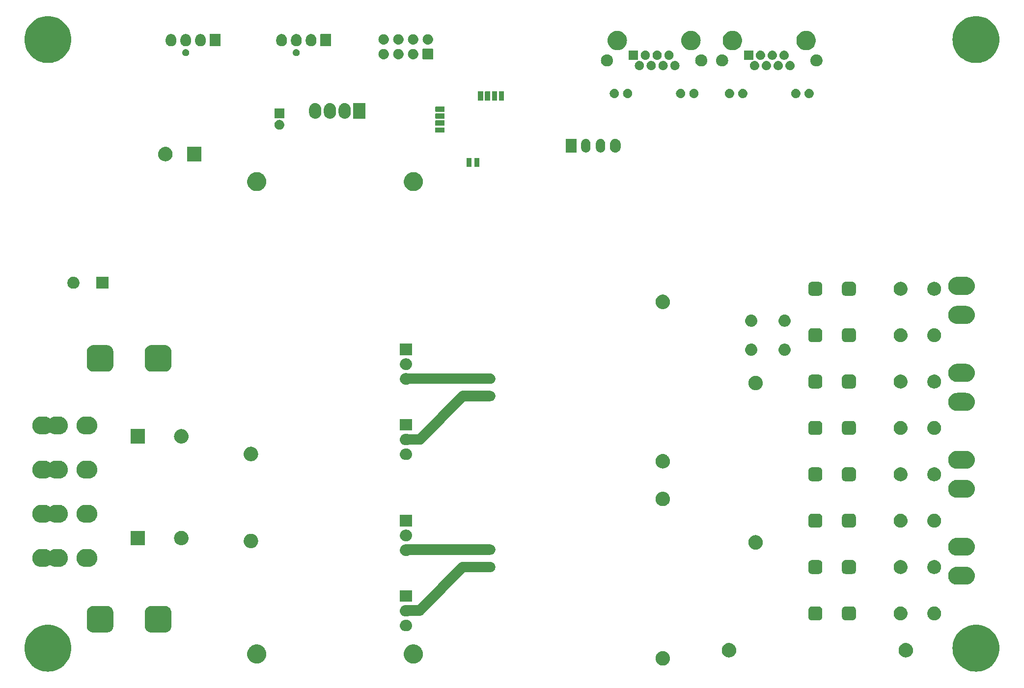
<source format=gbr>
G04 #@! TF.GenerationSoftware,KiCad,Pcbnew,7.99.0-unknown*
G04 #@! TF.CreationDate,2023-09-24T19:38:34+02:00*
G04 #@! TF.ProjectId,driver,64726976-6572-42e6-9b69-6361645f7063,rev?*
G04 #@! TF.SameCoordinates,Original*
G04 #@! TF.FileFunction,Soldermask,Bot*
G04 #@! TF.FilePolarity,Negative*
%FSLAX46Y46*%
G04 Gerber Fmt 4.6, Leading zero omitted, Abs format (unit mm)*
G04 Created by KiCad (PCBNEW 7.99.0-unknown) date 2023-09-24 19:38:34*
%MOMM*%
%LPD*%
G01*
G04 APERTURE LIST*
G04 APERTURE END LIST*
G36*
X60097067Y-143068507D02*
G01*
X60490311Y-143126839D01*
X60875943Y-143223435D01*
X61250251Y-143357364D01*
X61609628Y-143527337D01*
X61950615Y-143731717D01*
X62269927Y-143968535D01*
X62564490Y-144235510D01*
X62831465Y-144530073D01*
X63068283Y-144849385D01*
X63272663Y-145190372D01*
X63442636Y-145549749D01*
X63576565Y-145924057D01*
X63673161Y-146309689D01*
X63731493Y-146702933D01*
X63751000Y-147100000D01*
X63731493Y-147497067D01*
X63673161Y-147890311D01*
X63576565Y-148275943D01*
X63442636Y-148650251D01*
X63272663Y-149009628D01*
X63068283Y-149350615D01*
X62831465Y-149669927D01*
X62564490Y-149964490D01*
X62269927Y-150231465D01*
X61950615Y-150468283D01*
X61609628Y-150672663D01*
X61250251Y-150842636D01*
X60875943Y-150976565D01*
X60490311Y-151073161D01*
X60097067Y-151131493D01*
X59700000Y-151151000D01*
X59302933Y-151131493D01*
X58909689Y-151073161D01*
X58524057Y-150976565D01*
X58149749Y-150842636D01*
X57790372Y-150672663D01*
X57449385Y-150468283D01*
X57130073Y-150231465D01*
X56835510Y-149964490D01*
X56568535Y-149669927D01*
X56331717Y-149350615D01*
X56127337Y-149009628D01*
X55957364Y-148650251D01*
X55823435Y-148275943D01*
X55726839Y-147890311D01*
X55668507Y-147497067D01*
X55649000Y-147100000D01*
X55668507Y-146702933D01*
X55726839Y-146309689D01*
X55823435Y-145924057D01*
X55957364Y-145549749D01*
X56127337Y-145190372D01*
X56331717Y-144849385D01*
X56568535Y-144530073D01*
X56835510Y-144235510D01*
X57130073Y-143968535D01*
X57449385Y-143731717D01*
X57790372Y-143527337D01*
X58149749Y-143357364D01*
X58524057Y-143223435D01*
X58909689Y-143126839D01*
X59302933Y-143068507D01*
X59700000Y-143049000D01*
X60097067Y-143068507D01*
G37*
G36*
X220097067Y-143068507D02*
G01*
X220490311Y-143126839D01*
X220875943Y-143223435D01*
X221250251Y-143357364D01*
X221609628Y-143527337D01*
X221950615Y-143731717D01*
X222269927Y-143968535D01*
X222564490Y-144235510D01*
X222831465Y-144530073D01*
X223068283Y-144849385D01*
X223272663Y-145190372D01*
X223442636Y-145549749D01*
X223576565Y-145924057D01*
X223673161Y-146309689D01*
X223731493Y-146702933D01*
X223751000Y-147100000D01*
X223731493Y-147497067D01*
X223673161Y-147890311D01*
X223576565Y-148275943D01*
X223442636Y-148650251D01*
X223272663Y-149009628D01*
X223068283Y-149350615D01*
X222831465Y-149669927D01*
X222564490Y-149964490D01*
X222269927Y-150231465D01*
X221950615Y-150468283D01*
X221609628Y-150672663D01*
X221250251Y-150842636D01*
X220875943Y-150976565D01*
X220490311Y-151073161D01*
X220097067Y-151131493D01*
X219700000Y-151151000D01*
X219302933Y-151131493D01*
X218909689Y-151073161D01*
X218524057Y-150976565D01*
X218149749Y-150842636D01*
X217790372Y-150672663D01*
X217449385Y-150468283D01*
X217130073Y-150231465D01*
X216835510Y-149964490D01*
X216568535Y-149669927D01*
X216331717Y-149350615D01*
X216127337Y-149009628D01*
X215957364Y-148650251D01*
X215823435Y-148275943D01*
X215726839Y-147890311D01*
X215668507Y-147497067D01*
X215649000Y-147100000D01*
X215668507Y-146702933D01*
X215726839Y-146309689D01*
X215823435Y-145924057D01*
X215957364Y-145549749D01*
X216127337Y-145190372D01*
X216331717Y-144849385D01*
X216568535Y-144530073D01*
X216835510Y-144235510D01*
X217130073Y-143968535D01*
X217449385Y-143731717D01*
X217790372Y-143527337D01*
X218149749Y-143357364D01*
X218524057Y-143223435D01*
X218909689Y-143126839D01*
X219302933Y-143068507D01*
X219700000Y-143049000D01*
X220097067Y-143068507D01*
G37*
G36*
X165753720Y-147603700D02*
G01*
X165803273Y-147603700D01*
X165857891Y-147612814D01*
X165917234Y-147618006D01*
X165963834Y-147630492D01*
X166006997Y-147637695D01*
X166064900Y-147657573D01*
X166127867Y-147674445D01*
X166166438Y-147692430D01*
X166202349Y-147704759D01*
X166261347Y-147736687D01*
X166325500Y-147766602D01*
X166355701Y-147787749D01*
X166383995Y-147803061D01*
X166441590Y-147847889D01*
X166504127Y-147891678D01*
X166526167Y-147913718D01*
X166546987Y-147929923D01*
X166600470Y-147988021D01*
X166658322Y-148045873D01*
X166672924Y-148066727D01*
X166686878Y-148081885D01*
X166733430Y-148153139D01*
X166783398Y-148224500D01*
X166791738Y-148242385D01*
X166799843Y-148254791D01*
X166836635Y-148338668D01*
X166875555Y-148422133D01*
X166879179Y-148435658D01*
X166882813Y-148443943D01*
X166907144Y-148540025D01*
X166931994Y-148632766D01*
X166932714Y-148641000D01*
X166933515Y-148644162D01*
X166942892Y-148757335D01*
X166951000Y-148850000D01*
X166942892Y-148942672D01*
X166933515Y-149055837D01*
X166932714Y-149058997D01*
X166931994Y-149067234D01*
X166907139Y-149159991D01*
X166882813Y-149256056D01*
X166879179Y-149264338D01*
X166875555Y-149277867D01*
X166836627Y-149361347D01*
X166799843Y-149445208D01*
X166791739Y-149457611D01*
X166783398Y-149475500D01*
X166733421Y-149546874D01*
X166686878Y-149618114D01*
X166672927Y-149633268D01*
X166658322Y-149654127D01*
X166600458Y-149711990D01*
X166546987Y-149770076D01*
X166526172Y-149786276D01*
X166504127Y-149808322D01*
X166441577Y-149852119D01*
X166383995Y-149896938D01*
X166355707Y-149912246D01*
X166325500Y-149933398D01*
X166261334Y-149963318D01*
X166202349Y-149995240D01*
X166166446Y-150007565D01*
X166127867Y-150025555D01*
X166064887Y-150042430D01*
X166006997Y-150062304D01*
X165963842Y-150069505D01*
X165917234Y-150081994D01*
X165857888Y-150087186D01*
X165803273Y-150096300D01*
X165753720Y-150096300D01*
X165700000Y-150101000D01*
X165646280Y-150096300D01*
X165596727Y-150096300D01*
X165542111Y-150087186D01*
X165482766Y-150081994D01*
X165436159Y-150069505D01*
X165393002Y-150062304D01*
X165335108Y-150042429D01*
X165272133Y-150025555D01*
X165233556Y-150007566D01*
X165197650Y-149995240D01*
X165138658Y-149963315D01*
X165074500Y-149933398D01*
X165044295Y-149912248D01*
X165016004Y-149896938D01*
X164958412Y-149852112D01*
X164895873Y-149808322D01*
X164873831Y-149786280D01*
X164853012Y-149770076D01*
X164799528Y-149711977D01*
X164741678Y-149654127D01*
X164727075Y-149633273D01*
X164713121Y-149618114D01*
X164666563Y-149546852D01*
X164616602Y-149475500D01*
X164608262Y-149457616D01*
X164600156Y-149445208D01*
X164563355Y-149361311D01*
X164524445Y-149277867D01*
X164520821Y-149264344D01*
X164517186Y-149256056D01*
X164492842Y-149159923D01*
X164468006Y-149067234D01*
X164467285Y-149059003D01*
X164466484Y-149055837D01*
X164457089Y-148942456D01*
X164449000Y-148850000D01*
X164457088Y-148757551D01*
X164466484Y-148644162D01*
X164467286Y-148640994D01*
X164468006Y-148632766D01*
X164492837Y-148540093D01*
X164517186Y-148443943D01*
X164520822Y-148435653D01*
X164524445Y-148422133D01*
X164563348Y-148338704D01*
X164600156Y-148254791D01*
X164608264Y-148242380D01*
X164616602Y-148224500D01*
X164666554Y-148153160D01*
X164713121Y-148081885D01*
X164727078Y-148066722D01*
X164741678Y-148045873D01*
X164799517Y-147988033D01*
X164853012Y-147929923D01*
X164873835Y-147913715D01*
X164895873Y-147891678D01*
X164958399Y-147847896D01*
X165016004Y-147803061D01*
X165044301Y-147787746D01*
X165074500Y-147766602D01*
X165138644Y-147736690D01*
X165197650Y-147704759D01*
X165233564Y-147692429D01*
X165272133Y-147674445D01*
X165335095Y-147657574D01*
X165393002Y-147637695D01*
X165436166Y-147630492D01*
X165482766Y-147618006D01*
X165542107Y-147612814D01*
X165596727Y-147603700D01*
X165646280Y-147603700D01*
X165700000Y-147599000D01*
X165753720Y-147603700D01*
G37*
G36*
X95763098Y-146453966D02*
G01*
X95823353Y-146453966D01*
X95889199Y-146463890D01*
X95958273Y-146469327D01*
X96013947Y-146482693D01*
X96067302Y-146490735D01*
X96137021Y-146512240D01*
X96210187Y-146529806D01*
X96257495Y-146549401D01*
X96303052Y-146563454D01*
X96374569Y-146597895D01*
X96449538Y-146628948D01*
X96488022Y-146652531D01*
X96525322Y-146670494D01*
X96596271Y-146718866D01*
X96670433Y-146764313D01*
X96700127Y-146789674D01*
X96729162Y-146809470D01*
X96796956Y-146872374D01*
X96867433Y-146932567D01*
X96888834Y-146957625D01*
X96910011Y-146977274D01*
X96971925Y-147054911D01*
X97035687Y-147129567D01*
X97049709Y-147152449D01*
X97063830Y-147170156D01*
X97117087Y-147262399D01*
X97171052Y-147350462D01*
X97178977Y-147369597D01*
X97187185Y-147383812D01*
X97229038Y-147490454D01*
X97270194Y-147589813D01*
X97273597Y-147603991D01*
X97277314Y-147613460D01*
X97305157Y-147735446D01*
X97330673Y-147841727D01*
X97331334Y-147850133D01*
X97332214Y-147853986D01*
X97343683Y-148007031D01*
X97351000Y-148100000D01*
X97343682Y-148192975D01*
X97332214Y-148346013D01*
X97331334Y-148349865D01*
X97330673Y-148358273D01*
X97305152Y-148464573D01*
X97277314Y-148586539D01*
X97273598Y-148596005D01*
X97270194Y-148610187D01*
X97229031Y-148709563D01*
X97187185Y-148816187D01*
X97178979Y-148830399D01*
X97171052Y-148849538D01*
X97117077Y-148937616D01*
X97063830Y-149029843D01*
X97049712Y-149047546D01*
X97035687Y-149070433D01*
X96971913Y-149145102D01*
X96910011Y-149222725D01*
X96888838Y-149242369D01*
X96867433Y-149267433D01*
X96796942Y-149327637D01*
X96729162Y-149390529D01*
X96700133Y-149410320D01*
X96670433Y-149435687D01*
X96596257Y-149481142D01*
X96525322Y-149529505D01*
X96488030Y-149547463D01*
X96449538Y-149571052D01*
X96374554Y-149602110D01*
X96303052Y-149636545D01*
X96257504Y-149650594D01*
X96210187Y-149670194D01*
X96137007Y-149687762D01*
X96067302Y-149709264D01*
X96013955Y-149717304D01*
X95958273Y-149730673D01*
X95889195Y-149736109D01*
X95823353Y-149746034D01*
X95763098Y-149746034D01*
X95700000Y-149751000D01*
X95636902Y-149746034D01*
X95576647Y-149746034D01*
X95510803Y-149736109D01*
X95441727Y-149730673D01*
X95386045Y-149717305D01*
X95332697Y-149709264D01*
X95262988Y-149687761D01*
X95189813Y-149670194D01*
X95142498Y-149650595D01*
X95096947Y-149636545D01*
X95025438Y-149602107D01*
X94950462Y-149571052D01*
X94911972Y-149547465D01*
X94874675Y-149529504D01*
X94803726Y-149481131D01*
X94729567Y-149435687D01*
X94699873Y-149410326D01*
X94670839Y-149390531D01*
X94603043Y-149327625D01*
X94532567Y-149267433D01*
X94511164Y-149242374D01*
X94489988Y-149222725D01*
X94428071Y-149145084D01*
X94364313Y-149070433D01*
X94350291Y-149047551D01*
X94336169Y-149029843D01*
X94282905Y-148937588D01*
X94228948Y-148849538D01*
X94221023Y-148830405D01*
X94212814Y-148816187D01*
X94170949Y-148709517D01*
X94129806Y-148610187D01*
X94126402Y-148596012D01*
X94122685Y-148586539D01*
X94094827Y-148464488D01*
X94069327Y-148358273D01*
X94068665Y-148349871D01*
X94067785Y-148346013D01*
X94056296Y-148192710D01*
X94049000Y-148100000D01*
X94056296Y-148007297D01*
X94067785Y-147853986D01*
X94068665Y-147850126D01*
X94069327Y-147841727D01*
X94094822Y-147735530D01*
X94122685Y-147613460D01*
X94126403Y-147603984D01*
X94129806Y-147589813D01*
X94170942Y-147490500D01*
X94212814Y-147383812D01*
X94221024Y-147369590D01*
X94228948Y-147350462D01*
X94282895Y-147262427D01*
X94336169Y-147170156D01*
X94350293Y-147152443D01*
X94364313Y-147129567D01*
X94428059Y-147054929D01*
X94489988Y-146977274D01*
X94511169Y-146957620D01*
X94532567Y-146932567D01*
X94603029Y-146872386D01*
X94670839Y-146809468D01*
X94699879Y-146789668D01*
X94729567Y-146764313D01*
X94803711Y-146718876D01*
X94874675Y-146670495D01*
X94911980Y-146652529D01*
X94950462Y-146628948D01*
X95025423Y-146597898D01*
X95096947Y-146563454D01*
X95142507Y-146549400D01*
X95189813Y-146529806D01*
X95262973Y-146512241D01*
X95332697Y-146490735D01*
X95386054Y-146482692D01*
X95441727Y-146469327D01*
X95510799Y-146463890D01*
X95576647Y-146453966D01*
X95636902Y-146453966D01*
X95700000Y-146449000D01*
X95763098Y-146453966D01*
G37*
G36*
X122763098Y-146453966D02*
G01*
X122823353Y-146453966D01*
X122889199Y-146463890D01*
X122958273Y-146469327D01*
X123013947Y-146482693D01*
X123067302Y-146490735D01*
X123137021Y-146512240D01*
X123210187Y-146529806D01*
X123257495Y-146549401D01*
X123303052Y-146563454D01*
X123374569Y-146597895D01*
X123449538Y-146628948D01*
X123488022Y-146652531D01*
X123525322Y-146670494D01*
X123596271Y-146718866D01*
X123670433Y-146764313D01*
X123700127Y-146789674D01*
X123729162Y-146809470D01*
X123796956Y-146872374D01*
X123867433Y-146932567D01*
X123888834Y-146957625D01*
X123910011Y-146977274D01*
X123971925Y-147054911D01*
X124035687Y-147129567D01*
X124049709Y-147152449D01*
X124063830Y-147170156D01*
X124117087Y-147262399D01*
X124171052Y-147350462D01*
X124178977Y-147369597D01*
X124187185Y-147383812D01*
X124229038Y-147490454D01*
X124270194Y-147589813D01*
X124273597Y-147603991D01*
X124277314Y-147613460D01*
X124305157Y-147735446D01*
X124330673Y-147841727D01*
X124331334Y-147850133D01*
X124332214Y-147853986D01*
X124343683Y-148007031D01*
X124351000Y-148100000D01*
X124343682Y-148192975D01*
X124332214Y-148346013D01*
X124331334Y-148349865D01*
X124330673Y-148358273D01*
X124305152Y-148464573D01*
X124277314Y-148586539D01*
X124273598Y-148596005D01*
X124270194Y-148610187D01*
X124229031Y-148709563D01*
X124187185Y-148816187D01*
X124178979Y-148830399D01*
X124171052Y-148849538D01*
X124117077Y-148937616D01*
X124063830Y-149029843D01*
X124049712Y-149047546D01*
X124035687Y-149070433D01*
X123971913Y-149145102D01*
X123910011Y-149222725D01*
X123888838Y-149242369D01*
X123867433Y-149267433D01*
X123796942Y-149327637D01*
X123729162Y-149390529D01*
X123700133Y-149410320D01*
X123670433Y-149435687D01*
X123596257Y-149481142D01*
X123525322Y-149529505D01*
X123488030Y-149547463D01*
X123449538Y-149571052D01*
X123374554Y-149602110D01*
X123303052Y-149636545D01*
X123257504Y-149650594D01*
X123210187Y-149670194D01*
X123137007Y-149687762D01*
X123067302Y-149709264D01*
X123013955Y-149717304D01*
X122958273Y-149730673D01*
X122889195Y-149736109D01*
X122823353Y-149746034D01*
X122763098Y-149746034D01*
X122700000Y-149751000D01*
X122636902Y-149746034D01*
X122576647Y-149746034D01*
X122510803Y-149736109D01*
X122441727Y-149730673D01*
X122386045Y-149717305D01*
X122332697Y-149709264D01*
X122262988Y-149687761D01*
X122189813Y-149670194D01*
X122142498Y-149650595D01*
X122096947Y-149636545D01*
X122025438Y-149602107D01*
X121950462Y-149571052D01*
X121911972Y-149547465D01*
X121874675Y-149529504D01*
X121803726Y-149481131D01*
X121729567Y-149435687D01*
X121699873Y-149410326D01*
X121670839Y-149390531D01*
X121603043Y-149327625D01*
X121532567Y-149267433D01*
X121511164Y-149242374D01*
X121489988Y-149222725D01*
X121428071Y-149145084D01*
X121364313Y-149070433D01*
X121350291Y-149047551D01*
X121336169Y-149029843D01*
X121282905Y-148937588D01*
X121228948Y-148849538D01*
X121221023Y-148830405D01*
X121212814Y-148816187D01*
X121170949Y-148709517D01*
X121129806Y-148610187D01*
X121126402Y-148596012D01*
X121122685Y-148586539D01*
X121094827Y-148464488D01*
X121069327Y-148358273D01*
X121068665Y-148349871D01*
X121067785Y-148346013D01*
X121056296Y-148192710D01*
X121049000Y-148100000D01*
X121056296Y-148007297D01*
X121067785Y-147853986D01*
X121068665Y-147850126D01*
X121069327Y-147841727D01*
X121094822Y-147735530D01*
X121122685Y-147613460D01*
X121126403Y-147603984D01*
X121129806Y-147589813D01*
X121170942Y-147490500D01*
X121212814Y-147383812D01*
X121221024Y-147369590D01*
X121228948Y-147350462D01*
X121282895Y-147262427D01*
X121336169Y-147170156D01*
X121350293Y-147152443D01*
X121364313Y-147129567D01*
X121428059Y-147054929D01*
X121489988Y-146977274D01*
X121511169Y-146957620D01*
X121532567Y-146932567D01*
X121603029Y-146872386D01*
X121670839Y-146809468D01*
X121699879Y-146789668D01*
X121729567Y-146764313D01*
X121803711Y-146718876D01*
X121874675Y-146670495D01*
X121911980Y-146652529D01*
X121950462Y-146628948D01*
X122025423Y-146597898D01*
X122096947Y-146563454D01*
X122142507Y-146549400D01*
X122189813Y-146529806D01*
X122262973Y-146512241D01*
X122332697Y-146490735D01*
X122386054Y-146482692D01*
X122441727Y-146469327D01*
X122510799Y-146463890D01*
X122576647Y-146453966D01*
X122636902Y-146453966D01*
X122700000Y-146449000D01*
X122763098Y-146453966D01*
G37*
G36*
X177168720Y-146203700D02*
G01*
X177218273Y-146203700D01*
X177272891Y-146212814D01*
X177332234Y-146218006D01*
X177378834Y-146230492D01*
X177421997Y-146237695D01*
X177479900Y-146257573D01*
X177542867Y-146274445D01*
X177581438Y-146292430D01*
X177617349Y-146304759D01*
X177676347Y-146336687D01*
X177740500Y-146366602D01*
X177770701Y-146387749D01*
X177798995Y-146403061D01*
X177856590Y-146447889D01*
X177919127Y-146491678D01*
X177941167Y-146513718D01*
X177961987Y-146529923D01*
X178015470Y-146588021D01*
X178073322Y-146645873D01*
X178087924Y-146666727D01*
X178101878Y-146681885D01*
X178148430Y-146753139D01*
X178198398Y-146824500D01*
X178206738Y-146842385D01*
X178214843Y-146854791D01*
X178251635Y-146938668D01*
X178290555Y-147022133D01*
X178294179Y-147035658D01*
X178297813Y-147043943D01*
X178322144Y-147140025D01*
X178346994Y-147232766D01*
X178347714Y-147241000D01*
X178348515Y-147244162D01*
X178357892Y-147357335D01*
X178366000Y-147450000D01*
X178357892Y-147542672D01*
X178348515Y-147655837D01*
X178347714Y-147658997D01*
X178346994Y-147667234D01*
X178322139Y-147759991D01*
X178297813Y-147856056D01*
X178294179Y-147864338D01*
X178290555Y-147877867D01*
X178251627Y-147961347D01*
X178214843Y-148045208D01*
X178206739Y-148057611D01*
X178198398Y-148075500D01*
X178148421Y-148146874D01*
X178101878Y-148218114D01*
X178087927Y-148233268D01*
X178073322Y-148254127D01*
X178015458Y-148311990D01*
X177961987Y-148370076D01*
X177941172Y-148386276D01*
X177919127Y-148408322D01*
X177856577Y-148452119D01*
X177798995Y-148496938D01*
X177770707Y-148512246D01*
X177740500Y-148533398D01*
X177676334Y-148563318D01*
X177617349Y-148595240D01*
X177581446Y-148607565D01*
X177542867Y-148625555D01*
X177479887Y-148642430D01*
X177421997Y-148662304D01*
X177378842Y-148669505D01*
X177332234Y-148681994D01*
X177272888Y-148687186D01*
X177218273Y-148696300D01*
X177168720Y-148696300D01*
X177115000Y-148701000D01*
X177061280Y-148696300D01*
X177011727Y-148696300D01*
X176957111Y-148687186D01*
X176897766Y-148681994D01*
X176851159Y-148669505D01*
X176808002Y-148662304D01*
X176750108Y-148642429D01*
X176687133Y-148625555D01*
X176648556Y-148607566D01*
X176612650Y-148595240D01*
X176553658Y-148563315D01*
X176489500Y-148533398D01*
X176459295Y-148512248D01*
X176431004Y-148496938D01*
X176373412Y-148452112D01*
X176310873Y-148408322D01*
X176288831Y-148386280D01*
X176268012Y-148370076D01*
X176214528Y-148311977D01*
X176156678Y-148254127D01*
X176142075Y-148233273D01*
X176128121Y-148218114D01*
X176081563Y-148146852D01*
X176031602Y-148075500D01*
X176023262Y-148057616D01*
X176015156Y-148045208D01*
X175978355Y-147961311D01*
X175939445Y-147877867D01*
X175935821Y-147864344D01*
X175932186Y-147856056D01*
X175907842Y-147759923D01*
X175883006Y-147667234D01*
X175882285Y-147659003D01*
X175881484Y-147655837D01*
X175872089Y-147542456D01*
X175864000Y-147450000D01*
X175872088Y-147357551D01*
X175881484Y-147244162D01*
X175882286Y-147240994D01*
X175883006Y-147232766D01*
X175907837Y-147140093D01*
X175932186Y-147043943D01*
X175935822Y-147035653D01*
X175939445Y-147022133D01*
X175978348Y-146938704D01*
X176015156Y-146854791D01*
X176023264Y-146842380D01*
X176031602Y-146824500D01*
X176081554Y-146753160D01*
X176128121Y-146681885D01*
X176142078Y-146666722D01*
X176156678Y-146645873D01*
X176214517Y-146588033D01*
X176268012Y-146529923D01*
X176288835Y-146513715D01*
X176310873Y-146491678D01*
X176373399Y-146447896D01*
X176431004Y-146403061D01*
X176459301Y-146387746D01*
X176489500Y-146366602D01*
X176553644Y-146336690D01*
X176612650Y-146304759D01*
X176648564Y-146292429D01*
X176687133Y-146274445D01*
X176750095Y-146257574D01*
X176808002Y-146237695D01*
X176851166Y-146230492D01*
X176897766Y-146218006D01*
X176957107Y-146212814D01*
X177011727Y-146203700D01*
X177061280Y-146203700D01*
X177115000Y-146199000D01*
X177168720Y-146203700D01*
G37*
G36*
X207648720Y-146203700D02*
G01*
X207698273Y-146203700D01*
X207752891Y-146212814D01*
X207812234Y-146218006D01*
X207858834Y-146230492D01*
X207901997Y-146237695D01*
X207959900Y-146257573D01*
X208022867Y-146274445D01*
X208061438Y-146292430D01*
X208097349Y-146304759D01*
X208156347Y-146336687D01*
X208220500Y-146366602D01*
X208250701Y-146387749D01*
X208278995Y-146403061D01*
X208336590Y-146447889D01*
X208399127Y-146491678D01*
X208421167Y-146513718D01*
X208441987Y-146529923D01*
X208495470Y-146588021D01*
X208553322Y-146645873D01*
X208567924Y-146666727D01*
X208581878Y-146681885D01*
X208628430Y-146753139D01*
X208678398Y-146824500D01*
X208686738Y-146842385D01*
X208694843Y-146854791D01*
X208731635Y-146938668D01*
X208770555Y-147022133D01*
X208774179Y-147035658D01*
X208777813Y-147043943D01*
X208802144Y-147140025D01*
X208826994Y-147232766D01*
X208827714Y-147241000D01*
X208828515Y-147244162D01*
X208837892Y-147357335D01*
X208846000Y-147450000D01*
X208837892Y-147542672D01*
X208828515Y-147655837D01*
X208827714Y-147658997D01*
X208826994Y-147667234D01*
X208802139Y-147759991D01*
X208777813Y-147856056D01*
X208774179Y-147864338D01*
X208770555Y-147877867D01*
X208731627Y-147961347D01*
X208694843Y-148045208D01*
X208686739Y-148057611D01*
X208678398Y-148075500D01*
X208628421Y-148146874D01*
X208581878Y-148218114D01*
X208567927Y-148233268D01*
X208553322Y-148254127D01*
X208495458Y-148311990D01*
X208441987Y-148370076D01*
X208421172Y-148386276D01*
X208399127Y-148408322D01*
X208336577Y-148452119D01*
X208278995Y-148496938D01*
X208250707Y-148512246D01*
X208220500Y-148533398D01*
X208156334Y-148563318D01*
X208097349Y-148595240D01*
X208061446Y-148607565D01*
X208022867Y-148625555D01*
X207959887Y-148642430D01*
X207901997Y-148662304D01*
X207858842Y-148669505D01*
X207812234Y-148681994D01*
X207752888Y-148687186D01*
X207698273Y-148696300D01*
X207648720Y-148696300D01*
X207595000Y-148701000D01*
X207541280Y-148696300D01*
X207491727Y-148696300D01*
X207437111Y-148687186D01*
X207377766Y-148681994D01*
X207331159Y-148669505D01*
X207288002Y-148662304D01*
X207230108Y-148642429D01*
X207167133Y-148625555D01*
X207128556Y-148607566D01*
X207092650Y-148595240D01*
X207033658Y-148563315D01*
X206969500Y-148533398D01*
X206939295Y-148512248D01*
X206911004Y-148496938D01*
X206853412Y-148452112D01*
X206790873Y-148408322D01*
X206768831Y-148386280D01*
X206748012Y-148370076D01*
X206694528Y-148311977D01*
X206636678Y-148254127D01*
X206622075Y-148233273D01*
X206608121Y-148218114D01*
X206561563Y-148146852D01*
X206511602Y-148075500D01*
X206503262Y-148057616D01*
X206495156Y-148045208D01*
X206458355Y-147961311D01*
X206419445Y-147877867D01*
X206415821Y-147864344D01*
X206412186Y-147856056D01*
X206387842Y-147759923D01*
X206363006Y-147667234D01*
X206362285Y-147659003D01*
X206361484Y-147655837D01*
X206352089Y-147542456D01*
X206344000Y-147450000D01*
X206352088Y-147357551D01*
X206361484Y-147244162D01*
X206362286Y-147240994D01*
X206363006Y-147232766D01*
X206387837Y-147140093D01*
X206412186Y-147043943D01*
X206415822Y-147035653D01*
X206419445Y-147022133D01*
X206458348Y-146938704D01*
X206495156Y-146854791D01*
X206503264Y-146842380D01*
X206511602Y-146824500D01*
X206561554Y-146753160D01*
X206608121Y-146681885D01*
X206622078Y-146666722D01*
X206636678Y-146645873D01*
X206694517Y-146588033D01*
X206748012Y-146529923D01*
X206768835Y-146513715D01*
X206790873Y-146491678D01*
X206853399Y-146447896D01*
X206911004Y-146403061D01*
X206939301Y-146387746D01*
X206969500Y-146366602D01*
X207033644Y-146336690D01*
X207092650Y-146304759D01*
X207128564Y-146292429D01*
X207167133Y-146274445D01*
X207230095Y-146257574D01*
X207288002Y-146237695D01*
X207331166Y-146230492D01*
X207377766Y-146218006D01*
X207437107Y-146212814D01*
X207491727Y-146203700D01*
X207541280Y-146203700D01*
X207595000Y-146199000D01*
X207648720Y-146203700D01*
G37*
G36*
X69987472Y-139810277D02*
G01*
X70010584Y-139815713D01*
X70029124Y-139817335D01*
X70112733Y-139839738D01*
X70198723Y-139859963D01*
X70214947Y-139867126D01*
X70227051Y-139870370D01*
X70311910Y-139909940D01*
X70397247Y-139947620D01*
X70406907Y-139954237D01*
X70412763Y-139956968D01*
X70497027Y-140015971D01*
X70576284Y-140070263D01*
X70580302Y-140074281D01*
X70580609Y-140074496D01*
X70725503Y-140219390D01*
X70725717Y-140219696D01*
X70729737Y-140223716D01*
X70784042Y-140302992D01*
X70843031Y-140387236D01*
X70845760Y-140393090D01*
X70852380Y-140402753D01*
X70890069Y-140488110D01*
X70929629Y-140572948D01*
X70932871Y-140585048D01*
X70940037Y-140601277D01*
X70960266Y-140687288D01*
X70982664Y-140770875D01*
X70984285Y-140789409D01*
X70989723Y-140812528D01*
X71001000Y-140975000D01*
X71001000Y-143225000D01*
X70989723Y-143387472D01*
X70984285Y-143410591D01*
X70982664Y-143429124D01*
X70960268Y-143512703D01*
X70940037Y-143598723D01*
X70932870Y-143614953D01*
X70929629Y-143627051D01*
X70890077Y-143711870D01*
X70852380Y-143797247D01*
X70845759Y-143806911D01*
X70843031Y-143812763D01*
X70784073Y-143896961D01*
X70729737Y-143976284D01*
X70725715Y-143980305D01*
X70725503Y-143980609D01*
X70580609Y-144125503D01*
X70580305Y-144125715D01*
X70576284Y-144129737D01*
X70496961Y-144184073D01*
X70412763Y-144243031D01*
X70406911Y-144245759D01*
X70397247Y-144252380D01*
X70311870Y-144290077D01*
X70227051Y-144329629D01*
X70214953Y-144332870D01*
X70198723Y-144340037D01*
X70112703Y-144360268D01*
X70029124Y-144382664D01*
X70010591Y-144384285D01*
X69987472Y-144389723D01*
X69825000Y-144401000D01*
X67575000Y-144401000D01*
X67412528Y-144389723D01*
X67389409Y-144384285D01*
X67370875Y-144382664D01*
X67287288Y-144360266D01*
X67201277Y-144340037D01*
X67185048Y-144332871D01*
X67172948Y-144329629D01*
X67088110Y-144290069D01*
X67002753Y-144252380D01*
X66993090Y-144245760D01*
X66987236Y-144243031D01*
X66902992Y-144184042D01*
X66823716Y-144129737D01*
X66819696Y-144125717D01*
X66819390Y-144125503D01*
X66674496Y-143980609D01*
X66674281Y-143980302D01*
X66670263Y-143976284D01*
X66615971Y-143897027D01*
X66556968Y-143812763D01*
X66554237Y-143806907D01*
X66547620Y-143797247D01*
X66509940Y-143711910D01*
X66470370Y-143627051D01*
X66467126Y-143614947D01*
X66459963Y-143598723D01*
X66439738Y-143512733D01*
X66417335Y-143429124D01*
X66415713Y-143410584D01*
X66410277Y-143387472D01*
X66399000Y-143225000D01*
X66399000Y-140975000D01*
X66410277Y-140812528D01*
X66415712Y-140789415D01*
X66417335Y-140770875D01*
X66439740Y-140687258D01*
X66459963Y-140601277D01*
X66467126Y-140585053D01*
X66470370Y-140572948D01*
X66509948Y-140488070D01*
X66547620Y-140402753D01*
X66554236Y-140393094D01*
X66556968Y-140387236D01*
X66616002Y-140302926D01*
X66670263Y-140223716D01*
X66674278Y-140219700D01*
X66674496Y-140219390D01*
X66819390Y-140074496D01*
X66819700Y-140074278D01*
X66823716Y-140070263D01*
X66902926Y-140016002D01*
X66987236Y-139956968D01*
X66993094Y-139954236D01*
X67002753Y-139947620D01*
X67088070Y-139909948D01*
X67172948Y-139870370D01*
X67185053Y-139867126D01*
X67201277Y-139859963D01*
X67287258Y-139839740D01*
X67370875Y-139817335D01*
X67389415Y-139815712D01*
X67412528Y-139810277D01*
X67575000Y-139799000D01*
X69825000Y-139799000D01*
X69987472Y-139810277D01*
G37*
G36*
X79987472Y-139810277D02*
G01*
X80010584Y-139815713D01*
X80029124Y-139817335D01*
X80112733Y-139839738D01*
X80198723Y-139859963D01*
X80214947Y-139867126D01*
X80227051Y-139870370D01*
X80311910Y-139909940D01*
X80397247Y-139947620D01*
X80406907Y-139954237D01*
X80412763Y-139956968D01*
X80497027Y-140015971D01*
X80576284Y-140070263D01*
X80580302Y-140074281D01*
X80580609Y-140074496D01*
X80725503Y-140219390D01*
X80725717Y-140219696D01*
X80729737Y-140223716D01*
X80784042Y-140302992D01*
X80843031Y-140387236D01*
X80845760Y-140393090D01*
X80852380Y-140402753D01*
X80890069Y-140488110D01*
X80929629Y-140572948D01*
X80932871Y-140585048D01*
X80940037Y-140601277D01*
X80960266Y-140687288D01*
X80982664Y-140770875D01*
X80984285Y-140789409D01*
X80989723Y-140812528D01*
X81001000Y-140975000D01*
X81001000Y-143225000D01*
X80989723Y-143387472D01*
X80984285Y-143410591D01*
X80982664Y-143429124D01*
X80960268Y-143512703D01*
X80940037Y-143598723D01*
X80932870Y-143614953D01*
X80929629Y-143627051D01*
X80890077Y-143711870D01*
X80852380Y-143797247D01*
X80845759Y-143806911D01*
X80843031Y-143812763D01*
X80784073Y-143896961D01*
X80729737Y-143976284D01*
X80725715Y-143980305D01*
X80725503Y-143980609D01*
X80580609Y-144125503D01*
X80580305Y-144125715D01*
X80576284Y-144129737D01*
X80496961Y-144184073D01*
X80412763Y-144243031D01*
X80406911Y-144245759D01*
X80397247Y-144252380D01*
X80311870Y-144290077D01*
X80227051Y-144329629D01*
X80214953Y-144332870D01*
X80198723Y-144340037D01*
X80112703Y-144360268D01*
X80029124Y-144382664D01*
X80010591Y-144384285D01*
X79987472Y-144389723D01*
X79825000Y-144401000D01*
X77575000Y-144401000D01*
X77412528Y-144389723D01*
X77389409Y-144384285D01*
X77370875Y-144382664D01*
X77287288Y-144360266D01*
X77201277Y-144340037D01*
X77185048Y-144332871D01*
X77172948Y-144329629D01*
X77088110Y-144290069D01*
X77002753Y-144252380D01*
X76993090Y-144245760D01*
X76987236Y-144243031D01*
X76902992Y-144184042D01*
X76823716Y-144129737D01*
X76819696Y-144125717D01*
X76819390Y-144125503D01*
X76674496Y-143980609D01*
X76674281Y-143980302D01*
X76670263Y-143976284D01*
X76615971Y-143897027D01*
X76556968Y-143812763D01*
X76554237Y-143806907D01*
X76547620Y-143797247D01*
X76509940Y-143711910D01*
X76470370Y-143627051D01*
X76467126Y-143614947D01*
X76459963Y-143598723D01*
X76439738Y-143512733D01*
X76417335Y-143429124D01*
X76415713Y-143410584D01*
X76410277Y-143387472D01*
X76399000Y-143225000D01*
X76399000Y-140975000D01*
X76410277Y-140812528D01*
X76415712Y-140789415D01*
X76417335Y-140770875D01*
X76439740Y-140687258D01*
X76459963Y-140601277D01*
X76467126Y-140585053D01*
X76470370Y-140572948D01*
X76509948Y-140488070D01*
X76547620Y-140402753D01*
X76554236Y-140393094D01*
X76556968Y-140387236D01*
X76616002Y-140302926D01*
X76670263Y-140223716D01*
X76674278Y-140219700D01*
X76674496Y-140219390D01*
X76819390Y-140074496D01*
X76819700Y-140074278D01*
X76823716Y-140070263D01*
X76902926Y-140016002D01*
X76987236Y-139956968D01*
X76993094Y-139954236D01*
X77002753Y-139947620D01*
X77088070Y-139909948D01*
X77172948Y-139870370D01*
X77185053Y-139867126D01*
X77201277Y-139859963D01*
X77287258Y-139839740D01*
X77370875Y-139817335D01*
X77389415Y-139815712D01*
X77412528Y-139810277D01*
X77575000Y-139799000D01*
X79825000Y-139799000D01*
X79987472Y-139810277D01*
G37*
G36*
X121523278Y-142188821D02*
G01*
X121569891Y-142191042D01*
X121570904Y-142191237D01*
X121579022Y-142191649D01*
X121669298Y-142210201D01*
X121760057Y-142227693D01*
X121766005Y-142230074D01*
X121777911Y-142232521D01*
X121858481Y-142267096D01*
X121937068Y-142298558D01*
X121947664Y-142305367D01*
X121964501Y-142312593D01*
X122031872Y-142359485D01*
X122097473Y-142401644D01*
X122111069Y-142414607D01*
X122131152Y-142428586D01*
X122183644Y-142483807D01*
X122235466Y-142533220D01*
X122249955Y-142553567D01*
X122271043Y-142575752D01*
X122308185Y-142635341D01*
X122346063Y-142688533D01*
X122359006Y-142716874D01*
X122378447Y-142748064D01*
X122400741Y-142808260D01*
X122425271Y-142861973D01*
X122434076Y-142898268D01*
X122448965Y-142938470D01*
X122457766Y-142995919D01*
X122470223Y-143047268D01*
X122472294Y-143090755D01*
X122479712Y-143139174D01*
X122477076Y-143191142D01*
X122479295Y-143237716D01*
X122472218Y-143286935D01*
X122469428Y-143341958D01*
X122457913Y-143386429D01*
X122452159Y-143426453D01*
X122433864Y-143479312D01*
X122418534Y-143538521D01*
X122401001Y-143574263D01*
X122389798Y-143606634D01*
X122358714Y-143660472D01*
X122329115Y-143720815D01*
X122308496Y-143747452D01*
X122294465Y-143771755D01*
X122249658Y-143823463D01*
X122204830Y-143881378D01*
X122183925Y-143899323D01*
X122169603Y-143915853D01*
X122110851Y-143962055D01*
X122050768Y-144013636D01*
X122032054Y-144024022D01*
X122019725Y-144033719D01*
X121947521Y-144070942D01*
X121873236Y-144112174D01*
X121858690Y-144116737D01*
X121850252Y-144121088D01*
X121765636Y-144145933D01*
X121679503Y-144172958D01*
X121670472Y-144173876D01*
X121667303Y-144174807D01*
X121569191Y-144184175D01*
X121477500Y-144193500D01*
X121471546Y-144193500D01*
X121385467Y-144193500D01*
X121382500Y-144193500D01*
X121336562Y-144191170D01*
X121290108Y-144188957D01*
X121289101Y-144188763D01*
X121280978Y-144188351D01*
X121190637Y-144169785D01*
X121099942Y-144152306D01*
X121093997Y-144149926D01*
X121082089Y-144147479D01*
X121001497Y-144112894D01*
X120922931Y-144081441D01*
X120912337Y-144074632D01*
X120895499Y-144067407D01*
X120828120Y-144020510D01*
X120762526Y-143978355D01*
X120748931Y-143965392D01*
X120728848Y-143951414D01*
X120676355Y-143896191D01*
X120624533Y-143846779D01*
X120610043Y-143826430D01*
X120588957Y-143804248D01*
X120551816Y-143744661D01*
X120513936Y-143691466D01*
X120500991Y-143663122D01*
X120481553Y-143631936D01*
X120459261Y-143571745D01*
X120434728Y-143518026D01*
X120425921Y-143481725D01*
X120411035Y-143441530D01*
X120402235Y-143384088D01*
X120389776Y-143332731D01*
X120387704Y-143289235D01*
X120380288Y-143240826D01*
X120382923Y-143188867D01*
X120380704Y-143142283D01*
X120387782Y-143093052D01*
X120390572Y-143038042D01*
X120402083Y-142993580D01*
X120407840Y-142953546D01*
X120426139Y-142900672D01*
X120441466Y-142841479D01*
X120458994Y-142805745D01*
X120470201Y-142773365D01*
X120501294Y-142719509D01*
X120530885Y-142659185D01*
X120551497Y-142632555D01*
X120565534Y-142608244D01*
X120610356Y-142556515D01*
X120655170Y-142498622D01*
X120676066Y-142480682D01*
X120690396Y-142464146D01*
X120749172Y-142417923D01*
X120809232Y-142366364D01*
X120827937Y-142355981D01*
X120840274Y-142346280D01*
X120912517Y-142309036D01*
X120986764Y-142267826D01*
X121001301Y-142263264D01*
X121009747Y-142258911D01*
X121094428Y-142234046D01*
X121180497Y-142207042D01*
X121189520Y-142206124D01*
X121192696Y-142205192D01*
X121290896Y-142195815D01*
X121382500Y-142186500D01*
X121477500Y-142186500D01*
X121523278Y-142188821D01*
G37*
G36*
X192672928Y-139906707D02*
G01*
X192688576Y-139911253D01*
X192700544Y-139912476D01*
X192755741Y-139930766D01*
X192823615Y-139950486D01*
X192834275Y-139956790D01*
X192839196Y-139958421D01*
X192889544Y-139989476D01*
X192958680Y-140030363D01*
X193069637Y-140141320D01*
X193110532Y-140210470D01*
X193141578Y-140260803D01*
X193143208Y-140265722D01*
X193149514Y-140276385D01*
X193169237Y-140344274D01*
X193187523Y-140399455D01*
X193188745Y-140411418D01*
X193193293Y-140427072D01*
X193201000Y-140525000D01*
X193201000Y-141675000D01*
X193193293Y-141772928D01*
X193188744Y-141788582D01*
X193187523Y-141800544D01*
X193169240Y-141855717D01*
X193149514Y-141923615D01*
X193143207Y-141934279D01*
X193141578Y-141939196D01*
X193110546Y-141989505D01*
X193069637Y-142058680D01*
X192958680Y-142169637D01*
X192889505Y-142210546D01*
X192839196Y-142241578D01*
X192834279Y-142243207D01*
X192823615Y-142249514D01*
X192755717Y-142269240D01*
X192700544Y-142287523D01*
X192688582Y-142288744D01*
X192672928Y-142293293D01*
X192575000Y-142301000D01*
X191425000Y-142301000D01*
X191327072Y-142293293D01*
X191311418Y-142288745D01*
X191299455Y-142287523D01*
X191244274Y-142269237D01*
X191176385Y-142249514D01*
X191165722Y-142243208D01*
X191160803Y-142241578D01*
X191110470Y-142210532D01*
X191041320Y-142169637D01*
X190930363Y-142058680D01*
X190889476Y-141989544D01*
X190858421Y-141939196D01*
X190856790Y-141934275D01*
X190850486Y-141923615D01*
X190830766Y-141855741D01*
X190812476Y-141800544D01*
X190811253Y-141788576D01*
X190806707Y-141772928D01*
X190799000Y-141675000D01*
X190799000Y-140525000D01*
X190806707Y-140427072D01*
X190811253Y-140411423D01*
X190812476Y-140399455D01*
X190830769Y-140344250D01*
X190850486Y-140276385D01*
X190856789Y-140265726D01*
X190858421Y-140260803D01*
X190889491Y-140210430D01*
X190930363Y-140141320D01*
X191041320Y-140030363D01*
X191110430Y-139989491D01*
X191160803Y-139958421D01*
X191165726Y-139956789D01*
X191176385Y-139950486D01*
X191244250Y-139930769D01*
X191299455Y-139912476D01*
X191311423Y-139911253D01*
X191327072Y-139906707D01*
X191425000Y-139899000D01*
X192575000Y-139899000D01*
X192672928Y-139906707D01*
G37*
G36*
X198472928Y-139906707D02*
G01*
X198488576Y-139911253D01*
X198500544Y-139912476D01*
X198555741Y-139930766D01*
X198623615Y-139950486D01*
X198634275Y-139956790D01*
X198639196Y-139958421D01*
X198689544Y-139989476D01*
X198758680Y-140030363D01*
X198869637Y-140141320D01*
X198910532Y-140210470D01*
X198941578Y-140260803D01*
X198943208Y-140265722D01*
X198949514Y-140276385D01*
X198969237Y-140344274D01*
X198987523Y-140399455D01*
X198988745Y-140411418D01*
X198993293Y-140427072D01*
X199001000Y-140525000D01*
X199001000Y-141675000D01*
X198993293Y-141772928D01*
X198988744Y-141788582D01*
X198987523Y-141800544D01*
X198969240Y-141855717D01*
X198949514Y-141923615D01*
X198943207Y-141934279D01*
X198941578Y-141939196D01*
X198910546Y-141989505D01*
X198869637Y-142058680D01*
X198758680Y-142169637D01*
X198689505Y-142210546D01*
X198639196Y-142241578D01*
X198634279Y-142243207D01*
X198623615Y-142249514D01*
X198555717Y-142269240D01*
X198500544Y-142287523D01*
X198488582Y-142288744D01*
X198472928Y-142293293D01*
X198375000Y-142301000D01*
X197225000Y-142301000D01*
X197127072Y-142293293D01*
X197111418Y-142288745D01*
X197099455Y-142287523D01*
X197044274Y-142269237D01*
X196976385Y-142249514D01*
X196965722Y-142243208D01*
X196960803Y-142241578D01*
X196910470Y-142210532D01*
X196841320Y-142169637D01*
X196730363Y-142058680D01*
X196689476Y-141989544D01*
X196658421Y-141939196D01*
X196656790Y-141934275D01*
X196650486Y-141923615D01*
X196630766Y-141855741D01*
X196612476Y-141800544D01*
X196611253Y-141788576D01*
X196606707Y-141772928D01*
X196599000Y-141675000D01*
X196599000Y-140525000D01*
X196606707Y-140427072D01*
X196611253Y-140411423D01*
X196612476Y-140399455D01*
X196630769Y-140344250D01*
X196650486Y-140276385D01*
X196656789Y-140265726D01*
X196658421Y-140260803D01*
X196689491Y-140210430D01*
X196730363Y-140141320D01*
X196841320Y-140030363D01*
X196910430Y-139989491D01*
X196960803Y-139958421D01*
X196965726Y-139956789D01*
X196976385Y-139950486D01*
X197044250Y-139930769D01*
X197099455Y-139912476D01*
X197111423Y-139911253D01*
X197127072Y-139906707D01*
X197225000Y-139899000D01*
X198375000Y-139899000D01*
X198472928Y-139906707D01*
G37*
G36*
X206753105Y-139904123D02*
G01*
X206810814Y-139904123D01*
X206861584Y-139913613D01*
X206908464Y-139917715D01*
X206966005Y-139933133D01*
X207028669Y-139944847D01*
X207071169Y-139961311D01*
X207110603Y-139971878D01*
X207170306Y-139999717D01*
X207235332Y-140024909D01*
X207268892Y-140045688D01*
X207300261Y-140060316D01*
X207359433Y-140101749D01*
X207423764Y-140141581D01*
X207448423Y-140164061D01*
X207471679Y-140180345D01*
X207527308Y-140235974D01*
X207587550Y-140290892D01*
X207603971Y-140312637D01*
X207619656Y-140328322D01*
X207668581Y-140398194D01*
X207721111Y-140467755D01*
X207730522Y-140486655D01*
X207739680Y-140499734D01*
X207778674Y-140583357D01*
X207819899Y-140666149D01*
X207823998Y-140680557D01*
X207828121Y-140689398D01*
X207854100Y-140786354D01*
X207880551Y-140879317D01*
X207881365Y-140888107D01*
X207882284Y-140891535D01*
X207892441Y-141007636D01*
X207901000Y-141100000D01*
X207892440Y-141192370D01*
X207882284Y-141308464D01*
X207881365Y-141311891D01*
X207880551Y-141320683D01*
X207854100Y-141413644D01*
X207828121Y-141510603D01*
X207823997Y-141519445D01*
X207819899Y-141533851D01*
X207778683Y-141616623D01*
X207739683Y-141700261D01*
X207730523Y-141713341D01*
X207721111Y-141732245D01*
X207668568Y-141801822D01*
X207619654Y-141871679D01*
X207603974Y-141887358D01*
X207587550Y-141909108D01*
X207527297Y-141964035D01*
X207471679Y-142019654D01*
X207448428Y-142035934D01*
X207423764Y-142058419D01*
X207359420Y-142098258D01*
X207300261Y-142139683D01*
X207268899Y-142154307D01*
X207235332Y-142175091D01*
X207170293Y-142200287D01*
X207110603Y-142228121D01*
X207071177Y-142238684D01*
X207028669Y-142255153D01*
X206965993Y-142266869D01*
X206908464Y-142282284D01*
X206861594Y-142286384D01*
X206810814Y-142295877D01*
X206753093Y-142295877D01*
X206700000Y-142300522D01*
X206646906Y-142295877D01*
X206589186Y-142295877D01*
X206538405Y-142286384D01*
X206491535Y-142282284D01*
X206434003Y-142266868D01*
X206371331Y-142255153D01*
X206328824Y-142238685D01*
X206289396Y-142228121D01*
X206229700Y-142200284D01*
X206164668Y-142175091D01*
X206131103Y-142154308D01*
X206099738Y-142139683D01*
X206040570Y-142098253D01*
X205976236Y-142058419D01*
X205951574Y-142035937D01*
X205928320Y-142019654D01*
X205872691Y-141964025D01*
X205812450Y-141909108D01*
X205796028Y-141887362D01*
X205780345Y-141871679D01*
X205731418Y-141801804D01*
X205678889Y-141732245D01*
X205669478Y-141713346D01*
X205660316Y-141700261D01*
X205621301Y-141616592D01*
X205580101Y-141533851D01*
X205576003Y-141519450D01*
X205571878Y-141510603D01*
X205545881Y-141413584D01*
X205519449Y-141320683D01*
X205518634Y-141311896D01*
X205517715Y-141308464D01*
X205507541Y-141192177D01*
X205499000Y-141100000D01*
X205507540Y-141007829D01*
X205517715Y-140891535D01*
X205518635Y-140888101D01*
X205519449Y-140879317D01*
X205545882Y-140786414D01*
X205571878Y-140689398D01*
X205576003Y-140680551D01*
X205580101Y-140666149D01*
X205621310Y-140583389D01*
X205660319Y-140499734D01*
X205669480Y-140486650D01*
X205678889Y-140467755D01*
X205731404Y-140398212D01*
X205780343Y-140328322D01*
X205796031Y-140312633D01*
X205812450Y-140290892D01*
X205872680Y-140235984D01*
X205928322Y-140180343D01*
X205951581Y-140164056D01*
X205976236Y-140141581D01*
X206040557Y-140101755D01*
X206099734Y-140060319D01*
X206131103Y-140045691D01*
X206164668Y-140024909D01*
X206229700Y-139999715D01*
X206289398Y-139971878D01*
X206328829Y-139961312D01*
X206371331Y-139944847D01*
X206433993Y-139933133D01*
X206491535Y-139917715D01*
X206538416Y-139913613D01*
X206589186Y-139904123D01*
X206646895Y-139904123D01*
X206700000Y-139899477D01*
X206753105Y-139904123D01*
G37*
G36*
X212553105Y-139904123D02*
G01*
X212610814Y-139904123D01*
X212661584Y-139913613D01*
X212708464Y-139917715D01*
X212766005Y-139933133D01*
X212828669Y-139944847D01*
X212871169Y-139961311D01*
X212910603Y-139971878D01*
X212970306Y-139999717D01*
X213035332Y-140024909D01*
X213068892Y-140045688D01*
X213100261Y-140060316D01*
X213159433Y-140101749D01*
X213223764Y-140141581D01*
X213248423Y-140164061D01*
X213271679Y-140180345D01*
X213327308Y-140235974D01*
X213387550Y-140290892D01*
X213403971Y-140312637D01*
X213419656Y-140328322D01*
X213468581Y-140398194D01*
X213521111Y-140467755D01*
X213530522Y-140486655D01*
X213539680Y-140499734D01*
X213578674Y-140583357D01*
X213619899Y-140666149D01*
X213623998Y-140680557D01*
X213628121Y-140689398D01*
X213654100Y-140786354D01*
X213680551Y-140879317D01*
X213681365Y-140888107D01*
X213682284Y-140891535D01*
X213692441Y-141007636D01*
X213701000Y-141100000D01*
X213692440Y-141192370D01*
X213682284Y-141308464D01*
X213681365Y-141311891D01*
X213680551Y-141320683D01*
X213654100Y-141413644D01*
X213628121Y-141510603D01*
X213623997Y-141519445D01*
X213619899Y-141533851D01*
X213578683Y-141616623D01*
X213539683Y-141700261D01*
X213530523Y-141713341D01*
X213521111Y-141732245D01*
X213468568Y-141801822D01*
X213419654Y-141871679D01*
X213403974Y-141887358D01*
X213387550Y-141909108D01*
X213327297Y-141964035D01*
X213271679Y-142019654D01*
X213248428Y-142035934D01*
X213223764Y-142058419D01*
X213159420Y-142098258D01*
X213100261Y-142139683D01*
X213068899Y-142154307D01*
X213035332Y-142175091D01*
X212970293Y-142200287D01*
X212910603Y-142228121D01*
X212871177Y-142238684D01*
X212828669Y-142255153D01*
X212765993Y-142266869D01*
X212708464Y-142282284D01*
X212661594Y-142286384D01*
X212610814Y-142295877D01*
X212553093Y-142295877D01*
X212500000Y-142300522D01*
X212446906Y-142295877D01*
X212389186Y-142295877D01*
X212338405Y-142286384D01*
X212291535Y-142282284D01*
X212234003Y-142266868D01*
X212171331Y-142255153D01*
X212128824Y-142238685D01*
X212089396Y-142228121D01*
X212029700Y-142200284D01*
X211964668Y-142175091D01*
X211931103Y-142154308D01*
X211899738Y-142139683D01*
X211840570Y-142098253D01*
X211776236Y-142058419D01*
X211751574Y-142035937D01*
X211728320Y-142019654D01*
X211672691Y-141964025D01*
X211612450Y-141909108D01*
X211596028Y-141887362D01*
X211580345Y-141871679D01*
X211531418Y-141801804D01*
X211478889Y-141732245D01*
X211469478Y-141713346D01*
X211460316Y-141700261D01*
X211421301Y-141616592D01*
X211380101Y-141533851D01*
X211376003Y-141519450D01*
X211371878Y-141510603D01*
X211345881Y-141413584D01*
X211319449Y-141320683D01*
X211318634Y-141311896D01*
X211317715Y-141308464D01*
X211307541Y-141192177D01*
X211299000Y-141100000D01*
X211307540Y-141007829D01*
X211317715Y-140891535D01*
X211318635Y-140888101D01*
X211319449Y-140879317D01*
X211345882Y-140786414D01*
X211371878Y-140689398D01*
X211376003Y-140680551D01*
X211380101Y-140666149D01*
X211421310Y-140583389D01*
X211460319Y-140499734D01*
X211469480Y-140486650D01*
X211478889Y-140467755D01*
X211531404Y-140398212D01*
X211580343Y-140328322D01*
X211596031Y-140312633D01*
X211612450Y-140290892D01*
X211672680Y-140235984D01*
X211728322Y-140180343D01*
X211751581Y-140164056D01*
X211776236Y-140141581D01*
X211840557Y-140101755D01*
X211899734Y-140060319D01*
X211931103Y-140045691D01*
X211964668Y-140024909D01*
X212029700Y-139999715D01*
X212089398Y-139971878D01*
X212128829Y-139961312D01*
X212171331Y-139944847D01*
X212233993Y-139933133D01*
X212291535Y-139917715D01*
X212338416Y-139913613D01*
X212389186Y-139904123D01*
X212446895Y-139904123D01*
X212500000Y-139899477D01*
X212553105Y-139904123D01*
G37*
G36*
X136041461Y-132209612D02*
G01*
X136125460Y-132217886D01*
X136128261Y-132218735D01*
X136137121Y-132219667D01*
X136218517Y-132246114D01*
X136294186Y-132269068D01*
X136301976Y-132273231D01*
X136316063Y-132277809D01*
X136384974Y-132317594D01*
X136449673Y-132352177D01*
X136461065Y-132361526D01*
X136479007Y-132371885D01*
X136533765Y-132421189D01*
X136585968Y-132464031D01*
X136599051Y-132479973D01*
X136618830Y-132497782D01*
X136658682Y-132552634D01*
X136697822Y-132600326D01*
X136710317Y-132623703D01*
X136729423Y-132650000D01*
X136754606Y-132706562D01*
X136780931Y-132755813D01*
X136790331Y-132786803D01*
X136805951Y-132821885D01*
X136817604Y-132876711D01*
X136832113Y-132924539D01*
X136835862Y-132962605D01*
X136845070Y-133005924D01*
X136845070Y-133056089D01*
X136849395Y-133100000D01*
X136845070Y-133143910D01*
X136845070Y-133194076D01*
X136835862Y-133237394D01*
X136832113Y-133275460D01*
X136817605Y-133323285D01*
X136805951Y-133378115D01*
X136790330Y-133413198D01*
X136780931Y-133444186D01*
X136754608Y-133493431D01*
X136729423Y-133550000D01*
X136710315Y-133576299D01*
X136697822Y-133599673D01*
X136658688Y-133647356D01*
X136618830Y-133702218D01*
X136599048Y-133720029D01*
X136585968Y-133735968D01*
X136533777Y-133778799D01*
X136479007Y-133828115D01*
X136461060Y-133838476D01*
X136449673Y-133847822D01*
X136384997Y-133882391D01*
X136316063Y-133922191D01*
X136301971Y-133926769D01*
X136294186Y-133930931D01*
X136218563Y-133953870D01*
X136137121Y-133980333D01*
X136128256Y-133981264D01*
X136125460Y-133982113D01*
X136041542Y-133990378D01*
X135950000Y-134000000D01*
X135943860Y-134000000D01*
X131604487Y-134000000D01*
X131558121Y-134019434D01*
X124999322Y-140689398D01*
X124466721Y-141231026D01*
X124395656Y-141289568D01*
X124330940Y-141343596D01*
X124328373Y-141344995D01*
X124321500Y-141350658D01*
X124245565Y-141390156D01*
X124176153Y-141428011D01*
X124167726Y-141430644D01*
X124154580Y-141437483D01*
X124077866Y-141458730D01*
X124007873Y-141480607D01*
X123993223Y-141482174D01*
X123973255Y-141487705D01*
X123899694Y-141492180D01*
X123832558Y-141499363D01*
X123812021Y-141497514D01*
X123785452Y-141499131D01*
X123753624Y-141494363D01*
X123700000Y-141500000D01*
X123693859Y-141500000D01*
X122022923Y-141500000D01*
X121993874Y-141507047D01*
X121947505Y-141530951D01*
X121873236Y-141572174D01*
X121858690Y-141576737D01*
X121850252Y-141581088D01*
X121765636Y-141605933D01*
X121679503Y-141632958D01*
X121670472Y-141633876D01*
X121667303Y-141634807D01*
X121569191Y-141644175D01*
X121477500Y-141653500D01*
X121471546Y-141653500D01*
X121385467Y-141653500D01*
X121382500Y-141653500D01*
X121336562Y-141651170D01*
X121290108Y-141648957D01*
X121289101Y-141648763D01*
X121280978Y-141648351D01*
X121190637Y-141629785D01*
X121099942Y-141612306D01*
X121093997Y-141609926D01*
X121082089Y-141607479D01*
X121001497Y-141572894D01*
X120922931Y-141541441D01*
X120912337Y-141534632D01*
X120895499Y-141527407D01*
X120828120Y-141480510D01*
X120762526Y-141438355D01*
X120748931Y-141425392D01*
X120728848Y-141411414D01*
X120676355Y-141356191D01*
X120624533Y-141306779D01*
X120610043Y-141286430D01*
X120588957Y-141264248D01*
X120551816Y-141204661D01*
X120513936Y-141151466D01*
X120500991Y-141123122D01*
X120481553Y-141091936D01*
X120459261Y-141031745D01*
X120434728Y-140978026D01*
X120425921Y-140941725D01*
X120411035Y-140901530D01*
X120402235Y-140844088D01*
X120389776Y-140792731D01*
X120387704Y-140749235D01*
X120380288Y-140700826D01*
X120382923Y-140648867D01*
X120380704Y-140602283D01*
X120387782Y-140553052D01*
X120390572Y-140498042D01*
X120402083Y-140453580D01*
X120407840Y-140413546D01*
X120426139Y-140360672D01*
X120441466Y-140301479D01*
X120458994Y-140265745D01*
X120470201Y-140233365D01*
X120501294Y-140179509D01*
X120530885Y-140119185D01*
X120551497Y-140092555D01*
X120565534Y-140068244D01*
X120610356Y-140016515D01*
X120655170Y-139958622D01*
X120676066Y-139940682D01*
X120690396Y-139924146D01*
X120749172Y-139877923D01*
X120809232Y-139826364D01*
X120827937Y-139815981D01*
X120840274Y-139806280D01*
X120912517Y-139769036D01*
X120986764Y-139727826D01*
X121001301Y-139723264D01*
X121009747Y-139718911D01*
X121094428Y-139694046D01*
X121180497Y-139667042D01*
X121189520Y-139666124D01*
X121192696Y-139665192D01*
X121290896Y-139655815D01*
X121382500Y-139646500D01*
X121477500Y-139646500D01*
X121523278Y-139648821D01*
X121569891Y-139651042D01*
X121570904Y-139651237D01*
X121579022Y-139651649D01*
X121669298Y-139670201D01*
X121760057Y-139687693D01*
X121766004Y-139690074D01*
X121777911Y-139692521D01*
X121789132Y-139697336D01*
X121802952Y-139700000D01*
X123420514Y-139700000D01*
X123466880Y-139680566D01*
X130553970Y-132473355D01*
X130553975Y-132473350D01*
X130558279Y-132468974D01*
X130629256Y-132410502D01*
X130694059Y-132356403D01*
X130696628Y-132355001D01*
X130703500Y-132349341D01*
X130779383Y-132309870D01*
X130848845Y-132271988D01*
X130857280Y-132269351D01*
X130870420Y-132262517D01*
X130947087Y-132241282D01*
X131017128Y-132219391D01*
X131031787Y-132217822D01*
X131051745Y-132212295D01*
X131125276Y-132207821D01*
X131192442Y-132200636D01*
X131212982Y-132202485D01*
X131239548Y-132200869D01*
X131245602Y-132201775D01*
X131262500Y-132200000D01*
X135950000Y-132200000D01*
X136041461Y-132209612D01*
G37*
G36*
X122449517Y-137110382D02*
G01*
X122466062Y-137121438D01*
X122477118Y-137137983D01*
X122481000Y-137157500D01*
X122481000Y-139062500D01*
X122477118Y-139082017D01*
X122466062Y-139098562D01*
X122449517Y-139109618D01*
X122430000Y-139113500D01*
X120430000Y-139113500D01*
X120410483Y-139109618D01*
X120393938Y-139098562D01*
X120382882Y-139082017D01*
X120379000Y-139062500D01*
X120379000Y-137157500D01*
X120382882Y-137137983D01*
X120393938Y-137121438D01*
X120410483Y-137110382D01*
X120430000Y-137106500D01*
X122430000Y-137106500D01*
X122449517Y-137110382D01*
G37*
G36*
X217996640Y-133050879D02*
G01*
X218066320Y-133053550D01*
X218067521Y-133053735D01*
X218074804Y-133054029D01*
X218177950Y-133070791D01*
X218303313Y-133090155D01*
X218309876Y-133092232D01*
X218321179Y-133094069D01*
X218421305Y-133127496D01*
X218529655Y-133161786D01*
X218541330Y-133167566D01*
X218557940Y-133173112D01*
X218648096Y-133220429D01*
X218742404Y-133267124D01*
X218758097Y-133278162D01*
X218778956Y-133289110D01*
X218856434Y-133347331D01*
X218936575Y-133403701D01*
X218954835Y-133421274D01*
X218978503Y-133439060D01*
X219041945Y-133505110D01*
X219107627Y-133568323D01*
X219126718Y-133593368D01*
X219151412Y-133619077D01*
X219200252Y-133689834D01*
X219251550Y-133757130D01*
X219269544Y-133790221D01*
X219293205Y-133824500D01*
X219327598Y-133896981D01*
X219364954Y-133965679D01*
X219379771Y-134006934D01*
X219400210Y-134050008D01*
X219420914Y-134121487D01*
X219445202Y-134189111D01*
X219454725Y-134238217D01*
X219469655Y-134289760D01*
X219477916Y-134357797D01*
X219490401Y-134422173D01*
X219492554Y-134478353D01*
X219499742Y-134537548D01*
X219497221Y-134600099D01*
X219499494Y-134659393D01*
X219492331Y-134721435D01*
X219489691Y-134786952D01*
X219478359Y-134842457D01*
X219472268Y-134895223D01*
X219454064Y-134961465D01*
X219439764Y-135031515D01*
X219421793Y-135078899D01*
X219409361Y-135124141D01*
X219378678Y-135192584D01*
X219351252Y-135264902D01*
X219328917Y-135303587D01*
X219312251Y-135340764D01*
X219268016Y-135409069D01*
X219226448Y-135481068D01*
X219201996Y-135511015D01*
X219183203Y-135540036D01*
X219124753Y-135605620D01*
X219068585Y-135674415D01*
X219044159Y-135696054D01*
X219025259Y-135717262D01*
X218952359Y-135777381D01*
X218881751Y-135839936D01*
X218859274Y-135854149D01*
X218842106Y-135868308D01*
X218754875Y-135920167D01*
X218670786Y-135973342D01*
X218651888Y-135981393D01*
X218638046Y-135989623D01*
X218536778Y-136030437D01*
X218441152Y-136071180D01*
X218427087Y-136074646D01*
X218417859Y-136078366D01*
X218302003Y-136105477D01*
X218198798Y-136130915D01*
X218190401Y-136131592D01*
X218186700Y-136132459D01*
X218043078Y-136143485D01*
X217950000Y-136151000D01*
X217945211Y-136151000D01*
X216452395Y-136151000D01*
X216450000Y-136151000D01*
X216403156Y-136149112D01*
X216333679Y-136146449D01*
X216332486Y-136146264D01*
X216325196Y-136145971D01*
X216221944Y-136129190D01*
X216096686Y-136109844D01*
X216090128Y-136107768D01*
X216078821Y-136105931D01*
X215978655Y-136072490D01*
X215870344Y-136038213D01*
X215858672Y-136032434D01*
X215842060Y-136026888D01*
X215751886Y-135979561D01*
X215657595Y-135932875D01*
X215641903Y-135921838D01*
X215621044Y-135910890D01*
X215543559Y-135852664D01*
X215463424Y-135796298D01*
X215445164Y-135778725D01*
X215421497Y-135760940D01*
X215358053Y-135694888D01*
X215292372Y-135631676D01*
X215273280Y-135606630D01*
X215248588Y-135580923D01*
X215199749Y-135510168D01*
X215148449Y-135442869D01*
X215130453Y-135409774D01*
X215106795Y-135375500D01*
X215072405Y-135303024D01*
X215035045Y-135234320D01*
X215020225Y-135193059D01*
X214999790Y-135149992D01*
X214979088Y-135078521D01*
X214954797Y-135010888D01*
X214945272Y-134961774D01*
X214930345Y-134910240D01*
X214922085Y-134842214D01*
X214909598Y-134777826D01*
X214907444Y-134721634D01*
X214900258Y-134662452D01*
X214902778Y-134599912D01*
X214900505Y-134540606D01*
X214907669Y-134478549D01*
X214910309Y-134413048D01*
X214921637Y-134357554D01*
X214927731Y-134304776D01*
X214945939Y-134238516D01*
X214960236Y-134168485D01*
X214978201Y-134121112D01*
X214990638Y-134075858D01*
X215021329Y-134007394D01*
X215048748Y-133935098D01*
X215071076Y-133896424D01*
X215087748Y-133859235D01*
X215131997Y-133790906D01*
X215173552Y-133718932D01*
X215197995Y-133688994D01*
X215216796Y-133659963D01*
X215275267Y-133594353D01*
X215331415Y-133525585D01*
X215355831Y-133503953D01*
X215374740Y-133482737D01*
X215447669Y-133422591D01*
X215518249Y-133360064D01*
X215540716Y-133345856D01*
X215557893Y-133331691D01*
X215645166Y-133279806D01*
X215729214Y-133226658D01*
X215748101Y-133218610D01*
X215761953Y-133210376D01*
X215863282Y-133169536D01*
X215958848Y-133128820D01*
X215972903Y-133125355D01*
X215982140Y-133121633D01*
X216098095Y-133094498D01*
X216201202Y-133069085D01*
X216209590Y-133068407D01*
X216213299Y-133067540D01*
X216357031Y-133056505D01*
X216450000Y-133049000D01*
X217950000Y-133049000D01*
X217996640Y-133050879D01*
G37*
G36*
X192672928Y-131906707D02*
G01*
X192688576Y-131911253D01*
X192700544Y-131912476D01*
X192755741Y-131930766D01*
X192823615Y-131950486D01*
X192834275Y-131956790D01*
X192839196Y-131958421D01*
X192889544Y-131989476D01*
X192958680Y-132030363D01*
X193069637Y-132141320D01*
X193110532Y-132210470D01*
X193141578Y-132260803D01*
X193143208Y-132265722D01*
X193149514Y-132276385D01*
X193169237Y-132344274D01*
X193187523Y-132399455D01*
X193188745Y-132411418D01*
X193193293Y-132427072D01*
X193201000Y-132525000D01*
X193201000Y-133675000D01*
X193193293Y-133772928D01*
X193188744Y-133788582D01*
X193187523Y-133800544D01*
X193169240Y-133855717D01*
X193149514Y-133923615D01*
X193143207Y-133934279D01*
X193141578Y-133939196D01*
X193110546Y-133989505D01*
X193069637Y-134058680D01*
X192958680Y-134169637D01*
X192889505Y-134210546D01*
X192839196Y-134241578D01*
X192834279Y-134243207D01*
X192823615Y-134249514D01*
X192755717Y-134269240D01*
X192700544Y-134287523D01*
X192688582Y-134288744D01*
X192672928Y-134293293D01*
X192575000Y-134301000D01*
X191425000Y-134301000D01*
X191327072Y-134293293D01*
X191311418Y-134288745D01*
X191299455Y-134287523D01*
X191244274Y-134269237D01*
X191176385Y-134249514D01*
X191165722Y-134243208D01*
X191160803Y-134241578D01*
X191110470Y-134210532D01*
X191041320Y-134169637D01*
X190930363Y-134058680D01*
X190889476Y-133989544D01*
X190858421Y-133939196D01*
X190856790Y-133934275D01*
X190850486Y-133923615D01*
X190830766Y-133855741D01*
X190812476Y-133800544D01*
X190811253Y-133788576D01*
X190806707Y-133772928D01*
X190799000Y-133675000D01*
X190799000Y-132525000D01*
X190806707Y-132427072D01*
X190811253Y-132411423D01*
X190812476Y-132399455D01*
X190830769Y-132344250D01*
X190850486Y-132276385D01*
X190856789Y-132265726D01*
X190858421Y-132260803D01*
X190889491Y-132210430D01*
X190930363Y-132141320D01*
X191041320Y-132030363D01*
X191110430Y-131989491D01*
X191160803Y-131958421D01*
X191165726Y-131956789D01*
X191176385Y-131950486D01*
X191244250Y-131930769D01*
X191299455Y-131912476D01*
X191311423Y-131911253D01*
X191327072Y-131906707D01*
X191425000Y-131899000D01*
X192575000Y-131899000D01*
X192672928Y-131906707D01*
G37*
G36*
X198472928Y-131906707D02*
G01*
X198488576Y-131911253D01*
X198500544Y-131912476D01*
X198555741Y-131930766D01*
X198623615Y-131950486D01*
X198634275Y-131956790D01*
X198639196Y-131958421D01*
X198689544Y-131989476D01*
X198758680Y-132030363D01*
X198869637Y-132141320D01*
X198910532Y-132210470D01*
X198941578Y-132260803D01*
X198943208Y-132265722D01*
X198949514Y-132276385D01*
X198969237Y-132344274D01*
X198987523Y-132399455D01*
X198988745Y-132411418D01*
X198993293Y-132427072D01*
X199001000Y-132525000D01*
X199001000Y-133675000D01*
X198993293Y-133772928D01*
X198988744Y-133788582D01*
X198987523Y-133800544D01*
X198969240Y-133855717D01*
X198949514Y-133923615D01*
X198943207Y-133934279D01*
X198941578Y-133939196D01*
X198910546Y-133989505D01*
X198869637Y-134058680D01*
X198758680Y-134169637D01*
X198689505Y-134210546D01*
X198639196Y-134241578D01*
X198634279Y-134243207D01*
X198623615Y-134249514D01*
X198555717Y-134269240D01*
X198500544Y-134287523D01*
X198488582Y-134288744D01*
X198472928Y-134293293D01*
X198375000Y-134301000D01*
X197225000Y-134301000D01*
X197127072Y-134293293D01*
X197111418Y-134288745D01*
X197099455Y-134287523D01*
X197044274Y-134269237D01*
X196976385Y-134249514D01*
X196965722Y-134243208D01*
X196960803Y-134241578D01*
X196910470Y-134210532D01*
X196841320Y-134169637D01*
X196730363Y-134058680D01*
X196689476Y-133989544D01*
X196658421Y-133939196D01*
X196656790Y-133934275D01*
X196650486Y-133923615D01*
X196630766Y-133855741D01*
X196612476Y-133800544D01*
X196611253Y-133788576D01*
X196606707Y-133772928D01*
X196599000Y-133675000D01*
X196599000Y-132525000D01*
X196606707Y-132427072D01*
X196611253Y-132411423D01*
X196612476Y-132399455D01*
X196630769Y-132344250D01*
X196650486Y-132276385D01*
X196656789Y-132265726D01*
X196658421Y-132260803D01*
X196689491Y-132210430D01*
X196730363Y-132141320D01*
X196841320Y-132030363D01*
X196910430Y-131989491D01*
X196960803Y-131958421D01*
X196965726Y-131956789D01*
X196976385Y-131950486D01*
X197044250Y-131930769D01*
X197099455Y-131912476D01*
X197111423Y-131911253D01*
X197127072Y-131906707D01*
X197225000Y-131899000D01*
X198375000Y-131899000D01*
X198472928Y-131906707D01*
G37*
G36*
X206753105Y-131904123D02*
G01*
X206810814Y-131904123D01*
X206861584Y-131913613D01*
X206908464Y-131917715D01*
X206966005Y-131933133D01*
X207028669Y-131944847D01*
X207071169Y-131961311D01*
X207110603Y-131971878D01*
X207170306Y-131999717D01*
X207235332Y-132024909D01*
X207268892Y-132045688D01*
X207300261Y-132060316D01*
X207359433Y-132101749D01*
X207423764Y-132141581D01*
X207448423Y-132164061D01*
X207471679Y-132180345D01*
X207527308Y-132235974D01*
X207587550Y-132290892D01*
X207603971Y-132312637D01*
X207619656Y-132328322D01*
X207668581Y-132398194D01*
X207721111Y-132467755D01*
X207730522Y-132486655D01*
X207739680Y-132499734D01*
X207778674Y-132583357D01*
X207819899Y-132666149D01*
X207823998Y-132680557D01*
X207828121Y-132689398D01*
X207854100Y-132786354D01*
X207880551Y-132879317D01*
X207881365Y-132888107D01*
X207882284Y-132891535D01*
X207892441Y-133007636D01*
X207901000Y-133100000D01*
X207892440Y-133192370D01*
X207882284Y-133308464D01*
X207881365Y-133311891D01*
X207880551Y-133320683D01*
X207854100Y-133413644D01*
X207828121Y-133510603D01*
X207823997Y-133519445D01*
X207819899Y-133533851D01*
X207778683Y-133616623D01*
X207739683Y-133700261D01*
X207730523Y-133713341D01*
X207721111Y-133732245D01*
X207668568Y-133801822D01*
X207619654Y-133871679D01*
X207603974Y-133887358D01*
X207587550Y-133909108D01*
X207527297Y-133964035D01*
X207471679Y-134019654D01*
X207448428Y-134035934D01*
X207423764Y-134058419D01*
X207359420Y-134098258D01*
X207300261Y-134139683D01*
X207268899Y-134154307D01*
X207235332Y-134175091D01*
X207170293Y-134200287D01*
X207110603Y-134228121D01*
X207071177Y-134238684D01*
X207028669Y-134255153D01*
X206965993Y-134266869D01*
X206908464Y-134282284D01*
X206861594Y-134286384D01*
X206810814Y-134295877D01*
X206753093Y-134295877D01*
X206700000Y-134300522D01*
X206646906Y-134295877D01*
X206589186Y-134295877D01*
X206538405Y-134286384D01*
X206491535Y-134282284D01*
X206434003Y-134266868D01*
X206371331Y-134255153D01*
X206328824Y-134238685D01*
X206289396Y-134228121D01*
X206229700Y-134200284D01*
X206164668Y-134175091D01*
X206131103Y-134154308D01*
X206099738Y-134139683D01*
X206040570Y-134098253D01*
X205976236Y-134058419D01*
X205951574Y-134035937D01*
X205928320Y-134019654D01*
X205872691Y-133964025D01*
X205812450Y-133909108D01*
X205796028Y-133887362D01*
X205780345Y-133871679D01*
X205731418Y-133801804D01*
X205678889Y-133732245D01*
X205669478Y-133713346D01*
X205660316Y-133700261D01*
X205621301Y-133616592D01*
X205580101Y-133533851D01*
X205576003Y-133519450D01*
X205571878Y-133510603D01*
X205545881Y-133413584D01*
X205519449Y-133320683D01*
X205518634Y-133311896D01*
X205517715Y-133308464D01*
X205507541Y-133192177D01*
X205499000Y-133100000D01*
X205507540Y-133007829D01*
X205517715Y-132891535D01*
X205518635Y-132888101D01*
X205519449Y-132879317D01*
X205545882Y-132786414D01*
X205571878Y-132689398D01*
X205576003Y-132680551D01*
X205580101Y-132666149D01*
X205621310Y-132583389D01*
X205660319Y-132499734D01*
X205669480Y-132486650D01*
X205678889Y-132467755D01*
X205731404Y-132398212D01*
X205780343Y-132328322D01*
X205796031Y-132312633D01*
X205812450Y-132290892D01*
X205872680Y-132235984D01*
X205928322Y-132180343D01*
X205951581Y-132164056D01*
X205976236Y-132141581D01*
X206040557Y-132101755D01*
X206099734Y-132060319D01*
X206131103Y-132045691D01*
X206164668Y-132024909D01*
X206229700Y-131999715D01*
X206289398Y-131971878D01*
X206328829Y-131961312D01*
X206371331Y-131944847D01*
X206433993Y-131933133D01*
X206491535Y-131917715D01*
X206538416Y-131913613D01*
X206589186Y-131904123D01*
X206646895Y-131904123D01*
X206700000Y-131899477D01*
X206753105Y-131904123D01*
G37*
G36*
X212553105Y-131904123D02*
G01*
X212610814Y-131904123D01*
X212661584Y-131913613D01*
X212708464Y-131917715D01*
X212766005Y-131933133D01*
X212828669Y-131944847D01*
X212871169Y-131961311D01*
X212910603Y-131971878D01*
X212970306Y-131999717D01*
X213035332Y-132024909D01*
X213068892Y-132045688D01*
X213100261Y-132060316D01*
X213159433Y-132101749D01*
X213223764Y-132141581D01*
X213248423Y-132164061D01*
X213271679Y-132180345D01*
X213327308Y-132235974D01*
X213387550Y-132290892D01*
X213403971Y-132312637D01*
X213419656Y-132328322D01*
X213468581Y-132398194D01*
X213521111Y-132467755D01*
X213530522Y-132486655D01*
X213539680Y-132499734D01*
X213578674Y-132583357D01*
X213619899Y-132666149D01*
X213623998Y-132680557D01*
X213628121Y-132689398D01*
X213654100Y-132786354D01*
X213680551Y-132879317D01*
X213681365Y-132888107D01*
X213682284Y-132891535D01*
X213692441Y-133007636D01*
X213701000Y-133100000D01*
X213692440Y-133192370D01*
X213682284Y-133308464D01*
X213681365Y-133311891D01*
X213680551Y-133320683D01*
X213654100Y-133413644D01*
X213628121Y-133510603D01*
X213623997Y-133519445D01*
X213619899Y-133533851D01*
X213578683Y-133616623D01*
X213539683Y-133700261D01*
X213530523Y-133713341D01*
X213521111Y-133732245D01*
X213468568Y-133801822D01*
X213419654Y-133871679D01*
X213403974Y-133887358D01*
X213387550Y-133909108D01*
X213327297Y-133964035D01*
X213271679Y-134019654D01*
X213248428Y-134035934D01*
X213223764Y-134058419D01*
X213159420Y-134098258D01*
X213100261Y-134139683D01*
X213068899Y-134154307D01*
X213035332Y-134175091D01*
X212970293Y-134200287D01*
X212910603Y-134228121D01*
X212871177Y-134238684D01*
X212828669Y-134255153D01*
X212765993Y-134266869D01*
X212708464Y-134282284D01*
X212661594Y-134286384D01*
X212610814Y-134295877D01*
X212553093Y-134295877D01*
X212500000Y-134300522D01*
X212446906Y-134295877D01*
X212389186Y-134295877D01*
X212338405Y-134286384D01*
X212291535Y-134282284D01*
X212234003Y-134266868D01*
X212171331Y-134255153D01*
X212128824Y-134238685D01*
X212089396Y-134228121D01*
X212029700Y-134200284D01*
X211964668Y-134175091D01*
X211931103Y-134154308D01*
X211899738Y-134139683D01*
X211840570Y-134098253D01*
X211776236Y-134058419D01*
X211751574Y-134035937D01*
X211728320Y-134019654D01*
X211672691Y-133964025D01*
X211612450Y-133909108D01*
X211596028Y-133887362D01*
X211580345Y-133871679D01*
X211531418Y-133801804D01*
X211478889Y-133732245D01*
X211469478Y-133713346D01*
X211460316Y-133700261D01*
X211421301Y-133616592D01*
X211380101Y-133533851D01*
X211376003Y-133519450D01*
X211371878Y-133510603D01*
X211345881Y-133413584D01*
X211319449Y-133320683D01*
X211318634Y-133311896D01*
X211317715Y-133308464D01*
X211307541Y-133192177D01*
X211299000Y-133100000D01*
X211307540Y-133007829D01*
X211317715Y-132891535D01*
X211318635Y-132888101D01*
X211319449Y-132879317D01*
X211345882Y-132786414D01*
X211371878Y-132689398D01*
X211376003Y-132680551D01*
X211380101Y-132666149D01*
X211421310Y-132583389D01*
X211460319Y-132499734D01*
X211469480Y-132486650D01*
X211478889Y-132467755D01*
X211531404Y-132398212D01*
X211580343Y-132328322D01*
X211596031Y-132312633D01*
X211612450Y-132290892D01*
X211672680Y-132235984D01*
X211728322Y-132180343D01*
X211751581Y-132164056D01*
X211776236Y-132141581D01*
X211840557Y-132101755D01*
X211899734Y-132060319D01*
X211931103Y-132045691D01*
X211964668Y-132024909D01*
X212029700Y-131999715D01*
X212089398Y-131971878D01*
X212128829Y-131961312D01*
X212171331Y-131944847D01*
X212233993Y-131933133D01*
X212291535Y-131917715D01*
X212338416Y-131913613D01*
X212389186Y-131904123D01*
X212446895Y-131904123D01*
X212500000Y-131899477D01*
X212553105Y-131904123D01*
G37*
G36*
X59097505Y-129980879D02*
G01*
X59167185Y-129983550D01*
X59168386Y-129983735D01*
X59175669Y-129984029D01*
X59278815Y-130000791D01*
X59404178Y-130020155D01*
X59410741Y-130022232D01*
X59422044Y-130024069D01*
X59522170Y-130057496D01*
X59630520Y-130091786D01*
X59642195Y-130097566D01*
X59658805Y-130103112D01*
X59748961Y-130150429D01*
X59843269Y-130197124D01*
X59858962Y-130208162D01*
X59879821Y-130219110D01*
X59957318Y-130277345D01*
X60033966Y-130331259D01*
X60116170Y-130328108D01*
X60159114Y-130290064D01*
X60181581Y-130275856D01*
X60198758Y-130261691D01*
X60286031Y-130209806D01*
X60370079Y-130156658D01*
X60388966Y-130148610D01*
X60402818Y-130140376D01*
X60504147Y-130099536D01*
X60599713Y-130058820D01*
X60613768Y-130055355D01*
X60623005Y-130051633D01*
X60738960Y-130024498D01*
X60842067Y-129999085D01*
X60850455Y-129998407D01*
X60854164Y-129997540D01*
X60997896Y-129986505D01*
X61090865Y-129979000D01*
X61590865Y-129979000D01*
X61637505Y-129980879D01*
X61707185Y-129983550D01*
X61708386Y-129983735D01*
X61715669Y-129984029D01*
X61818815Y-130000791D01*
X61944178Y-130020155D01*
X61950741Y-130022232D01*
X61962044Y-130024069D01*
X62062170Y-130057496D01*
X62170520Y-130091786D01*
X62182195Y-130097566D01*
X62198805Y-130103112D01*
X62288961Y-130150429D01*
X62383269Y-130197124D01*
X62398962Y-130208162D01*
X62419821Y-130219110D01*
X62497299Y-130277331D01*
X62577440Y-130333701D01*
X62595700Y-130351274D01*
X62619368Y-130369060D01*
X62682810Y-130435110D01*
X62748492Y-130498323D01*
X62767583Y-130523368D01*
X62792277Y-130549077D01*
X62841117Y-130619834D01*
X62892415Y-130687130D01*
X62910409Y-130720221D01*
X62934070Y-130754500D01*
X62968463Y-130826981D01*
X63005819Y-130895679D01*
X63020636Y-130936934D01*
X63041075Y-130980008D01*
X63061779Y-131051487D01*
X63086067Y-131119111D01*
X63095590Y-131168217D01*
X63110520Y-131219760D01*
X63118781Y-131287797D01*
X63131266Y-131352173D01*
X63133419Y-131408353D01*
X63140607Y-131467548D01*
X63138086Y-131530099D01*
X63140359Y-131589393D01*
X63133196Y-131651435D01*
X63130556Y-131716952D01*
X63119224Y-131772457D01*
X63113133Y-131825223D01*
X63094929Y-131891465D01*
X63080629Y-131961515D01*
X63062658Y-132008899D01*
X63050226Y-132054141D01*
X63019543Y-132122584D01*
X62992117Y-132194902D01*
X62969782Y-132233587D01*
X62953116Y-132270764D01*
X62908881Y-132339069D01*
X62867313Y-132411068D01*
X62842861Y-132441015D01*
X62824068Y-132470036D01*
X62765618Y-132535620D01*
X62709450Y-132604415D01*
X62685024Y-132626054D01*
X62666124Y-132647262D01*
X62593224Y-132707381D01*
X62522616Y-132769936D01*
X62500139Y-132784149D01*
X62482971Y-132798308D01*
X62395740Y-132850167D01*
X62311651Y-132903342D01*
X62292753Y-132911393D01*
X62278911Y-132919623D01*
X62177643Y-132960437D01*
X62082017Y-133001180D01*
X62067952Y-133004646D01*
X62058724Y-133008366D01*
X61942868Y-133035477D01*
X61839663Y-133060915D01*
X61831266Y-133061592D01*
X61827565Y-133062459D01*
X61683943Y-133073485D01*
X61590865Y-133081000D01*
X61586076Y-133081000D01*
X61093260Y-133081000D01*
X61090865Y-133081000D01*
X61044021Y-133079112D01*
X60974544Y-133076449D01*
X60973351Y-133076264D01*
X60966061Y-133075971D01*
X60862809Y-133059190D01*
X60737551Y-133039844D01*
X60730993Y-133037768D01*
X60719686Y-133035931D01*
X60619520Y-133002490D01*
X60511209Y-132968213D01*
X60499537Y-132962434D01*
X60482925Y-132956888D01*
X60392761Y-132909566D01*
X60298463Y-132862877D01*
X60282769Y-132851838D01*
X60261909Y-132840890D01*
X60184413Y-132782655D01*
X60107762Y-132728740D01*
X60025559Y-132731891D01*
X59982616Y-132769936D01*
X59960133Y-132784153D01*
X59942967Y-132798310D01*
X59855746Y-132850163D01*
X59771651Y-132903342D01*
X59752753Y-132911393D01*
X59738911Y-132919623D01*
X59637643Y-132960437D01*
X59542017Y-133001180D01*
X59527952Y-133004646D01*
X59518724Y-133008366D01*
X59402868Y-133035477D01*
X59299663Y-133060915D01*
X59291266Y-133061592D01*
X59287565Y-133062459D01*
X59143943Y-133073485D01*
X59050865Y-133081000D01*
X59046076Y-133081000D01*
X58553260Y-133081000D01*
X58550865Y-133081000D01*
X58504021Y-133079112D01*
X58434544Y-133076449D01*
X58433351Y-133076264D01*
X58426061Y-133075971D01*
X58322809Y-133059190D01*
X58197551Y-133039844D01*
X58190993Y-133037768D01*
X58179686Y-133035931D01*
X58079520Y-133002490D01*
X57971209Y-132968213D01*
X57959537Y-132962434D01*
X57942925Y-132956888D01*
X57852751Y-132909561D01*
X57758460Y-132862875D01*
X57742768Y-132851838D01*
X57721909Y-132840890D01*
X57644424Y-132782664D01*
X57564289Y-132726298D01*
X57546029Y-132708725D01*
X57522362Y-132690940D01*
X57458918Y-132624888D01*
X57393237Y-132561676D01*
X57374145Y-132536630D01*
X57349453Y-132510923D01*
X57300614Y-132440168D01*
X57249314Y-132372869D01*
X57231318Y-132339774D01*
X57207660Y-132305500D01*
X57173270Y-132233024D01*
X57135910Y-132164320D01*
X57121090Y-132123059D01*
X57100655Y-132079992D01*
X57079953Y-132008521D01*
X57055662Y-131940888D01*
X57046137Y-131891774D01*
X57031210Y-131840240D01*
X57022950Y-131772214D01*
X57010463Y-131707826D01*
X57008309Y-131651634D01*
X57001123Y-131592452D01*
X57003643Y-131529912D01*
X57001370Y-131470606D01*
X57008534Y-131408549D01*
X57011174Y-131343048D01*
X57022502Y-131287554D01*
X57028596Y-131234776D01*
X57046804Y-131168516D01*
X57061101Y-131098485D01*
X57079066Y-131051112D01*
X57091503Y-131005858D01*
X57122194Y-130937394D01*
X57149613Y-130865098D01*
X57171941Y-130826424D01*
X57188613Y-130789235D01*
X57232862Y-130720906D01*
X57274417Y-130648932D01*
X57298860Y-130618994D01*
X57317661Y-130589963D01*
X57376132Y-130524353D01*
X57432280Y-130455585D01*
X57456696Y-130433953D01*
X57475605Y-130412737D01*
X57548534Y-130352591D01*
X57619114Y-130290064D01*
X57641581Y-130275856D01*
X57658758Y-130261691D01*
X57746031Y-130209806D01*
X57830079Y-130156658D01*
X57848966Y-130148610D01*
X57862818Y-130140376D01*
X57964147Y-130099536D01*
X58059713Y-130058820D01*
X58073768Y-130055355D01*
X58083005Y-130051633D01*
X58198960Y-130024498D01*
X58302067Y-129999085D01*
X58310455Y-129998407D01*
X58314164Y-129997540D01*
X58457896Y-129986505D01*
X58550865Y-129979000D01*
X59050865Y-129979000D01*
X59097505Y-129980879D01*
G37*
G36*
X66717505Y-129980879D02*
G01*
X66787185Y-129983550D01*
X66788386Y-129983735D01*
X66795669Y-129984029D01*
X66898815Y-130000791D01*
X67024178Y-130020155D01*
X67030741Y-130022232D01*
X67042044Y-130024069D01*
X67142170Y-130057496D01*
X67250520Y-130091786D01*
X67262195Y-130097566D01*
X67278805Y-130103112D01*
X67368961Y-130150429D01*
X67463269Y-130197124D01*
X67478962Y-130208162D01*
X67499821Y-130219110D01*
X67577299Y-130277331D01*
X67657440Y-130333701D01*
X67675700Y-130351274D01*
X67699368Y-130369060D01*
X67762810Y-130435110D01*
X67828492Y-130498323D01*
X67847583Y-130523368D01*
X67872277Y-130549077D01*
X67921117Y-130619834D01*
X67972415Y-130687130D01*
X67990409Y-130720221D01*
X68014070Y-130754500D01*
X68048463Y-130826981D01*
X68085819Y-130895679D01*
X68100636Y-130936934D01*
X68121075Y-130980008D01*
X68141779Y-131051487D01*
X68166067Y-131119111D01*
X68175590Y-131168217D01*
X68190520Y-131219760D01*
X68198781Y-131287797D01*
X68211266Y-131352173D01*
X68213419Y-131408353D01*
X68220607Y-131467548D01*
X68218086Y-131530099D01*
X68220359Y-131589393D01*
X68213196Y-131651435D01*
X68210556Y-131716952D01*
X68199224Y-131772457D01*
X68193133Y-131825223D01*
X68174929Y-131891465D01*
X68160629Y-131961515D01*
X68142658Y-132008899D01*
X68130226Y-132054141D01*
X68099543Y-132122584D01*
X68072117Y-132194902D01*
X68049782Y-132233587D01*
X68033116Y-132270764D01*
X67988881Y-132339069D01*
X67947313Y-132411068D01*
X67922861Y-132441015D01*
X67904068Y-132470036D01*
X67845618Y-132535620D01*
X67789450Y-132604415D01*
X67765024Y-132626054D01*
X67746124Y-132647262D01*
X67673224Y-132707381D01*
X67602616Y-132769936D01*
X67580139Y-132784149D01*
X67562971Y-132798308D01*
X67475740Y-132850167D01*
X67391651Y-132903342D01*
X67372753Y-132911393D01*
X67358911Y-132919623D01*
X67257643Y-132960437D01*
X67162017Y-133001180D01*
X67147952Y-133004646D01*
X67138724Y-133008366D01*
X67022868Y-133035477D01*
X66919663Y-133060915D01*
X66911266Y-133061592D01*
X66907565Y-133062459D01*
X66763943Y-133073485D01*
X66670865Y-133081000D01*
X66666076Y-133081000D01*
X66173260Y-133081000D01*
X66170865Y-133081000D01*
X66124021Y-133079112D01*
X66054544Y-133076449D01*
X66053351Y-133076264D01*
X66046061Y-133075971D01*
X65942809Y-133059190D01*
X65817551Y-133039844D01*
X65810993Y-133037768D01*
X65799686Y-133035931D01*
X65699520Y-133002490D01*
X65591209Y-132968213D01*
X65579537Y-132962434D01*
X65562925Y-132956888D01*
X65472751Y-132909561D01*
X65378460Y-132862875D01*
X65362768Y-132851838D01*
X65341909Y-132840890D01*
X65264424Y-132782664D01*
X65184289Y-132726298D01*
X65166029Y-132708725D01*
X65142362Y-132690940D01*
X65078918Y-132624888D01*
X65013237Y-132561676D01*
X64994145Y-132536630D01*
X64969453Y-132510923D01*
X64920614Y-132440168D01*
X64869314Y-132372869D01*
X64851318Y-132339774D01*
X64827660Y-132305500D01*
X64793270Y-132233024D01*
X64755910Y-132164320D01*
X64741090Y-132123059D01*
X64720655Y-132079992D01*
X64699953Y-132008521D01*
X64675662Y-131940888D01*
X64666137Y-131891774D01*
X64651210Y-131840240D01*
X64642950Y-131772214D01*
X64630463Y-131707826D01*
X64628309Y-131651634D01*
X64621123Y-131592452D01*
X64623643Y-131529912D01*
X64621370Y-131470606D01*
X64628534Y-131408549D01*
X64631174Y-131343048D01*
X64642502Y-131287554D01*
X64648596Y-131234776D01*
X64666804Y-131168516D01*
X64681101Y-131098485D01*
X64699066Y-131051112D01*
X64711503Y-131005858D01*
X64742194Y-130937394D01*
X64769613Y-130865098D01*
X64791941Y-130826424D01*
X64808613Y-130789235D01*
X64852862Y-130720906D01*
X64894417Y-130648932D01*
X64918860Y-130618994D01*
X64937661Y-130589963D01*
X64996132Y-130524353D01*
X65052280Y-130455585D01*
X65076696Y-130433953D01*
X65095605Y-130412737D01*
X65168534Y-130352591D01*
X65239114Y-130290064D01*
X65261581Y-130275856D01*
X65278758Y-130261691D01*
X65366031Y-130209806D01*
X65450079Y-130156658D01*
X65468966Y-130148610D01*
X65482818Y-130140376D01*
X65584147Y-130099536D01*
X65679713Y-130058820D01*
X65693768Y-130055355D01*
X65703005Y-130051633D01*
X65818960Y-130024498D01*
X65922067Y-129999085D01*
X65930455Y-129998407D01*
X65934164Y-129997540D01*
X66077896Y-129986505D01*
X66170865Y-129979000D01*
X66670865Y-129979000D01*
X66717505Y-129980879D01*
G37*
G36*
X121523278Y-129188821D02*
G01*
X121569891Y-129191042D01*
X121570904Y-129191237D01*
X121579022Y-129191649D01*
X121617324Y-129199520D01*
X121622349Y-129200000D01*
X135950000Y-129200000D01*
X136041461Y-129209612D01*
X136125460Y-129217886D01*
X136128261Y-129218735D01*
X136137121Y-129219667D01*
X136218517Y-129246114D01*
X136294186Y-129269068D01*
X136301976Y-129273231D01*
X136316063Y-129277809D01*
X136384974Y-129317594D01*
X136449673Y-129352177D01*
X136461065Y-129361526D01*
X136479007Y-129371885D01*
X136533765Y-129421189D01*
X136585968Y-129464031D01*
X136599051Y-129479973D01*
X136618830Y-129497782D01*
X136658682Y-129552634D01*
X136697822Y-129600326D01*
X136710317Y-129623703D01*
X136729423Y-129650000D01*
X136754606Y-129706562D01*
X136780931Y-129755813D01*
X136790331Y-129786803D01*
X136805951Y-129821885D01*
X136817604Y-129876711D01*
X136832113Y-129924539D01*
X136835862Y-129962605D01*
X136845070Y-130005924D01*
X136845070Y-130056089D01*
X136849395Y-130100000D01*
X136845070Y-130143910D01*
X136845070Y-130194076D01*
X136835862Y-130237394D01*
X136832113Y-130275460D01*
X136817605Y-130323285D01*
X136805951Y-130378115D01*
X136790330Y-130413198D01*
X136780931Y-130444186D01*
X136754608Y-130493431D01*
X136729423Y-130550000D01*
X136710315Y-130576299D01*
X136697822Y-130599673D01*
X136658688Y-130647356D01*
X136618830Y-130702218D01*
X136599048Y-130720029D01*
X136585968Y-130735968D01*
X136533777Y-130778799D01*
X136479007Y-130828115D01*
X136461060Y-130838476D01*
X136449673Y-130847822D01*
X136384997Y-130882391D01*
X136316063Y-130922191D01*
X136301971Y-130926769D01*
X136294186Y-130930931D01*
X136218563Y-130953870D01*
X136137121Y-130980333D01*
X136128256Y-130981264D01*
X136125460Y-130982113D01*
X136041542Y-130990378D01*
X135950000Y-131000000D01*
X135943860Y-131000000D01*
X122084847Y-131000000D01*
X122054360Y-131010552D01*
X122050768Y-131013636D01*
X122032063Y-131024017D01*
X122019729Y-131033717D01*
X121947520Y-131070942D01*
X121873236Y-131112174D01*
X121858690Y-131116737D01*
X121850252Y-131121088D01*
X121765636Y-131145933D01*
X121679503Y-131172958D01*
X121670472Y-131173876D01*
X121667303Y-131174807D01*
X121569191Y-131184175D01*
X121477500Y-131193500D01*
X121471546Y-131193500D01*
X121385467Y-131193500D01*
X121382500Y-131193500D01*
X121336562Y-131191170D01*
X121290108Y-131188957D01*
X121289101Y-131188763D01*
X121280978Y-131188351D01*
X121190637Y-131169785D01*
X121099942Y-131152306D01*
X121093997Y-131149926D01*
X121082089Y-131147479D01*
X121001497Y-131112894D01*
X120922931Y-131081441D01*
X120912337Y-131074632D01*
X120895499Y-131067407D01*
X120828120Y-131020510D01*
X120762526Y-130978355D01*
X120748931Y-130965392D01*
X120728848Y-130951414D01*
X120676355Y-130896191D01*
X120624533Y-130846779D01*
X120610043Y-130826430D01*
X120588957Y-130804248D01*
X120551816Y-130744661D01*
X120513936Y-130691466D01*
X120500991Y-130663122D01*
X120481553Y-130631936D01*
X120459261Y-130571745D01*
X120434728Y-130518026D01*
X120425921Y-130481725D01*
X120411035Y-130441530D01*
X120402235Y-130384088D01*
X120389776Y-130332731D01*
X120387704Y-130289235D01*
X120380288Y-130240826D01*
X120382923Y-130188867D01*
X120380704Y-130142283D01*
X120387782Y-130093052D01*
X120390572Y-130038042D01*
X120402083Y-129993580D01*
X120407840Y-129953546D01*
X120426139Y-129900672D01*
X120441466Y-129841479D01*
X120458994Y-129805745D01*
X120470201Y-129773365D01*
X120501294Y-129719509D01*
X120530885Y-129659185D01*
X120551497Y-129632555D01*
X120565534Y-129608244D01*
X120610356Y-129556515D01*
X120655170Y-129498622D01*
X120676066Y-129480682D01*
X120690396Y-129464146D01*
X120749172Y-129417923D01*
X120809232Y-129366364D01*
X120827937Y-129355981D01*
X120840274Y-129346280D01*
X120912517Y-129309036D01*
X120986764Y-129267826D01*
X121001301Y-129263264D01*
X121009747Y-129258911D01*
X121094428Y-129234046D01*
X121180497Y-129207042D01*
X121189520Y-129206124D01*
X121192696Y-129205192D01*
X121290896Y-129195815D01*
X121382500Y-129186500D01*
X121477500Y-129186500D01*
X121523278Y-129188821D01*
G37*
G36*
X217996640Y-128050879D02*
G01*
X218066320Y-128053550D01*
X218067521Y-128053735D01*
X218074804Y-128054029D01*
X218177950Y-128070791D01*
X218303313Y-128090155D01*
X218309876Y-128092232D01*
X218321179Y-128094069D01*
X218421305Y-128127496D01*
X218529655Y-128161786D01*
X218541330Y-128167566D01*
X218557940Y-128173112D01*
X218648096Y-128220429D01*
X218742404Y-128267124D01*
X218758097Y-128278162D01*
X218778956Y-128289110D01*
X218856434Y-128347331D01*
X218936575Y-128403701D01*
X218954835Y-128421274D01*
X218978503Y-128439060D01*
X219041945Y-128505110D01*
X219107627Y-128568323D01*
X219126718Y-128593368D01*
X219151412Y-128619077D01*
X219200252Y-128689834D01*
X219251550Y-128757130D01*
X219269544Y-128790221D01*
X219293205Y-128824500D01*
X219327598Y-128896981D01*
X219364954Y-128965679D01*
X219379771Y-129006934D01*
X219400210Y-129050008D01*
X219420914Y-129121487D01*
X219445202Y-129189111D01*
X219454725Y-129238217D01*
X219469655Y-129289760D01*
X219477916Y-129357797D01*
X219490401Y-129422173D01*
X219492554Y-129478353D01*
X219499742Y-129537548D01*
X219497221Y-129600099D01*
X219499494Y-129659393D01*
X219492331Y-129721435D01*
X219489691Y-129786952D01*
X219478359Y-129842457D01*
X219472268Y-129895223D01*
X219454064Y-129961465D01*
X219439764Y-130031515D01*
X219421793Y-130078899D01*
X219409361Y-130124141D01*
X219378678Y-130192584D01*
X219351252Y-130264902D01*
X219328917Y-130303587D01*
X219312251Y-130340764D01*
X219268016Y-130409069D01*
X219226448Y-130481068D01*
X219201996Y-130511015D01*
X219183203Y-130540036D01*
X219124753Y-130605620D01*
X219068585Y-130674415D01*
X219044159Y-130696054D01*
X219025259Y-130717262D01*
X218952359Y-130777381D01*
X218881751Y-130839936D01*
X218859274Y-130854149D01*
X218842106Y-130868308D01*
X218754875Y-130920167D01*
X218670786Y-130973342D01*
X218651888Y-130981393D01*
X218638046Y-130989623D01*
X218536778Y-131030437D01*
X218441152Y-131071180D01*
X218427087Y-131074646D01*
X218417859Y-131078366D01*
X218302003Y-131105477D01*
X218198798Y-131130915D01*
X218190401Y-131131592D01*
X218186700Y-131132459D01*
X218043078Y-131143485D01*
X217950000Y-131151000D01*
X217945211Y-131151000D01*
X216452395Y-131151000D01*
X216450000Y-131151000D01*
X216403156Y-131149112D01*
X216333679Y-131146449D01*
X216332486Y-131146264D01*
X216325196Y-131145971D01*
X216221944Y-131129190D01*
X216096686Y-131109844D01*
X216090128Y-131107768D01*
X216078821Y-131105931D01*
X215978655Y-131072490D01*
X215870344Y-131038213D01*
X215858672Y-131032434D01*
X215842060Y-131026888D01*
X215751886Y-130979561D01*
X215657595Y-130932875D01*
X215641903Y-130921838D01*
X215621044Y-130910890D01*
X215543559Y-130852664D01*
X215463424Y-130796298D01*
X215445164Y-130778725D01*
X215421497Y-130760940D01*
X215358053Y-130694888D01*
X215292372Y-130631676D01*
X215273280Y-130606630D01*
X215248588Y-130580923D01*
X215199749Y-130510168D01*
X215148449Y-130442869D01*
X215130453Y-130409774D01*
X215106795Y-130375500D01*
X215072405Y-130303024D01*
X215035045Y-130234320D01*
X215020225Y-130193059D01*
X214999790Y-130149992D01*
X214979088Y-130078521D01*
X214954797Y-130010888D01*
X214945272Y-129961774D01*
X214930345Y-129910240D01*
X214922085Y-129842214D01*
X214909598Y-129777826D01*
X214907444Y-129721634D01*
X214900258Y-129662452D01*
X214902778Y-129599912D01*
X214900505Y-129540606D01*
X214907669Y-129478549D01*
X214910309Y-129413048D01*
X214921637Y-129357554D01*
X214927731Y-129304776D01*
X214945939Y-129238516D01*
X214960236Y-129168485D01*
X214978201Y-129121112D01*
X214990638Y-129075858D01*
X215021329Y-129007394D01*
X215048748Y-128935098D01*
X215071076Y-128896424D01*
X215087748Y-128859235D01*
X215131997Y-128790906D01*
X215173552Y-128718932D01*
X215197995Y-128688994D01*
X215216796Y-128659963D01*
X215275267Y-128594353D01*
X215331415Y-128525585D01*
X215355831Y-128503953D01*
X215374740Y-128482737D01*
X215447669Y-128422591D01*
X215518249Y-128360064D01*
X215540716Y-128345856D01*
X215557893Y-128331691D01*
X215645166Y-128279806D01*
X215729214Y-128226658D01*
X215748101Y-128218610D01*
X215761953Y-128210376D01*
X215863282Y-128169536D01*
X215958848Y-128128820D01*
X215972903Y-128125355D01*
X215982140Y-128121633D01*
X216098095Y-128094498D01*
X216201202Y-128069085D01*
X216209590Y-128068407D01*
X216213299Y-128067540D01*
X216357031Y-128056505D01*
X216450000Y-128049000D01*
X217950000Y-128049000D01*
X217996640Y-128050879D01*
G37*
G36*
X181753720Y-127603700D02*
G01*
X181803273Y-127603700D01*
X181857891Y-127612814D01*
X181917234Y-127618006D01*
X181963834Y-127630492D01*
X182006997Y-127637695D01*
X182064900Y-127657573D01*
X182127867Y-127674445D01*
X182166438Y-127692430D01*
X182202349Y-127704759D01*
X182261347Y-127736687D01*
X182325500Y-127766602D01*
X182355701Y-127787749D01*
X182383995Y-127803061D01*
X182441590Y-127847889D01*
X182504127Y-127891678D01*
X182526167Y-127913718D01*
X182546987Y-127929923D01*
X182600470Y-127988021D01*
X182658322Y-128045873D01*
X182672924Y-128066727D01*
X182686878Y-128081885D01*
X182733430Y-128153139D01*
X182783398Y-128224500D01*
X182791738Y-128242385D01*
X182799843Y-128254791D01*
X182836635Y-128338668D01*
X182875555Y-128422133D01*
X182879179Y-128435658D01*
X182882813Y-128443943D01*
X182907144Y-128540025D01*
X182931994Y-128632766D01*
X182932714Y-128641000D01*
X182933515Y-128644162D01*
X182942892Y-128757335D01*
X182951000Y-128850000D01*
X182942892Y-128942672D01*
X182933515Y-129055837D01*
X182932714Y-129058997D01*
X182931994Y-129067234D01*
X182907139Y-129159991D01*
X182882813Y-129256056D01*
X182879179Y-129264338D01*
X182875555Y-129277867D01*
X182836627Y-129361347D01*
X182799843Y-129445208D01*
X182791739Y-129457611D01*
X182783398Y-129475500D01*
X182733421Y-129546874D01*
X182686878Y-129618114D01*
X182672927Y-129633268D01*
X182658322Y-129654127D01*
X182600458Y-129711990D01*
X182546987Y-129770076D01*
X182526172Y-129786276D01*
X182504127Y-129808322D01*
X182441577Y-129852119D01*
X182383995Y-129896938D01*
X182355707Y-129912246D01*
X182325500Y-129933398D01*
X182261334Y-129963318D01*
X182202349Y-129995240D01*
X182166446Y-130007565D01*
X182127867Y-130025555D01*
X182064887Y-130042430D01*
X182006997Y-130062304D01*
X181963842Y-130069505D01*
X181917234Y-130081994D01*
X181857888Y-130087186D01*
X181803273Y-130096300D01*
X181753720Y-130096300D01*
X181700000Y-130101000D01*
X181646280Y-130096300D01*
X181596727Y-130096300D01*
X181542111Y-130087186D01*
X181482766Y-130081994D01*
X181436159Y-130069505D01*
X181393002Y-130062304D01*
X181335108Y-130042429D01*
X181272133Y-130025555D01*
X181233556Y-130007566D01*
X181197650Y-129995240D01*
X181138658Y-129963315D01*
X181074500Y-129933398D01*
X181044295Y-129912248D01*
X181016004Y-129896938D01*
X180958412Y-129852112D01*
X180895873Y-129808322D01*
X180873831Y-129786280D01*
X180853012Y-129770076D01*
X180799528Y-129711977D01*
X180741678Y-129654127D01*
X180727075Y-129633273D01*
X180713121Y-129618114D01*
X180666563Y-129546852D01*
X180616602Y-129475500D01*
X180608262Y-129457616D01*
X180600156Y-129445208D01*
X180563355Y-129361311D01*
X180524445Y-129277867D01*
X180520821Y-129264344D01*
X180517186Y-129256056D01*
X180492842Y-129159923D01*
X180468006Y-129067234D01*
X180467285Y-129059003D01*
X180466484Y-129055837D01*
X180457089Y-128942456D01*
X180449000Y-128850000D01*
X180457088Y-128757551D01*
X180466484Y-128644162D01*
X180467286Y-128640994D01*
X180468006Y-128632766D01*
X180492837Y-128540093D01*
X180517186Y-128443943D01*
X180520822Y-128435653D01*
X180524445Y-128422133D01*
X180563348Y-128338704D01*
X180600156Y-128254791D01*
X180608264Y-128242380D01*
X180616602Y-128224500D01*
X180666554Y-128153160D01*
X180713121Y-128081885D01*
X180727078Y-128066722D01*
X180741678Y-128045873D01*
X180799517Y-127988033D01*
X180853012Y-127929923D01*
X180873835Y-127913715D01*
X180895873Y-127891678D01*
X180958399Y-127847896D01*
X181016004Y-127803061D01*
X181044301Y-127787746D01*
X181074500Y-127766602D01*
X181138644Y-127736690D01*
X181197650Y-127704759D01*
X181233564Y-127692429D01*
X181272133Y-127674445D01*
X181335095Y-127657574D01*
X181393002Y-127637695D01*
X181436166Y-127630492D01*
X181482766Y-127618006D01*
X181542107Y-127612814D01*
X181596727Y-127603700D01*
X181646280Y-127603700D01*
X181700000Y-127599000D01*
X181753720Y-127603700D01*
G37*
G36*
X94753720Y-127353700D02*
G01*
X94803273Y-127353700D01*
X94857891Y-127362814D01*
X94917234Y-127368006D01*
X94963834Y-127380492D01*
X95006997Y-127387695D01*
X95064900Y-127407573D01*
X95127867Y-127424445D01*
X95166438Y-127442430D01*
X95202349Y-127454759D01*
X95261347Y-127486687D01*
X95325500Y-127516602D01*
X95355701Y-127537749D01*
X95383995Y-127553061D01*
X95441590Y-127597889D01*
X95504127Y-127641678D01*
X95526167Y-127663718D01*
X95546987Y-127679923D01*
X95600470Y-127738021D01*
X95658322Y-127795873D01*
X95672924Y-127816727D01*
X95686878Y-127831885D01*
X95733430Y-127903139D01*
X95783398Y-127974500D01*
X95791738Y-127992385D01*
X95799843Y-128004791D01*
X95836635Y-128088668D01*
X95875555Y-128172133D01*
X95879179Y-128185658D01*
X95882813Y-128193943D01*
X95907144Y-128290025D01*
X95931994Y-128382766D01*
X95932714Y-128391000D01*
X95933515Y-128394162D01*
X95942892Y-128507335D01*
X95951000Y-128600000D01*
X95942892Y-128692672D01*
X95933515Y-128805837D01*
X95932714Y-128808997D01*
X95931994Y-128817234D01*
X95907139Y-128909991D01*
X95882813Y-129006056D01*
X95879179Y-129014338D01*
X95875555Y-129027867D01*
X95836627Y-129111347D01*
X95799843Y-129195208D01*
X95791739Y-129207611D01*
X95783398Y-129225500D01*
X95733421Y-129296874D01*
X95686878Y-129368114D01*
X95672927Y-129383268D01*
X95658322Y-129404127D01*
X95600458Y-129461990D01*
X95546987Y-129520076D01*
X95526172Y-129536276D01*
X95504127Y-129558322D01*
X95441577Y-129602119D01*
X95383995Y-129646938D01*
X95355707Y-129662246D01*
X95325500Y-129683398D01*
X95261334Y-129713318D01*
X95202349Y-129745240D01*
X95166446Y-129757565D01*
X95127867Y-129775555D01*
X95064887Y-129792430D01*
X95006997Y-129812304D01*
X94963842Y-129819505D01*
X94917234Y-129831994D01*
X94857888Y-129837186D01*
X94803273Y-129846300D01*
X94753720Y-129846300D01*
X94700000Y-129851000D01*
X94646280Y-129846300D01*
X94596727Y-129846300D01*
X94542111Y-129837186D01*
X94482766Y-129831994D01*
X94436159Y-129819505D01*
X94393002Y-129812304D01*
X94335108Y-129792429D01*
X94272133Y-129775555D01*
X94233556Y-129757566D01*
X94197650Y-129745240D01*
X94138658Y-129713315D01*
X94074500Y-129683398D01*
X94044295Y-129662248D01*
X94016004Y-129646938D01*
X93958412Y-129602112D01*
X93895873Y-129558322D01*
X93873831Y-129536280D01*
X93853012Y-129520076D01*
X93799528Y-129461977D01*
X93741678Y-129404127D01*
X93727075Y-129383273D01*
X93713121Y-129368114D01*
X93666563Y-129296852D01*
X93616602Y-129225500D01*
X93608262Y-129207616D01*
X93600156Y-129195208D01*
X93563355Y-129111311D01*
X93524445Y-129027867D01*
X93520821Y-129014344D01*
X93517186Y-129006056D01*
X93492842Y-128909923D01*
X93468006Y-128817234D01*
X93467285Y-128809003D01*
X93466484Y-128805837D01*
X93457089Y-128692456D01*
X93449000Y-128600000D01*
X93457088Y-128507551D01*
X93466484Y-128394162D01*
X93467286Y-128390994D01*
X93468006Y-128382766D01*
X93492837Y-128290093D01*
X93517186Y-128193943D01*
X93520822Y-128185653D01*
X93524445Y-128172133D01*
X93563348Y-128088704D01*
X93600156Y-128004791D01*
X93608264Y-127992380D01*
X93616602Y-127974500D01*
X93666554Y-127903160D01*
X93713121Y-127831885D01*
X93727078Y-127816722D01*
X93741678Y-127795873D01*
X93799517Y-127738033D01*
X93853012Y-127679923D01*
X93873835Y-127663715D01*
X93895873Y-127641678D01*
X93958399Y-127597896D01*
X94016004Y-127553061D01*
X94044301Y-127537746D01*
X94074500Y-127516602D01*
X94138644Y-127486690D01*
X94197650Y-127454759D01*
X94233564Y-127442429D01*
X94272133Y-127424445D01*
X94335095Y-127407574D01*
X94393002Y-127387695D01*
X94436166Y-127380492D01*
X94482766Y-127368006D01*
X94542107Y-127362814D01*
X94596727Y-127353700D01*
X94646280Y-127353700D01*
X94700000Y-127349000D01*
X94753720Y-127353700D01*
G37*
G36*
X76419517Y-126852882D02*
G01*
X76436062Y-126863938D01*
X76447118Y-126880483D01*
X76451000Y-126900000D01*
X76451000Y-129300000D01*
X76447118Y-129319517D01*
X76436062Y-129336062D01*
X76419517Y-129347118D01*
X76400000Y-129351000D01*
X74000000Y-129351000D01*
X73980483Y-129347118D01*
X73963938Y-129336062D01*
X73952882Y-129319517D01*
X73949000Y-129300000D01*
X73949000Y-126900000D01*
X73952882Y-126880483D01*
X73963938Y-126863938D01*
X73980483Y-126852882D01*
X74000000Y-126849000D01*
X76400000Y-126849000D01*
X76419517Y-126852882D01*
G37*
G36*
X82753720Y-126853700D02*
G01*
X82803273Y-126853700D01*
X82857891Y-126862814D01*
X82917234Y-126868006D01*
X82963834Y-126880492D01*
X83006997Y-126887695D01*
X83064900Y-126907573D01*
X83127867Y-126924445D01*
X83166438Y-126942430D01*
X83202349Y-126954759D01*
X83261347Y-126986687D01*
X83325500Y-127016602D01*
X83355701Y-127037749D01*
X83383995Y-127053061D01*
X83441590Y-127097889D01*
X83504127Y-127141678D01*
X83526167Y-127163718D01*
X83546987Y-127179923D01*
X83600470Y-127238021D01*
X83658322Y-127295873D01*
X83672924Y-127316727D01*
X83686878Y-127331885D01*
X83733430Y-127403139D01*
X83783398Y-127474500D01*
X83791738Y-127492385D01*
X83799843Y-127504791D01*
X83836635Y-127588668D01*
X83875555Y-127672133D01*
X83879179Y-127685658D01*
X83882813Y-127693943D01*
X83907144Y-127790025D01*
X83931994Y-127882766D01*
X83932714Y-127891000D01*
X83933515Y-127894162D01*
X83942892Y-128007335D01*
X83951000Y-128100000D01*
X83942892Y-128192672D01*
X83933515Y-128305837D01*
X83932714Y-128308997D01*
X83931994Y-128317234D01*
X83907139Y-128409991D01*
X83882813Y-128506056D01*
X83879179Y-128514338D01*
X83875555Y-128527867D01*
X83836627Y-128611347D01*
X83799843Y-128695208D01*
X83791739Y-128707611D01*
X83783398Y-128725500D01*
X83733421Y-128796874D01*
X83686878Y-128868114D01*
X83672927Y-128883268D01*
X83658322Y-128904127D01*
X83600458Y-128961990D01*
X83546987Y-129020076D01*
X83526172Y-129036276D01*
X83504127Y-129058322D01*
X83441577Y-129102119D01*
X83383995Y-129146938D01*
X83355707Y-129162246D01*
X83325500Y-129183398D01*
X83261334Y-129213318D01*
X83202349Y-129245240D01*
X83166446Y-129257565D01*
X83127867Y-129275555D01*
X83064887Y-129292430D01*
X83006997Y-129312304D01*
X82963842Y-129319505D01*
X82917234Y-129331994D01*
X82857888Y-129337186D01*
X82803273Y-129346300D01*
X82753720Y-129346300D01*
X82700000Y-129351000D01*
X82646280Y-129346300D01*
X82596727Y-129346300D01*
X82542111Y-129337186D01*
X82482766Y-129331994D01*
X82436159Y-129319505D01*
X82393002Y-129312304D01*
X82335108Y-129292429D01*
X82272133Y-129275555D01*
X82233556Y-129257566D01*
X82197650Y-129245240D01*
X82138658Y-129213315D01*
X82074500Y-129183398D01*
X82044295Y-129162248D01*
X82016004Y-129146938D01*
X81958412Y-129102112D01*
X81895873Y-129058322D01*
X81873831Y-129036280D01*
X81853012Y-129020076D01*
X81799528Y-128961977D01*
X81741678Y-128904127D01*
X81727075Y-128883273D01*
X81713121Y-128868114D01*
X81666563Y-128796852D01*
X81616602Y-128725500D01*
X81608262Y-128707616D01*
X81600156Y-128695208D01*
X81563355Y-128611311D01*
X81524445Y-128527867D01*
X81520821Y-128514344D01*
X81517186Y-128506056D01*
X81492842Y-128409923D01*
X81468006Y-128317234D01*
X81467285Y-128309003D01*
X81466484Y-128305837D01*
X81457089Y-128192456D01*
X81449000Y-128100000D01*
X81457088Y-128007551D01*
X81466484Y-127894162D01*
X81467286Y-127890994D01*
X81468006Y-127882766D01*
X81492837Y-127790093D01*
X81517186Y-127693943D01*
X81520822Y-127685653D01*
X81524445Y-127672133D01*
X81563348Y-127588704D01*
X81600156Y-127504791D01*
X81608264Y-127492380D01*
X81616602Y-127474500D01*
X81666554Y-127403160D01*
X81713121Y-127331885D01*
X81727078Y-127316722D01*
X81741678Y-127295873D01*
X81799517Y-127238033D01*
X81853012Y-127179923D01*
X81873835Y-127163715D01*
X81895873Y-127141678D01*
X81958399Y-127097896D01*
X82016004Y-127053061D01*
X82044301Y-127037746D01*
X82074500Y-127016602D01*
X82138644Y-126986690D01*
X82197650Y-126954759D01*
X82233564Y-126942429D01*
X82272133Y-126924445D01*
X82335095Y-126907574D01*
X82393002Y-126887695D01*
X82436166Y-126880492D01*
X82482766Y-126868006D01*
X82542107Y-126862814D01*
X82596727Y-126853700D01*
X82646280Y-126853700D01*
X82700000Y-126849000D01*
X82753720Y-126853700D01*
G37*
G36*
X121523278Y-126648821D02*
G01*
X121569891Y-126651042D01*
X121570904Y-126651237D01*
X121579022Y-126651649D01*
X121669298Y-126670201D01*
X121760057Y-126687693D01*
X121766005Y-126690074D01*
X121777911Y-126692521D01*
X121858481Y-126727096D01*
X121937068Y-126758558D01*
X121947664Y-126765367D01*
X121964501Y-126772593D01*
X122031872Y-126819485D01*
X122097473Y-126861644D01*
X122111069Y-126874607D01*
X122131152Y-126888586D01*
X122183644Y-126943807D01*
X122235466Y-126993220D01*
X122249955Y-127013567D01*
X122271043Y-127035752D01*
X122308185Y-127095341D01*
X122346063Y-127148533D01*
X122359006Y-127176874D01*
X122378447Y-127208064D01*
X122400741Y-127268260D01*
X122425271Y-127321973D01*
X122434076Y-127358268D01*
X122448965Y-127398470D01*
X122457766Y-127455919D01*
X122470223Y-127507268D01*
X122472294Y-127550755D01*
X122479712Y-127599174D01*
X122477076Y-127651142D01*
X122479295Y-127697716D01*
X122472218Y-127746935D01*
X122469428Y-127801958D01*
X122457913Y-127846429D01*
X122452159Y-127886453D01*
X122433864Y-127939312D01*
X122418534Y-127998521D01*
X122401001Y-128034263D01*
X122389798Y-128066634D01*
X122358714Y-128120472D01*
X122329115Y-128180815D01*
X122308496Y-128207452D01*
X122294465Y-128231755D01*
X122249658Y-128283463D01*
X122204830Y-128341378D01*
X122183925Y-128359323D01*
X122169603Y-128375853D01*
X122110851Y-128422055D01*
X122050768Y-128473636D01*
X122032054Y-128484022D01*
X122019725Y-128493719D01*
X121947521Y-128530942D01*
X121873236Y-128572174D01*
X121858690Y-128576737D01*
X121850252Y-128581088D01*
X121765636Y-128605933D01*
X121679503Y-128632958D01*
X121670472Y-128633876D01*
X121667303Y-128634807D01*
X121569191Y-128644175D01*
X121477500Y-128653500D01*
X121471546Y-128653500D01*
X121385467Y-128653500D01*
X121382500Y-128653500D01*
X121336562Y-128651170D01*
X121290108Y-128648957D01*
X121289101Y-128648763D01*
X121280978Y-128648351D01*
X121190637Y-128629785D01*
X121099942Y-128612306D01*
X121093997Y-128609926D01*
X121082089Y-128607479D01*
X121001497Y-128572894D01*
X120922931Y-128541441D01*
X120912337Y-128534632D01*
X120895499Y-128527407D01*
X120828120Y-128480510D01*
X120762526Y-128438355D01*
X120748931Y-128425392D01*
X120728848Y-128411414D01*
X120676355Y-128356191D01*
X120624533Y-128306779D01*
X120610043Y-128286430D01*
X120588957Y-128264248D01*
X120551816Y-128204661D01*
X120513936Y-128151466D01*
X120500991Y-128123122D01*
X120481553Y-128091936D01*
X120459261Y-128031745D01*
X120434728Y-127978026D01*
X120425921Y-127941725D01*
X120411035Y-127901530D01*
X120402235Y-127844088D01*
X120389776Y-127792731D01*
X120387704Y-127749235D01*
X120380288Y-127700826D01*
X120382923Y-127648867D01*
X120380704Y-127602283D01*
X120387782Y-127553052D01*
X120390572Y-127498042D01*
X120402083Y-127453580D01*
X120407840Y-127413546D01*
X120426139Y-127360672D01*
X120441466Y-127301479D01*
X120458994Y-127265745D01*
X120470201Y-127233365D01*
X120501294Y-127179509D01*
X120530885Y-127119185D01*
X120551497Y-127092555D01*
X120565534Y-127068244D01*
X120610356Y-127016515D01*
X120655170Y-126958622D01*
X120676066Y-126940682D01*
X120690396Y-126924146D01*
X120749172Y-126877923D01*
X120809232Y-126826364D01*
X120827937Y-126815981D01*
X120840274Y-126806280D01*
X120912517Y-126769036D01*
X120986764Y-126727826D01*
X121001301Y-126723264D01*
X121009747Y-126718911D01*
X121094428Y-126694046D01*
X121180497Y-126667042D01*
X121189520Y-126666124D01*
X121192696Y-126665192D01*
X121290896Y-126655815D01*
X121382500Y-126646500D01*
X121477500Y-126646500D01*
X121523278Y-126648821D01*
G37*
G36*
X192672928Y-123906707D02*
G01*
X192688576Y-123911253D01*
X192700544Y-123912476D01*
X192755741Y-123930766D01*
X192823615Y-123950486D01*
X192834275Y-123956790D01*
X192839196Y-123958421D01*
X192889544Y-123989476D01*
X192958680Y-124030363D01*
X193069637Y-124141320D01*
X193110532Y-124210470D01*
X193141578Y-124260803D01*
X193143208Y-124265722D01*
X193149514Y-124276385D01*
X193169237Y-124344274D01*
X193187523Y-124399455D01*
X193188745Y-124411418D01*
X193193293Y-124427072D01*
X193201000Y-124525000D01*
X193201000Y-125675000D01*
X193193293Y-125772928D01*
X193188744Y-125788582D01*
X193187523Y-125800544D01*
X193169240Y-125855717D01*
X193149514Y-125923615D01*
X193143207Y-125934279D01*
X193141578Y-125939196D01*
X193110546Y-125989505D01*
X193069637Y-126058680D01*
X192958680Y-126169637D01*
X192889505Y-126210546D01*
X192839196Y-126241578D01*
X192834279Y-126243207D01*
X192823615Y-126249514D01*
X192755717Y-126269240D01*
X192700544Y-126287523D01*
X192688582Y-126288744D01*
X192672928Y-126293293D01*
X192575000Y-126301000D01*
X191425000Y-126301000D01*
X191327072Y-126293293D01*
X191311418Y-126288745D01*
X191299455Y-126287523D01*
X191244274Y-126269237D01*
X191176385Y-126249514D01*
X191165722Y-126243208D01*
X191160803Y-126241578D01*
X191110470Y-126210532D01*
X191041320Y-126169637D01*
X190930363Y-126058680D01*
X190889476Y-125989544D01*
X190858421Y-125939196D01*
X190856790Y-125934275D01*
X190850486Y-125923615D01*
X190830766Y-125855741D01*
X190812476Y-125800544D01*
X190811253Y-125788576D01*
X190806707Y-125772928D01*
X190799000Y-125675000D01*
X190799000Y-124525000D01*
X190806707Y-124427072D01*
X190811253Y-124411423D01*
X190812476Y-124399455D01*
X190830769Y-124344250D01*
X190850486Y-124276385D01*
X190856789Y-124265726D01*
X190858421Y-124260803D01*
X190889491Y-124210430D01*
X190930363Y-124141320D01*
X191041320Y-124030363D01*
X191110430Y-123989491D01*
X191160803Y-123958421D01*
X191165726Y-123956789D01*
X191176385Y-123950486D01*
X191244250Y-123930769D01*
X191299455Y-123912476D01*
X191311423Y-123911253D01*
X191327072Y-123906707D01*
X191425000Y-123899000D01*
X192575000Y-123899000D01*
X192672928Y-123906707D01*
G37*
G36*
X198472928Y-123906707D02*
G01*
X198488576Y-123911253D01*
X198500544Y-123912476D01*
X198555741Y-123930766D01*
X198623615Y-123950486D01*
X198634275Y-123956790D01*
X198639196Y-123958421D01*
X198689544Y-123989476D01*
X198758680Y-124030363D01*
X198869637Y-124141320D01*
X198910532Y-124210470D01*
X198941578Y-124260803D01*
X198943208Y-124265722D01*
X198949514Y-124276385D01*
X198969237Y-124344274D01*
X198987523Y-124399455D01*
X198988745Y-124411418D01*
X198993293Y-124427072D01*
X199001000Y-124525000D01*
X199001000Y-125675000D01*
X198993293Y-125772928D01*
X198988744Y-125788582D01*
X198987523Y-125800544D01*
X198969240Y-125855717D01*
X198949514Y-125923615D01*
X198943207Y-125934279D01*
X198941578Y-125939196D01*
X198910546Y-125989505D01*
X198869637Y-126058680D01*
X198758680Y-126169637D01*
X198689505Y-126210546D01*
X198639196Y-126241578D01*
X198634279Y-126243207D01*
X198623615Y-126249514D01*
X198555717Y-126269240D01*
X198500544Y-126287523D01*
X198488582Y-126288744D01*
X198472928Y-126293293D01*
X198375000Y-126301000D01*
X197225000Y-126301000D01*
X197127072Y-126293293D01*
X197111418Y-126288745D01*
X197099455Y-126287523D01*
X197044274Y-126269237D01*
X196976385Y-126249514D01*
X196965722Y-126243208D01*
X196960803Y-126241578D01*
X196910470Y-126210532D01*
X196841320Y-126169637D01*
X196730363Y-126058680D01*
X196689476Y-125989544D01*
X196658421Y-125939196D01*
X196656790Y-125934275D01*
X196650486Y-125923615D01*
X196630766Y-125855741D01*
X196612476Y-125800544D01*
X196611253Y-125788576D01*
X196606707Y-125772928D01*
X196599000Y-125675000D01*
X196599000Y-124525000D01*
X196606707Y-124427072D01*
X196611253Y-124411423D01*
X196612476Y-124399455D01*
X196630769Y-124344250D01*
X196650486Y-124276385D01*
X196656789Y-124265726D01*
X196658421Y-124260803D01*
X196689491Y-124210430D01*
X196730363Y-124141320D01*
X196841320Y-124030363D01*
X196910430Y-123989491D01*
X196960803Y-123958421D01*
X196965726Y-123956789D01*
X196976385Y-123950486D01*
X197044250Y-123930769D01*
X197099455Y-123912476D01*
X197111423Y-123911253D01*
X197127072Y-123906707D01*
X197225000Y-123899000D01*
X198375000Y-123899000D01*
X198472928Y-123906707D01*
G37*
G36*
X206753105Y-123904123D02*
G01*
X206810814Y-123904123D01*
X206861584Y-123913613D01*
X206908464Y-123917715D01*
X206966005Y-123933133D01*
X207028669Y-123944847D01*
X207071169Y-123961311D01*
X207110603Y-123971878D01*
X207170306Y-123999717D01*
X207235332Y-124024909D01*
X207268892Y-124045688D01*
X207300261Y-124060316D01*
X207359433Y-124101749D01*
X207423764Y-124141581D01*
X207448423Y-124164061D01*
X207471679Y-124180345D01*
X207527308Y-124235974D01*
X207587550Y-124290892D01*
X207603971Y-124312637D01*
X207619656Y-124328322D01*
X207668581Y-124398194D01*
X207721111Y-124467755D01*
X207730522Y-124486655D01*
X207739680Y-124499734D01*
X207778674Y-124583357D01*
X207819899Y-124666149D01*
X207823998Y-124680557D01*
X207828121Y-124689398D01*
X207854100Y-124786354D01*
X207880551Y-124879317D01*
X207881365Y-124888107D01*
X207882284Y-124891535D01*
X207892441Y-125007636D01*
X207901000Y-125100000D01*
X207892440Y-125192370D01*
X207882284Y-125308464D01*
X207881365Y-125311891D01*
X207880551Y-125320683D01*
X207854100Y-125413644D01*
X207828121Y-125510603D01*
X207823997Y-125519445D01*
X207819899Y-125533851D01*
X207778683Y-125616623D01*
X207739683Y-125700261D01*
X207730523Y-125713341D01*
X207721111Y-125732245D01*
X207668568Y-125801822D01*
X207619654Y-125871679D01*
X207603974Y-125887358D01*
X207587550Y-125909108D01*
X207527297Y-125964035D01*
X207471679Y-126019654D01*
X207448428Y-126035934D01*
X207423764Y-126058419D01*
X207359420Y-126098258D01*
X207300261Y-126139683D01*
X207268899Y-126154307D01*
X207235332Y-126175091D01*
X207170293Y-126200287D01*
X207110603Y-126228121D01*
X207071177Y-126238684D01*
X207028669Y-126255153D01*
X206965993Y-126266869D01*
X206908464Y-126282284D01*
X206861594Y-126286384D01*
X206810814Y-126295877D01*
X206753093Y-126295877D01*
X206700000Y-126300522D01*
X206646906Y-126295877D01*
X206589186Y-126295877D01*
X206538405Y-126286384D01*
X206491535Y-126282284D01*
X206434003Y-126266868D01*
X206371331Y-126255153D01*
X206328824Y-126238685D01*
X206289396Y-126228121D01*
X206229700Y-126200284D01*
X206164668Y-126175091D01*
X206131103Y-126154308D01*
X206099738Y-126139683D01*
X206040570Y-126098253D01*
X205976236Y-126058419D01*
X205951574Y-126035937D01*
X205928320Y-126019654D01*
X205872691Y-125964025D01*
X205812450Y-125909108D01*
X205796028Y-125887362D01*
X205780345Y-125871679D01*
X205731418Y-125801804D01*
X205678889Y-125732245D01*
X205669478Y-125713346D01*
X205660316Y-125700261D01*
X205621301Y-125616592D01*
X205580101Y-125533851D01*
X205576003Y-125519450D01*
X205571878Y-125510603D01*
X205545881Y-125413584D01*
X205519449Y-125320683D01*
X205518634Y-125311896D01*
X205517715Y-125308464D01*
X205507541Y-125192177D01*
X205499000Y-125100000D01*
X205507540Y-125007829D01*
X205517715Y-124891535D01*
X205518635Y-124888101D01*
X205519449Y-124879317D01*
X205545882Y-124786414D01*
X205571878Y-124689398D01*
X205576003Y-124680551D01*
X205580101Y-124666149D01*
X205621310Y-124583389D01*
X205660319Y-124499734D01*
X205669480Y-124486650D01*
X205678889Y-124467755D01*
X205731404Y-124398212D01*
X205780343Y-124328322D01*
X205796031Y-124312633D01*
X205812450Y-124290892D01*
X205872680Y-124235984D01*
X205928322Y-124180343D01*
X205951581Y-124164056D01*
X205976236Y-124141581D01*
X206040557Y-124101755D01*
X206099734Y-124060319D01*
X206131103Y-124045691D01*
X206164668Y-124024909D01*
X206229700Y-123999715D01*
X206289398Y-123971878D01*
X206328829Y-123961312D01*
X206371331Y-123944847D01*
X206433993Y-123933133D01*
X206491535Y-123917715D01*
X206538416Y-123913613D01*
X206589186Y-123904123D01*
X206646895Y-123904123D01*
X206700000Y-123899477D01*
X206753105Y-123904123D01*
G37*
G36*
X212553105Y-123904123D02*
G01*
X212610814Y-123904123D01*
X212661584Y-123913613D01*
X212708464Y-123917715D01*
X212766005Y-123933133D01*
X212828669Y-123944847D01*
X212871169Y-123961311D01*
X212910603Y-123971878D01*
X212970306Y-123999717D01*
X213035332Y-124024909D01*
X213068892Y-124045688D01*
X213100261Y-124060316D01*
X213159433Y-124101749D01*
X213223764Y-124141581D01*
X213248423Y-124164061D01*
X213271679Y-124180345D01*
X213327308Y-124235974D01*
X213387550Y-124290892D01*
X213403971Y-124312637D01*
X213419656Y-124328322D01*
X213468581Y-124398194D01*
X213521111Y-124467755D01*
X213530522Y-124486655D01*
X213539680Y-124499734D01*
X213578674Y-124583357D01*
X213619899Y-124666149D01*
X213623998Y-124680557D01*
X213628121Y-124689398D01*
X213654100Y-124786354D01*
X213680551Y-124879317D01*
X213681365Y-124888107D01*
X213682284Y-124891535D01*
X213692441Y-125007636D01*
X213701000Y-125100000D01*
X213692440Y-125192370D01*
X213682284Y-125308464D01*
X213681365Y-125311891D01*
X213680551Y-125320683D01*
X213654100Y-125413644D01*
X213628121Y-125510603D01*
X213623997Y-125519445D01*
X213619899Y-125533851D01*
X213578683Y-125616623D01*
X213539683Y-125700261D01*
X213530523Y-125713341D01*
X213521111Y-125732245D01*
X213468568Y-125801822D01*
X213419654Y-125871679D01*
X213403974Y-125887358D01*
X213387550Y-125909108D01*
X213327297Y-125964035D01*
X213271679Y-126019654D01*
X213248428Y-126035934D01*
X213223764Y-126058419D01*
X213159420Y-126098258D01*
X213100261Y-126139683D01*
X213068899Y-126154307D01*
X213035332Y-126175091D01*
X212970293Y-126200287D01*
X212910603Y-126228121D01*
X212871177Y-126238684D01*
X212828669Y-126255153D01*
X212765993Y-126266869D01*
X212708464Y-126282284D01*
X212661594Y-126286384D01*
X212610814Y-126295877D01*
X212553093Y-126295877D01*
X212500000Y-126300522D01*
X212446906Y-126295877D01*
X212389186Y-126295877D01*
X212338405Y-126286384D01*
X212291535Y-126282284D01*
X212234003Y-126266868D01*
X212171331Y-126255153D01*
X212128824Y-126238685D01*
X212089396Y-126228121D01*
X212029700Y-126200284D01*
X211964668Y-126175091D01*
X211931103Y-126154308D01*
X211899738Y-126139683D01*
X211840570Y-126098253D01*
X211776236Y-126058419D01*
X211751574Y-126035937D01*
X211728320Y-126019654D01*
X211672691Y-125964025D01*
X211612450Y-125909108D01*
X211596028Y-125887362D01*
X211580345Y-125871679D01*
X211531418Y-125801804D01*
X211478889Y-125732245D01*
X211469478Y-125713346D01*
X211460316Y-125700261D01*
X211421301Y-125616592D01*
X211380101Y-125533851D01*
X211376003Y-125519450D01*
X211371878Y-125510603D01*
X211345881Y-125413584D01*
X211319449Y-125320683D01*
X211318634Y-125311896D01*
X211317715Y-125308464D01*
X211307541Y-125192177D01*
X211299000Y-125100000D01*
X211307540Y-125007829D01*
X211317715Y-124891535D01*
X211318635Y-124888101D01*
X211319449Y-124879317D01*
X211345882Y-124786414D01*
X211371878Y-124689398D01*
X211376003Y-124680551D01*
X211380101Y-124666149D01*
X211421310Y-124583389D01*
X211460319Y-124499734D01*
X211469480Y-124486650D01*
X211478889Y-124467755D01*
X211531404Y-124398212D01*
X211580343Y-124328322D01*
X211596031Y-124312633D01*
X211612450Y-124290892D01*
X211672680Y-124235984D01*
X211728322Y-124180343D01*
X211751581Y-124164056D01*
X211776236Y-124141581D01*
X211840557Y-124101755D01*
X211899734Y-124060319D01*
X211931103Y-124045691D01*
X211964668Y-124024909D01*
X212029700Y-123999715D01*
X212089398Y-123971878D01*
X212128829Y-123961312D01*
X212171331Y-123944847D01*
X212233993Y-123933133D01*
X212291535Y-123917715D01*
X212338416Y-123913613D01*
X212389186Y-123904123D01*
X212446895Y-123904123D01*
X212500000Y-123899477D01*
X212553105Y-123904123D01*
G37*
G36*
X122449517Y-124110382D02*
G01*
X122466062Y-124121438D01*
X122477118Y-124137983D01*
X122481000Y-124157500D01*
X122481000Y-126062500D01*
X122477118Y-126082017D01*
X122466062Y-126098562D01*
X122449517Y-126109618D01*
X122430000Y-126113500D01*
X120430000Y-126113500D01*
X120410483Y-126109618D01*
X120393938Y-126098562D01*
X120382882Y-126082017D01*
X120379000Y-126062500D01*
X120379000Y-124157500D01*
X120382882Y-124137983D01*
X120393938Y-124121438D01*
X120410483Y-124110382D01*
X120430000Y-124106500D01*
X122430000Y-124106500D01*
X122449517Y-124110382D01*
G37*
G36*
X59097505Y-122360879D02*
G01*
X59167185Y-122363550D01*
X59168386Y-122363735D01*
X59175669Y-122364029D01*
X59278815Y-122380791D01*
X59404178Y-122400155D01*
X59410741Y-122402232D01*
X59422044Y-122404069D01*
X59522170Y-122437496D01*
X59630520Y-122471786D01*
X59642195Y-122477566D01*
X59658805Y-122483112D01*
X59748961Y-122530429D01*
X59843269Y-122577124D01*
X59858962Y-122588162D01*
X59879821Y-122599110D01*
X59957318Y-122657345D01*
X60033966Y-122711259D01*
X60116170Y-122708108D01*
X60159114Y-122670064D01*
X60181581Y-122655856D01*
X60198758Y-122641691D01*
X60286031Y-122589806D01*
X60370079Y-122536658D01*
X60388966Y-122528610D01*
X60402818Y-122520376D01*
X60504147Y-122479536D01*
X60599713Y-122438820D01*
X60613768Y-122435355D01*
X60623005Y-122431633D01*
X60738960Y-122404498D01*
X60842067Y-122379085D01*
X60850455Y-122378407D01*
X60854164Y-122377540D01*
X60997896Y-122366505D01*
X61090865Y-122359000D01*
X61590865Y-122359000D01*
X61637505Y-122360879D01*
X61707185Y-122363550D01*
X61708386Y-122363735D01*
X61715669Y-122364029D01*
X61818815Y-122380791D01*
X61944178Y-122400155D01*
X61950741Y-122402232D01*
X61962044Y-122404069D01*
X62062170Y-122437496D01*
X62170520Y-122471786D01*
X62182195Y-122477566D01*
X62198805Y-122483112D01*
X62288961Y-122530429D01*
X62383269Y-122577124D01*
X62398962Y-122588162D01*
X62419821Y-122599110D01*
X62497299Y-122657331D01*
X62577440Y-122713701D01*
X62595700Y-122731274D01*
X62619368Y-122749060D01*
X62682810Y-122815110D01*
X62748492Y-122878323D01*
X62767583Y-122903368D01*
X62792277Y-122929077D01*
X62841117Y-122999834D01*
X62892415Y-123067130D01*
X62910409Y-123100221D01*
X62934070Y-123134500D01*
X62968463Y-123206981D01*
X63005819Y-123275679D01*
X63020636Y-123316934D01*
X63041075Y-123360008D01*
X63061779Y-123431487D01*
X63086067Y-123499111D01*
X63095590Y-123548217D01*
X63110520Y-123599760D01*
X63118781Y-123667797D01*
X63131266Y-123732173D01*
X63133419Y-123788353D01*
X63140607Y-123847548D01*
X63138086Y-123910099D01*
X63140359Y-123969393D01*
X63133196Y-124031435D01*
X63130556Y-124096952D01*
X63119224Y-124152457D01*
X63113133Y-124205223D01*
X63094929Y-124271465D01*
X63080629Y-124341515D01*
X63062658Y-124388899D01*
X63050226Y-124434141D01*
X63019543Y-124502584D01*
X62992117Y-124574902D01*
X62969782Y-124613587D01*
X62953116Y-124650764D01*
X62908881Y-124719069D01*
X62867313Y-124791068D01*
X62842861Y-124821015D01*
X62824068Y-124850036D01*
X62765618Y-124915620D01*
X62709450Y-124984415D01*
X62685024Y-125006054D01*
X62666124Y-125027262D01*
X62593224Y-125087381D01*
X62522616Y-125149936D01*
X62500139Y-125164149D01*
X62482971Y-125178308D01*
X62395740Y-125230167D01*
X62311651Y-125283342D01*
X62292753Y-125291393D01*
X62278911Y-125299623D01*
X62177643Y-125340437D01*
X62082017Y-125381180D01*
X62067952Y-125384646D01*
X62058724Y-125388366D01*
X61942868Y-125415477D01*
X61839663Y-125440915D01*
X61831266Y-125441592D01*
X61827565Y-125442459D01*
X61683943Y-125453485D01*
X61590865Y-125461000D01*
X61586076Y-125461000D01*
X61093260Y-125461000D01*
X61090865Y-125461000D01*
X61044021Y-125459112D01*
X60974544Y-125456449D01*
X60973351Y-125456264D01*
X60966061Y-125455971D01*
X60862809Y-125439190D01*
X60737551Y-125419844D01*
X60730993Y-125417768D01*
X60719686Y-125415931D01*
X60619520Y-125382490D01*
X60511209Y-125348213D01*
X60499537Y-125342434D01*
X60482925Y-125336888D01*
X60392761Y-125289566D01*
X60298463Y-125242877D01*
X60282769Y-125231838D01*
X60261909Y-125220890D01*
X60184413Y-125162655D01*
X60107762Y-125108740D01*
X60025559Y-125111891D01*
X59982616Y-125149936D01*
X59960133Y-125164153D01*
X59942967Y-125178310D01*
X59855746Y-125230163D01*
X59771651Y-125283342D01*
X59752753Y-125291393D01*
X59738911Y-125299623D01*
X59637643Y-125340437D01*
X59542017Y-125381180D01*
X59527952Y-125384646D01*
X59518724Y-125388366D01*
X59402868Y-125415477D01*
X59299663Y-125440915D01*
X59291266Y-125441592D01*
X59287565Y-125442459D01*
X59143943Y-125453485D01*
X59050865Y-125461000D01*
X59046076Y-125461000D01*
X58553260Y-125461000D01*
X58550865Y-125461000D01*
X58504021Y-125459112D01*
X58434544Y-125456449D01*
X58433351Y-125456264D01*
X58426061Y-125455971D01*
X58322809Y-125439190D01*
X58197551Y-125419844D01*
X58190993Y-125417768D01*
X58179686Y-125415931D01*
X58079520Y-125382490D01*
X57971209Y-125348213D01*
X57959537Y-125342434D01*
X57942925Y-125336888D01*
X57852751Y-125289561D01*
X57758460Y-125242875D01*
X57742768Y-125231838D01*
X57721909Y-125220890D01*
X57644424Y-125162664D01*
X57564289Y-125106298D01*
X57546029Y-125088725D01*
X57522362Y-125070940D01*
X57458918Y-125004888D01*
X57393237Y-124941676D01*
X57374145Y-124916630D01*
X57349453Y-124890923D01*
X57300614Y-124820168D01*
X57249314Y-124752869D01*
X57231318Y-124719774D01*
X57207660Y-124685500D01*
X57173270Y-124613024D01*
X57135910Y-124544320D01*
X57121090Y-124503059D01*
X57100655Y-124459992D01*
X57079953Y-124388521D01*
X57055662Y-124320888D01*
X57046137Y-124271774D01*
X57031210Y-124220240D01*
X57022950Y-124152214D01*
X57010463Y-124087826D01*
X57008309Y-124031634D01*
X57001123Y-123972452D01*
X57003643Y-123909912D01*
X57001370Y-123850606D01*
X57008534Y-123788549D01*
X57011174Y-123723048D01*
X57022502Y-123667554D01*
X57028596Y-123614776D01*
X57046804Y-123548516D01*
X57061101Y-123478485D01*
X57079066Y-123431112D01*
X57091503Y-123385858D01*
X57122194Y-123317394D01*
X57149613Y-123245098D01*
X57171941Y-123206424D01*
X57188613Y-123169235D01*
X57232862Y-123100906D01*
X57274417Y-123028932D01*
X57298860Y-122998994D01*
X57317661Y-122969963D01*
X57376132Y-122904353D01*
X57432280Y-122835585D01*
X57456696Y-122813953D01*
X57475605Y-122792737D01*
X57548534Y-122732591D01*
X57619114Y-122670064D01*
X57641581Y-122655856D01*
X57658758Y-122641691D01*
X57746031Y-122589806D01*
X57830079Y-122536658D01*
X57848966Y-122528610D01*
X57862818Y-122520376D01*
X57964147Y-122479536D01*
X58059713Y-122438820D01*
X58073768Y-122435355D01*
X58083005Y-122431633D01*
X58198960Y-122404498D01*
X58302067Y-122379085D01*
X58310455Y-122378407D01*
X58314164Y-122377540D01*
X58457896Y-122366505D01*
X58550865Y-122359000D01*
X59050865Y-122359000D01*
X59097505Y-122360879D01*
G37*
G36*
X66717505Y-122360879D02*
G01*
X66787185Y-122363550D01*
X66788386Y-122363735D01*
X66795669Y-122364029D01*
X66898815Y-122380791D01*
X67024178Y-122400155D01*
X67030741Y-122402232D01*
X67042044Y-122404069D01*
X67142170Y-122437496D01*
X67250520Y-122471786D01*
X67262195Y-122477566D01*
X67278805Y-122483112D01*
X67368961Y-122530429D01*
X67463269Y-122577124D01*
X67478962Y-122588162D01*
X67499821Y-122599110D01*
X67577299Y-122657331D01*
X67657440Y-122713701D01*
X67675700Y-122731274D01*
X67699368Y-122749060D01*
X67762810Y-122815110D01*
X67828492Y-122878323D01*
X67847583Y-122903368D01*
X67872277Y-122929077D01*
X67921117Y-122999834D01*
X67972415Y-123067130D01*
X67990409Y-123100221D01*
X68014070Y-123134500D01*
X68048463Y-123206981D01*
X68085819Y-123275679D01*
X68100636Y-123316934D01*
X68121075Y-123360008D01*
X68141779Y-123431487D01*
X68166067Y-123499111D01*
X68175590Y-123548217D01*
X68190520Y-123599760D01*
X68198781Y-123667797D01*
X68211266Y-123732173D01*
X68213419Y-123788353D01*
X68220607Y-123847548D01*
X68218086Y-123910099D01*
X68220359Y-123969393D01*
X68213196Y-124031435D01*
X68210556Y-124096952D01*
X68199224Y-124152457D01*
X68193133Y-124205223D01*
X68174929Y-124271465D01*
X68160629Y-124341515D01*
X68142658Y-124388899D01*
X68130226Y-124434141D01*
X68099543Y-124502584D01*
X68072117Y-124574902D01*
X68049782Y-124613587D01*
X68033116Y-124650764D01*
X67988881Y-124719069D01*
X67947313Y-124791068D01*
X67922861Y-124821015D01*
X67904068Y-124850036D01*
X67845618Y-124915620D01*
X67789450Y-124984415D01*
X67765024Y-125006054D01*
X67746124Y-125027262D01*
X67673224Y-125087381D01*
X67602616Y-125149936D01*
X67580139Y-125164149D01*
X67562971Y-125178308D01*
X67475740Y-125230167D01*
X67391651Y-125283342D01*
X67372753Y-125291393D01*
X67358911Y-125299623D01*
X67257643Y-125340437D01*
X67162017Y-125381180D01*
X67147952Y-125384646D01*
X67138724Y-125388366D01*
X67022868Y-125415477D01*
X66919663Y-125440915D01*
X66911266Y-125441592D01*
X66907565Y-125442459D01*
X66763943Y-125453485D01*
X66670865Y-125461000D01*
X66666076Y-125461000D01*
X66173260Y-125461000D01*
X66170865Y-125461000D01*
X66124021Y-125459112D01*
X66054544Y-125456449D01*
X66053351Y-125456264D01*
X66046061Y-125455971D01*
X65942809Y-125439190D01*
X65817551Y-125419844D01*
X65810993Y-125417768D01*
X65799686Y-125415931D01*
X65699520Y-125382490D01*
X65591209Y-125348213D01*
X65579537Y-125342434D01*
X65562925Y-125336888D01*
X65472751Y-125289561D01*
X65378460Y-125242875D01*
X65362768Y-125231838D01*
X65341909Y-125220890D01*
X65264424Y-125162664D01*
X65184289Y-125106298D01*
X65166029Y-125088725D01*
X65142362Y-125070940D01*
X65078918Y-125004888D01*
X65013237Y-124941676D01*
X64994145Y-124916630D01*
X64969453Y-124890923D01*
X64920614Y-124820168D01*
X64869314Y-124752869D01*
X64851318Y-124719774D01*
X64827660Y-124685500D01*
X64793270Y-124613024D01*
X64755910Y-124544320D01*
X64741090Y-124503059D01*
X64720655Y-124459992D01*
X64699953Y-124388521D01*
X64675662Y-124320888D01*
X64666137Y-124271774D01*
X64651210Y-124220240D01*
X64642950Y-124152214D01*
X64630463Y-124087826D01*
X64628309Y-124031634D01*
X64621123Y-123972452D01*
X64623643Y-123909912D01*
X64621370Y-123850606D01*
X64628534Y-123788549D01*
X64631174Y-123723048D01*
X64642502Y-123667554D01*
X64648596Y-123614776D01*
X64666804Y-123548516D01*
X64681101Y-123478485D01*
X64699066Y-123431112D01*
X64711503Y-123385858D01*
X64742194Y-123317394D01*
X64769613Y-123245098D01*
X64791941Y-123206424D01*
X64808613Y-123169235D01*
X64852862Y-123100906D01*
X64894417Y-123028932D01*
X64918860Y-122998994D01*
X64937661Y-122969963D01*
X64996132Y-122904353D01*
X65052280Y-122835585D01*
X65076696Y-122813953D01*
X65095605Y-122792737D01*
X65168534Y-122732591D01*
X65239114Y-122670064D01*
X65261581Y-122655856D01*
X65278758Y-122641691D01*
X65366031Y-122589806D01*
X65450079Y-122536658D01*
X65468966Y-122528610D01*
X65482818Y-122520376D01*
X65584147Y-122479536D01*
X65679713Y-122438820D01*
X65693768Y-122435355D01*
X65703005Y-122431633D01*
X65818960Y-122404498D01*
X65922067Y-122379085D01*
X65930455Y-122378407D01*
X65934164Y-122377540D01*
X66077896Y-122366505D01*
X66170865Y-122359000D01*
X66670865Y-122359000D01*
X66717505Y-122360879D01*
G37*
G36*
X165753720Y-120103700D02*
G01*
X165803273Y-120103700D01*
X165857891Y-120112814D01*
X165917234Y-120118006D01*
X165963834Y-120130492D01*
X166006997Y-120137695D01*
X166064900Y-120157573D01*
X166127867Y-120174445D01*
X166166438Y-120192430D01*
X166202349Y-120204759D01*
X166261347Y-120236687D01*
X166325500Y-120266602D01*
X166355701Y-120287749D01*
X166383995Y-120303061D01*
X166441590Y-120347889D01*
X166504127Y-120391678D01*
X166526167Y-120413718D01*
X166546987Y-120429923D01*
X166600470Y-120488021D01*
X166658322Y-120545873D01*
X166672924Y-120566727D01*
X166686878Y-120581885D01*
X166733430Y-120653139D01*
X166783398Y-120724500D01*
X166791738Y-120742385D01*
X166799843Y-120754791D01*
X166836635Y-120838668D01*
X166875555Y-120922133D01*
X166879179Y-120935658D01*
X166882813Y-120943943D01*
X166907144Y-121040025D01*
X166931994Y-121132766D01*
X166932714Y-121141000D01*
X166933515Y-121144162D01*
X166942892Y-121257335D01*
X166951000Y-121350000D01*
X166942892Y-121442672D01*
X166933515Y-121555837D01*
X166932714Y-121558997D01*
X166931994Y-121567234D01*
X166907139Y-121659991D01*
X166882813Y-121756056D01*
X166879179Y-121764338D01*
X166875555Y-121777867D01*
X166836627Y-121861347D01*
X166799843Y-121945208D01*
X166791739Y-121957611D01*
X166783398Y-121975500D01*
X166733421Y-122046874D01*
X166686878Y-122118114D01*
X166672927Y-122133268D01*
X166658322Y-122154127D01*
X166600458Y-122211990D01*
X166546987Y-122270076D01*
X166526172Y-122286276D01*
X166504127Y-122308322D01*
X166441577Y-122352119D01*
X166383995Y-122396938D01*
X166355707Y-122412246D01*
X166325500Y-122433398D01*
X166261334Y-122463318D01*
X166202349Y-122495240D01*
X166166446Y-122507565D01*
X166127867Y-122525555D01*
X166064887Y-122542430D01*
X166006997Y-122562304D01*
X165963842Y-122569505D01*
X165917234Y-122581994D01*
X165857888Y-122587186D01*
X165803273Y-122596300D01*
X165753720Y-122596300D01*
X165700000Y-122601000D01*
X165646280Y-122596300D01*
X165596727Y-122596300D01*
X165542111Y-122587186D01*
X165482766Y-122581994D01*
X165436159Y-122569505D01*
X165393002Y-122562304D01*
X165335108Y-122542429D01*
X165272133Y-122525555D01*
X165233556Y-122507566D01*
X165197650Y-122495240D01*
X165138658Y-122463315D01*
X165074500Y-122433398D01*
X165044295Y-122412248D01*
X165016004Y-122396938D01*
X164958412Y-122352112D01*
X164895873Y-122308322D01*
X164873831Y-122286280D01*
X164853012Y-122270076D01*
X164799528Y-122211977D01*
X164741678Y-122154127D01*
X164727075Y-122133273D01*
X164713121Y-122118114D01*
X164666563Y-122046852D01*
X164616602Y-121975500D01*
X164608262Y-121957616D01*
X164600156Y-121945208D01*
X164563355Y-121861311D01*
X164524445Y-121777867D01*
X164520821Y-121764344D01*
X164517186Y-121756056D01*
X164492842Y-121659923D01*
X164468006Y-121567234D01*
X164467285Y-121559003D01*
X164466484Y-121555837D01*
X164457089Y-121442456D01*
X164449000Y-121350000D01*
X164457088Y-121257551D01*
X164466484Y-121144162D01*
X164467286Y-121140994D01*
X164468006Y-121132766D01*
X164492837Y-121040093D01*
X164517186Y-120943943D01*
X164520822Y-120935653D01*
X164524445Y-120922133D01*
X164563348Y-120838704D01*
X164600156Y-120754791D01*
X164608264Y-120742380D01*
X164616602Y-120724500D01*
X164666554Y-120653160D01*
X164713121Y-120581885D01*
X164727078Y-120566722D01*
X164741678Y-120545873D01*
X164799517Y-120488033D01*
X164853012Y-120429923D01*
X164873835Y-120413715D01*
X164895873Y-120391678D01*
X164958399Y-120347896D01*
X165016004Y-120303061D01*
X165044301Y-120287746D01*
X165074500Y-120266602D01*
X165138644Y-120236690D01*
X165197650Y-120204759D01*
X165233564Y-120192429D01*
X165272133Y-120174445D01*
X165335095Y-120157574D01*
X165393002Y-120137695D01*
X165436166Y-120130492D01*
X165482766Y-120118006D01*
X165542107Y-120112814D01*
X165596727Y-120103700D01*
X165646280Y-120103700D01*
X165700000Y-120099000D01*
X165753720Y-120103700D01*
G37*
G36*
X217996640Y-118050879D02*
G01*
X218066320Y-118053550D01*
X218067521Y-118053735D01*
X218074804Y-118054029D01*
X218177950Y-118070791D01*
X218303313Y-118090155D01*
X218309876Y-118092232D01*
X218321179Y-118094069D01*
X218421305Y-118127496D01*
X218529655Y-118161786D01*
X218541330Y-118167566D01*
X218557940Y-118173112D01*
X218648096Y-118220429D01*
X218742404Y-118267124D01*
X218758097Y-118278162D01*
X218778956Y-118289110D01*
X218856434Y-118347331D01*
X218936575Y-118403701D01*
X218954835Y-118421274D01*
X218978503Y-118439060D01*
X219041945Y-118505110D01*
X219107627Y-118568323D01*
X219126718Y-118593368D01*
X219151412Y-118619077D01*
X219200252Y-118689834D01*
X219251550Y-118757130D01*
X219269544Y-118790221D01*
X219293205Y-118824500D01*
X219327598Y-118896981D01*
X219364954Y-118965679D01*
X219379771Y-119006934D01*
X219400210Y-119050008D01*
X219420914Y-119121487D01*
X219445202Y-119189111D01*
X219454725Y-119238217D01*
X219469655Y-119289760D01*
X219477916Y-119357797D01*
X219490401Y-119422173D01*
X219492554Y-119478353D01*
X219499742Y-119537548D01*
X219497221Y-119600099D01*
X219499494Y-119659393D01*
X219492331Y-119721435D01*
X219489691Y-119786952D01*
X219478359Y-119842457D01*
X219472268Y-119895223D01*
X219454064Y-119961465D01*
X219439764Y-120031515D01*
X219421793Y-120078899D01*
X219409361Y-120124141D01*
X219378678Y-120192584D01*
X219351252Y-120264902D01*
X219328917Y-120303587D01*
X219312251Y-120340764D01*
X219268016Y-120409069D01*
X219226448Y-120481068D01*
X219201996Y-120511015D01*
X219183203Y-120540036D01*
X219124753Y-120605620D01*
X219068585Y-120674415D01*
X219044159Y-120696054D01*
X219025259Y-120717262D01*
X218952359Y-120777381D01*
X218881751Y-120839936D01*
X218859274Y-120854149D01*
X218842106Y-120868308D01*
X218754875Y-120920167D01*
X218670786Y-120973342D01*
X218651888Y-120981393D01*
X218638046Y-120989623D01*
X218536778Y-121030437D01*
X218441152Y-121071180D01*
X218427087Y-121074646D01*
X218417859Y-121078366D01*
X218302003Y-121105477D01*
X218198798Y-121130915D01*
X218190401Y-121131592D01*
X218186700Y-121132459D01*
X218043078Y-121143485D01*
X217950000Y-121151000D01*
X217945211Y-121151000D01*
X216452395Y-121151000D01*
X216450000Y-121151000D01*
X216403156Y-121149112D01*
X216333679Y-121146449D01*
X216332486Y-121146264D01*
X216325196Y-121145971D01*
X216221944Y-121129190D01*
X216096686Y-121109844D01*
X216090128Y-121107768D01*
X216078821Y-121105931D01*
X215978655Y-121072490D01*
X215870344Y-121038213D01*
X215858672Y-121032434D01*
X215842060Y-121026888D01*
X215751886Y-120979561D01*
X215657595Y-120932875D01*
X215641903Y-120921838D01*
X215621044Y-120910890D01*
X215543559Y-120852664D01*
X215463424Y-120796298D01*
X215445164Y-120778725D01*
X215421497Y-120760940D01*
X215358053Y-120694888D01*
X215292372Y-120631676D01*
X215273280Y-120606630D01*
X215248588Y-120580923D01*
X215199749Y-120510168D01*
X215148449Y-120442869D01*
X215130453Y-120409774D01*
X215106795Y-120375500D01*
X215072405Y-120303024D01*
X215035045Y-120234320D01*
X215020225Y-120193059D01*
X214999790Y-120149992D01*
X214979088Y-120078521D01*
X214954797Y-120010888D01*
X214945272Y-119961774D01*
X214930345Y-119910240D01*
X214922085Y-119842214D01*
X214909598Y-119777826D01*
X214907444Y-119721634D01*
X214900258Y-119662452D01*
X214902778Y-119599912D01*
X214900505Y-119540606D01*
X214907669Y-119478549D01*
X214910309Y-119413048D01*
X214921637Y-119357554D01*
X214927731Y-119304776D01*
X214945939Y-119238516D01*
X214960236Y-119168485D01*
X214978201Y-119121112D01*
X214990638Y-119075858D01*
X215021329Y-119007394D01*
X215048748Y-118935098D01*
X215071076Y-118896424D01*
X215087748Y-118859235D01*
X215131997Y-118790906D01*
X215173552Y-118718932D01*
X215197995Y-118688994D01*
X215216796Y-118659963D01*
X215275267Y-118594353D01*
X215331415Y-118525585D01*
X215355831Y-118503953D01*
X215374740Y-118482737D01*
X215447669Y-118422591D01*
X215518249Y-118360064D01*
X215540716Y-118345856D01*
X215557893Y-118331691D01*
X215645166Y-118279806D01*
X215729214Y-118226658D01*
X215748101Y-118218610D01*
X215761953Y-118210376D01*
X215863282Y-118169536D01*
X215958848Y-118128820D01*
X215972903Y-118125355D01*
X215982140Y-118121633D01*
X216098095Y-118094498D01*
X216201202Y-118069085D01*
X216209590Y-118068407D01*
X216213299Y-118067540D01*
X216357031Y-118056505D01*
X216450000Y-118049000D01*
X217950000Y-118049000D01*
X217996640Y-118050879D01*
G37*
G36*
X192672928Y-115906707D02*
G01*
X192688576Y-115911253D01*
X192700544Y-115912476D01*
X192755741Y-115930766D01*
X192823615Y-115950486D01*
X192834275Y-115956790D01*
X192839196Y-115958421D01*
X192889544Y-115989476D01*
X192958680Y-116030363D01*
X193069637Y-116141320D01*
X193110532Y-116210470D01*
X193141578Y-116260803D01*
X193143208Y-116265722D01*
X193149514Y-116276385D01*
X193169237Y-116344274D01*
X193187523Y-116399455D01*
X193188745Y-116411418D01*
X193193293Y-116427072D01*
X193201000Y-116525000D01*
X193201000Y-117675000D01*
X193193293Y-117772928D01*
X193188744Y-117788582D01*
X193187523Y-117800544D01*
X193169240Y-117855717D01*
X193149514Y-117923615D01*
X193143207Y-117934279D01*
X193141578Y-117939196D01*
X193110546Y-117989505D01*
X193069637Y-118058680D01*
X192958680Y-118169637D01*
X192889505Y-118210546D01*
X192839196Y-118241578D01*
X192834279Y-118243207D01*
X192823615Y-118249514D01*
X192755717Y-118269240D01*
X192700544Y-118287523D01*
X192688582Y-118288744D01*
X192672928Y-118293293D01*
X192575000Y-118301000D01*
X191425000Y-118301000D01*
X191327072Y-118293293D01*
X191311418Y-118288745D01*
X191299455Y-118287523D01*
X191244274Y-118269237D01*
X191176385Y-118249514D01*
X191165722Y-118243208D01*
X191160803Y-118241578D01*
X191110470Y-118210532D01*
X191041320Y-118169637D01*
X190930363Y-118058680D01*
X190889476Y-117989544D01*
X190858421Y-117939196D01*
X190856790Y-117934275D01*
X190850486Y-117923615D01*
X190830766Y-117855741D01*
X190812476Y-117800544D01*
X190811253Y-117788576D01*
X190806707Y-117772928D01*
X190799000Y-117675000D01*
X190799000Y-116525000D01*
X190806707Y-116427072D01*
X190811253Y-116411423D01*
X190812476Y-116399455D01*
X190830769Y-116344250D01*
X190850486Y-116276385D01*
X190856789Y-116265726D01*
X190858421Y-116260803D01*
X190889491Y-116210430D01*
X190930363Y-116141320D01*
X191041320Y-116030363D01*
X191110430Y-115989491D01*
X191160803Y-115958421D01*
X191165726Y-115956789D01*
X191176385Y-115950486D01*
X191244250Y-115930769D01*
X191299455Y-115912476D01*
X191311423Y-115911253D01*
X191327072Y-115906707D01*
X191425000Y-115899000D01*
X192575000Y-115899000D01*
X192672928Y-115906707D01*
G37*
G36*
X198472928Y-115906707D02*
G01*
X198488576Y-115911253D01*
X198500544Y-115912476D01*
X198555741Y-115930766D01*
X198623615Y-115950486D01*
X198634275Y-115956790D01*
X198639196Y-115958421D01*
X198689544Y-115989476D01*
X198758680Y-116030363D01*
X198869637Y-116141320D01*
X198910532Y-116210470D01*
X198941578Y-116260803D01*
X198943208Y-116265722D01*
X198949514Y-116276385D01*
X198969237Y-116344274D01*
X198987523Y-116399455D01*
X198988745Y-116411418D01*
X198993293Y-116427072D01*
X199001000Y-116525000D01*
X199001000Y-117675000D01*
X198993293Y-117772928D01*
X198988744Y-117788582D01*
X198987523Y-117800544D01*
X198969240Y-117855717D01*
X198949514Y-117923615D01*
X198943207Y-117934279D01*
X198941578Y-117939196D01*
X198910546Y-117989505D01*
X198869637Y-118058680D01*
X198758680Y-118169637D01*
X198689505Y-118210546D01*
X198639196Y-118241578D01*
X198634279Y-118243207D01*
X198623615Y-118249514D01*
X198555717Y-118269240D01*
X198500544Y-118287523D01*
X198488582Y-118288744D01*
X198472928Y-118293293D01*
X198375000Y-118301000D01*
X197225000Y-118301000D01*
X197127072Y-118293293D01*
X197111418Y-118288745D01*
X197099455Y-118287523D01*
X197044274Y-118269237D01*
X196976385Y-118249514D01*
X196965722Y-118243208D01*
X196960803Y-118241578D01*
X196910470Y-118210532D01*
X196841320Y-118169637D01*
X196730363Y-118058680D01*
X196689476Y-117989544D01*
X196658421Y-117939196D01*
X196656790Y-117934275D01*
X196650486Y-117923615D01*
X196630766Y-117855741D01*
X196612476Y-117800544D01*
X196611253Y-117788576D01*
X196606707Y-117772928D01*
X196599000Y-117675000D01*
X196599000Y-116525000D01*
X196606707Y-116427072D01*
X196611253Y-116411423D01*
X196612476Y-116399455D01*
X196630769Y-116344250D01*
X196650486Y-116276385D01*
X196656789Y-116265726D01*
X196658421Y-116260803D01*
X196689491Y-116210430D01*
X196730363Y-116141320D01*
X196841320Y-116030363D01*
X196910430Y-115989491D01*
X196960803Y-115958421D01*
X196965726Y-115956789D01*
X196976385Y-115950486D01*
X197044250Y-115930769D01*
X197099455Y-115912476D01*
X197111423Y-115911253D01*
X197127072Y-115906707D01*
X197225000Y-115899000D01*
X198375000Y-115899000D01*
X198472928Y-115906707D01*
G37*
G36*
X206753105Y-115904123D02*
G01*
X206810814Y-115904123D01*
X206861584Y-115913613D01*
X206908464Y-115917715D01*
X206966005Y-115933133D01*
X207028669Y-115944847D01*
X207071169Y-115961311D01*
X207110603Y-115971878D01*
X207170306Y-115999717D01*
X207235332Y-116024909D01*
X207268892Y-116045688D01*
X207300261Y-116060316D01*
X207359433Y-116101749D01*
X207423764Y-116141581D01*
X207448423Y-116164061D01*
X207471679Y-116180345D01*
X207527308Y-116235974D01*
X207587550Y-116290892D01*
X207603971Y-116312637D01*
X207619656Y-116328322D01*
X207668581Y-116398194D01*
X207721111Y-116467755D01*
X207730522Y-116486655D01*
X207739680Y-116499734D01*
X207778674Y-116583357D01*
X207819899Y-116666149D01*
X207823998Y-116680557D01*
X207828121Y-116689398D01*
X207854100Y-116786354D01*
X207880551Y-116879317D01*
X207881365Y-116888107D01*
X207882284Y-116891535D01*
X207892441Y-117007636D01*
X207901000Y-117100000D01*
X207892440Y-117192370D01*
X207882284Y-117308464D01*
X207881365Y-117311891D01*
X207880551Y-117320683D01*
X207854100Y-117413644D01*
X207828121Y-117510603D01*
X207823997Y-117519445D01*
X207819899Y-117533851D01*
X207778683Y-117616623D01*
X207739683Y-117700261D01*
X207730523Y-117713341D01*
X207721111Y-117732245D01*
X207668568Y-117801822D01*
X207619654Y-117871679D01*
X207603974Y-117887358D01*
X207587550Y-117909108D01*
X207527297Y-117964035D01*
X207471679Y-118019654D01*
X207448428Y-118035934D01*
X207423764Y-118058419D01*
X207359420Y-118098258D01*
X207300261Y-118139683D01*
X207268899Y-118154307D01*
X207235332Y-118175091D01*
X207170293Y-118200287D01*
X207110603Y-118228121D01*
X207071177Y-118238684D01*
X207028669Y-118255153D01*
X206965993Y-118266869D01*
X206908464Y-118282284D01*
X206861594Y-118286384D01*
X206810814Y-118295877D01*
X206753093Y-118295877D01*
X206700000Y-118300522D01*
X206646906Y-118295877D01*
X206589186Y-118295877D01*
X206538405Y-118286384D01*
X206491535Y-118282284D01*
X206434003Y-118266868D01*
X206371331Y-118255153D01*
X206328824Y-118238685D01*
X206289396Y-118228121D01*
X206229700Y-118200284D01*
X206164668Y-118175091D01*
X206131103Y-118154308D01*
X206099738Y-118139683D01*
X206040570Y-118098253D01*
X205976236Y-118058419D01*
X205951574Y-118035937D01*
X205928320Y-118019654D01*
X205872691Y-117964025D01*
X205812450Y-117909108D01*
X205796028Y-117887362D01*
X205780345Y-117871679D01*
X205731418Y-117801804D01*
X205678889Y-117732245D01*
X205669478Y-117713346D01*
X205660316Y-117700261D01*
X205621301Y-117616592D01*
X205580101Y-117533851D01*
X205576003Y-117519450D01*
X205571878Y-117510603D01*
X205545881Y-117413584D01*
X205519449Y-117320683D01*
X205518634Y-117311896D01*
X205517715Y-117308464D01*
X205507541Y-117192177D01*
X205499000Y-117100000D01*
X205507540Y-117007829D01*
X205517715Y-116891535D01*
X205518635Y-116888101D01*
X205519449Y-116879317D01*
X205545882Y-116786414D01*
X205571878Y-116689398D01*
X205576003Y-116680551D01*
X205580101Y-116666149D01*
X205621310Y-116583389D01*
X205660319Y-116499734D01*
X205669480Y-116486650D01*
X205678889Y-116467755D01*
X205731404Y-116398212D01*
X205780343Y-116328322D01*
X205796031Y-116312633D01*
X205812450Y-116290892D01*
X205872680Y-116235984D01*
X205928322Y-116180343D01*
X205951581Y-116164056D01*
X205976236Y-116141581D01*
X206040557Y-116101755D01*
X206099734Y-116060319D01*
X206131103Y-116045691D01*
X206164668Y-116024909D01*
X206229700Y-115999715D01*
X206289398Y-115971878D01*
X206328829Y-115961312D01*
X206371331Y-115944847D01*
X206433993Y-115933133D01*
X206491535Y-115917715D01*
X206538416Y-115913613D01*
X206589186Y-115904123D01*
X206646895Y-115904123D01*
X206700000Y-115899477D01*
X206753105Y-115904123D01*
G37*
G36*
X212553105Y-115904123D02*
G01*
X212610814Y-115904123D01*
X212661584Y-115913613D01*
X212708464Y-115917715D01*
X212766005Y-115933133D01*
X212828669Y-115944847D01*
X212871169Y-115961311D01*
X212910603Y-115971878D01*
X212970306Y-115999717D01*
X213035332Y-116024909D01*
X213068892Y-116045688D01*
X213100261Y-116060316D01*
X213159433Y-116101749D01*
X213223764Y-116141581D01*
X213248423Y-116164061D01*
X213271679Y-116180345D01*
X213327308Y-116235974D01*
X213387550Y-116290892D01*
X213403971Y-116312637D01*
X213419656Y-116328322D01*
X213468581Y-116398194D01*
X213521111Y-116467755D01*
X213530522Y-116486655D01*
X213539680Y-116499734D01*
X213578674Y-116583357D01*
X213619899Y-116666149D01*
X213623998Y-116680557D01*
X213628121Y-116689398D01*
X213654100Y-116786354D01*
X213680551Y-116879317D01*
X213681365Y-116888107D01*
X213682284Y-116891535D01*
X213692441Y-117007636D01*
X213701000Y-117100000D01*
X213692440Y-117192370D01*
X213682284Y-117308464D01*
X213681365Y-117311891D01*
X213680551Y-117320683D01*
X213654100Y-117413644D01*
X213628121Y-117510603D01*
X213623997Y-117519445D01*
X213619899Y-117533851D01*
X213578683Y-117616623D01*
X213539683Y-117700261D01*
X213530523Y-117713341D01*
X213521111Y-117732245D01*
X213468568Y-117801822D01*
X213419654Y-117871679D01*
X213403974Y-117887358D01*
X213387550Y-117909108D01*
X213327297Y-117964035D01*
X213271679Y-118019654D01*
X213248428Y-118035934D01*
X213223764Y-118058419D01*
X213159420Y-118098258D01*
X213100261Y-118139683D01*
X213068899Y-118154307D01*
X213035332Y-118175091D01*
X212970293Y-118200287D01*
X212910603Y-118228121D01*
X212871177Y-118238684D01*
X212828669Y-118255153D01*
X212765993Y-118266869D01*
X212708464Y-118282284D01*
X212661594Y-118286384D01*
X212610814Y-118295877D01*
X212553093Y-118295877D01*
X212500000Y-118300522D01*
X212446906Y-118295877D01*
X212389186Y-118295877D01*
X212338405Y-118286384D01*
X212291535Y-118282284D01*
X212234003Y-118266868D01*
X212171331Y-118255153D01*
X212128824Y-118238685D01*
X212089396Y-118228121D01*
X212029700Y-118200284D01*
X211964668Y-118175091D01*
X211931103Y-118154308D01*
X211899738Y-118139683D01*
X211840570Y-118098253D01*
X211776236Y-118058419D01*
X211751574Y-118035937D01*
X211728320Y-118019654D01*
X211672691Y-117964025D01*
X211612450Y-117909108D01*
X211596028Y-117887362D01*
X211580345Y-117871679D01*
X211531418Y-117801804D01*
X211478889Y-117732245D01*
X211469478Y-117713346D01*
X211460316Y-117700261D01*
X211421301Y-117616592D01*
X211380101Y-117533851D01*
X211376003Y-117519450D01*
X211371878Y-117510603D01*
X211345881Y-117413584D01*
X211319449Y-117320683D01*
X211318634Y-117311896D01*
X211317715Y-117308464D01*
X211307541Y-117192177D01*
X211299000Y-117100000D01*
X211307540Y-117007829D01*
X211317715Y-116891535D01*
X211318635Y-116888101D01*
X211319449Y-116879317D01*
X211345882Y-116786414D01*
X211371878Y-116689398D01*
X211376003Y-116680551D01*
X211380101Y-116666149D01*
X211421310Y-116583389D01*
X211460319Y-116499734D01*
X211469480Y-116486650D01*
X211478889Y-116467755D01*
X211531404Y-116398212D01*
X211580343Y-116328322D01*
X211596031Y-116312633D01*
X211612450Y-116290892D01*
X211672680Y-116235984D01*
X211728322Y-116180343D01*
X211751581Y-116164056D01*
X211776236Y-116141581D01*
X211840557Y-116101755D01*
X211899734Y-116060319D01*
X211931103Y-116045691D01*
X211964668Y-116024909D01*
X212029700Y-115999715D01*
X212089398Y-115971878D01*
X212128829Y-115961312D01*
X212171331Y-115944847D01*
X212233993Y-115933133D01*
X212291535Y-115917715D01*
X212338416Y-115913613D01*
X212389186Y-115904123D01*
X212446895Y-115904123D01*
X212500000Y-115899477D01*
X212553105Y-115904123D01*
G37*
G36*
X59096640Y-114740879D02*
G01*
X59166320Y-114743550D01*
X59167521Y-114743735D01*
X59174804Y-114744029D01*
X59277950Y-114760791D01*
X59403313Y-114780155D01*
X59409876Y-114782232D01*
X59421179Y-114784069D01*
X59521305Y-114817496D01*
X59629655Y-114851786D01*
X59641330Y-114857566D01*
X59657940Y-114863112D01*
X59748096Y-114910429D01*
X59842404Y-114957124D01*
X59858097Y-114968162D01*
X59878956Y-114979110D01*
X59956453Y-115037345D01*
X60033101Y-115091259D01*
X60115305Y-115088108D01*
X60158249Y-115050064D01*
X60180716Y-115035856D01*
X60197893Y-115021691D01*
X60285166Y-114969806D01*
X60369214Y-114916658D01*
X60388101Y-114908610D01*
X60401953Y-114900376D01*
X60503282Y-114859536D01*
X60598848Y-114818820D01*
X60612903Y-114815355D01*
X60622140Y-114811633D01*
X60738095Y-114784498D01*
X60841202Y-114759085D01*
X60849590Y-114758407D01*
X60853299Y-114757540D01*
X60997031Y-114746505D01*
X61090000Y-114739000D01*
X61590000Y-114739000D01*
X61636640Y-114740879D01*
X61706320Y-114743550D01*
X61707521Y-114743735D01*
X61714804Y-114744029D01*
X61817950Y-114760791D01*
X61943313Y-114780155D01*
X61949876Y-114782232D01*
X61961179Y-114784069D01*
X62061305Y-114817496D01*
X62169655Y-114851786D01*
X62181330Y-114857566D01*
X62197940Y-114863112D01*
X62288096Y-114910429D01*
X62382404Y-114957124D01*
X62398097Y-114968162D01*
X62418956Y-114979110D01*
X62496434Y-115037331D01*
X62576575Y-115093701D01*
X62594835Y-115111274D01*
X62618503Y-115129060D01*
X62681945Y-115195110D01*
X62747627Y-115258323D01*
X62766718Y-115283368D01*
X62791412Y-115309077D01*
X62840252Y-115379834D01*
X62891550Y-115447130D01*
X62909544Y-115480221D01*
X62933205Y-115514500D01*
X62967598Y-115586981D01*
X63004954Y-115655679D01*
X63019771Y-115696934D01*
X63040210Y-115740008D01*
X63060914Y-115811487D01*
X63085202Y-115879111D01*
X63094725Y-115928217D01*
X63109655Y-115979760D01*
X63117916Y-116047797D01*
X63130401Y-116112173D01*
X63132554Y-116168353D01*
X63139742Y-116227548D01*
X63137221Y-116290099D01*
X63139494Y-116349393D01*
X63132331Y-116411435D01*
X63129691Y-116476952D01*
X63118359Y-116532457D01*
X63112268Y-116585223D01*
X63094064Y-116651465D01*
X63079764Y-116721515D01*
X63061793Y-116768899D01*
X63049361Y-116814141D01*
X63018678Y-116882584D01*
X62991252Y-116954902D01*
X62968917Y-116993587D01*
X62952251Y-117030764D01*
X62908016Y-117099069D01*
X62866448Y-117171068D01*
X62841996Y-117201015D01*
X62823203Y-117230036D01*
X62764753Y-117295620D01*
X62708585Y-117364415D01*
X62684159Y-117386054D01*
X62665259Y-117407262D01*
X62592359Y-117467381D01*
X62521751Y-117529936D01*
X62499274Y-117544149D01*
X62482106Y-117558308D01*
X62394875Y-117610167D01*
X62310786Y-117663342D01*
X62291888Y-117671393D01*
X62278046Y-117679623D01*
X62176778Y-117720437D01*
X62081152Y-117761180D01*
X62067087Y-117764646D01*
X62057859Y-117768366D01*
X61942003Y-117795477D01*
X61838798Y-117820915D01*
X61830401Y-117821592D01*
X61826700Y-117822459D01*
X61683078Y-117833485D01*
X61590000Y-117841000D01*
X61585211Y-117841000D01*
X61092395Y-117841000D01*
X61090000Y-117841000D01*
X61043156Y-117839112D01*
X60973679Y-117836449D01*
X60972486Y-117836264D01*
X60965196Y-117835971D01*
X60861944Y-117819190D01*
X60736686Y-117799844D01*
X60730128Y-117797768D01*
X60718821Y-117795931D01*
X60618655Y-117762490D01*
X60510344Y-117728213D01*
X60498672Y-117722434D01*
X60482060Y-117716888D01*
X60391896Y-117669566D01*
X60297598Y-117622877D01*
X60281904Y-117611838D01*
X60261044Y-117600890D01*
X60183548Y-117542655D01*
X60106897Y-117488740D01*
X60024694Y-117491891D01*
X59981751Y-117529936D01*
X59959268Y-117544153D01*
X59942102Y-117558310D01*
X59854881Y-117610163D01*
X59770786Y-117663342D01*
X59751888Y-117671393D01*
X59738046Y-117679623D01*
X59636778Y-117720437D01*
X59541152Y-117761180D01*
X59527087Y-117764646D01*
X59517859Y-117768366D01*
X59402003Y-117795477D01*
X59298798Y-117820915D01*
X59290401Y-117821592D01*
X59286700Y-117822459D01*
X59143078Y-117833485D01*
X59050000Y-117841000D01*
X59045211Y-117841000D01*
X58552395Y-117841000D01*
X58550000Y-117841000D01*
X58503156Y-117839112D01*
X58433679Y-117836449D01*
X58432486Y-117836264D01*
X58425196Y-117835971D01*
X58321944Y-117819190D01*
X58196686Y-117799844D01*
X58190128Y-117797768D01*
X58178821Y-117795931D01*
X58078655Y-117762490D01*
X57970344Y-117728213D01*
X57958672Y-117722434D01*
X57942060Y-117716888D01*
X57851886Y-117669561D01*
X57757595Y-117622875D01*
X57741903Y-117611838D01*
X57721044Y-117600890D01*
X57643559Y-117542664D01*
X57563424Y-117486298D01*
X57545164Y-117468725D01*
X57521497Y-117450940D01*
X57458053Y-117384888D01*
X57392372Y-117321676D01*
X57373280Y-117296630D01*
X57348588Y-117270923D01*
X57299749Y-117200168D01*
X57248449Y-117132869D01*
X57230453Y-117099774D01*
X57206795Y-117065500D01*
X57172405Y-116993024D01*
X57135045Y-116924320D01*
X57120225Y-116883059D01*
X57099790Y-116839992D01*
X57079088Y-116768521D01*
X57054797Y-116700888D01*
X57045272Y-116651774D01*
X57030345Y-116600240D01*
X57022085Y-116532214D01*
X57009598Y-116467826D01*
X57007444Y-116411634D01*
X57000258Y-116352452D01*
X57002778Y-116289912D01*
X57000505Y-116230606D01*
X57007669Y-116168549D01*
X57010309Y-116103048D01*
X57021637Y-116047554D01*
X57027731Y-115994776D01*
X57045939Y-115928516D01*
X57060236Y-115858485D01*
X57078201Y-115811112D01*
X57090638Y-115765858D01*
X57121329Y-115697394D01*
X57148748Y-115625098D01*
X57171076Y-115586424D01*
X57187748Y-115549235D01*
X57231997Y-115480906D01*
X57273552Y-115408932D01*
X57297995Y-115378994D01*
X57316796Y-115349963D01*
X57375267Y-115284353D01*
X57431415Y-115215585D01*
X57455831Y-115193953D01*
X57474740Y-115172737D01*
X57547669Y-115112591D01*
X57618249Y-115050064D01*
X57640716Y-115035856D01*
X57657893Y-115021691D01*
X57745166Y-114969806D01*
X57829214Y-114916658D01*
X57848101Y-114908610D01*
X57861953Y-114900376D01*
X57963282Y-114859536D01*
X58058848Y-114818820D01*
X58072903Y-114815355D01*
X58082140Y-114811633D01*
X58198095Y-114784498D01*
X58301202Y-114759085D01*
X58309590Y-114758407D01*
X58313299Y-114757540D01*
X58457031Y-114746505D01*
X58550000Y-114739000D01*
X59050000Y-114739000D01*
X59096640Y-114740879D01*
G37*
G36*
X66716640Y-114740879D02*
G01*
X66786320Y-114743550D01*
X66787521Y-114743735D01*
X66794804Y-114744029D01*
X66897950Y-114760791D01*
X67023313Y-114780155D01*
X67029876Y-114782232D01*
X67041179Y-114784069D01*
X67141305Y-114817496D01*
X67249655Y-114851786D01*
X67261330Y-114857566D01*
X67277940Y-114863112D01*
X67368096Y-114910429D01*
X67462404Y-114957124D01*
X67478097Y-114968162D01*
X67498956Y-114979110D01*
X67576434Y-115037331D01*
X67656575Y-115093701D01*
X67674835Y-115111274D01*
X67698503Y-115129060D01*
X67761945Y-115195110D01*
X67827627Y-115258323D01*
X67846718Y-115283368D01*
X67871412Y-115309077D01*
X67920252Y-115379834D01*
X67971550Y-115447130D01*
X67989544Y-115480221D01*
X68013205Y-115514500D01*
X68047598Y-115586981D01*
X68084954Y-115655679D01*
X68099771Y-115696934D01*
X68120210Y-115740008D01*
X68140914Y-115811487D01*
X68165202Y-115879111D01*
X68174725Y-115928217D01*
X68189655Y-115979760D01*
X68197916Y-116047797D01*
X68210401Y-116112173D01*
X68212554Y-116168353D01*
X68219742Y-116227548D01*
X68217221Y-116290099D01*
X68219494Y-116349393D01*
X68212331Y-116411435D01*
X68209691Y-116476952D01*
X68198359Y-116532457D01*
X68192268Y-116585223D01*
X68174064Y-116651465D01*
X68159764Y-116721515D01*
X68141793Y-116768899D01*
X68129361Y-116814141D01*
X68098678Y-116882584D01*
X68071252Y-116954902D01*
X68048917Y-116993587D01*
X68032251Y-117030764D01*
X67988016Y-117099069D01*
X67946448Y-117171068D01*
X67921996Y-117201015D01*
X67903203Y-117230036D01*
X67844753Y-117295620D01*
X67788585Y-117364415D01*
X67764159Y-117386054D01*
X67745259Y-117407262D01*
X67672359Y-117467381D01*
X67601751Y-117529936D01*
X67579274Y-117544149D01*
X67562106Y-117558308D01*
X67474875Y-117610167D01*
X67390786Y-117663342D01*
X67371888Y-117671393D01*
X67358046Y-117679623D01*
X67256778Y-117720437D01*
X67161152Y-117761180D01*
X67147087Y-117764646D01*
X67137859Y-117768366D01*
X67022003Y-117795477D01*
X66918798Y-117820915D01*
X66910401Y-117821592D01*
X66906700Y-117822459D01*
X66763078Y-117833485D01*
X66670000Y-117841000D01*
X66665211Y-117841000D01*
X66172395Y-117841000D01*
X66170000Y-117841000D01*
X66123156Y-117839112D01*
X66053679Y-117836449D01*
X66052486Y-117836264D01*
X66045196Y-117835971D01*
X65941944Y-117819190D01*
X65816686Y-117799844D01*
X65810128Y-117797768D01*
X65798821Y-117795931D01*
X65698655Y-117762490D01*
X65590344Y-117728213D01*
X65578672Y-117722434D01*
X65562060Y-117716888D01*
X65471886Y-117669561D01*
X65377595Y-117622875D01*
X65361903Y-117611838D01*
X65341044Y-117600890D01*
X65263559Y-117542664D01*
X65183424Y-117486298D01*
X65165164Y-117468725D01*
X65141497Y-117450940D01*
X65078053Y-117384888D01*
X65012372Y-117321676D01*
X64993280Y-117296630D01*
X64968588Y-117270923D01*
X64919749Y-117200168D01*
X64868449Y-117132869D01*
X64850453Y-117099774D01*
X64826795Y-117065500D01*
X64792405Y-116993024D01*
X64755045Y-116924320D01*
X64740225Y-116883059D01*
X64719790Y-116839992D01*
X64699088Y-116768521D01*
X64674797Y-116700888D01*
X64665272Y-116651774D01*
X64650345Y-116600240D01*
X64642085Y-116532214D01*
X64629598Y-116467826D01*
X64627444Y-116411634D01*
X64620258Y-116352452D01*
X64622778Y-116289912D01*
X64620505Y-116230606D01*
X64627669Y-116168549D01*
X64630309Y-116103048D01*
X64641637Y-116047554D01*
X64647731Y-115994776D01*
X64665939Y-115928516D01*
X64680236Y-115858485D01*
X64698201Y-115811112D01*
X64710638Y-115765858D01*
X64741329Y-115697394D01*
X64768748Y-115625098D01*
X64791076Y-115586424D01*
X64807748Y-115549235D01*
X64851997Y-115480906D01*
X64893552Y-115408932D01*
X64917995Y-115378994D01*
X64936796Y-115349963D01*
X64995267Y-115284353D01*
X65051415Y-115215585D01*
X65075831Y-115193953D01*
X65094740Y-115172737D01*
X65167669Y-115112591D01*
X65238249Y-115050064D01*
X65260716Y-115035856D01*
X65277893Y-115021691D01*
X65365166Y-114969806D01*
X65449214Y-114916658D01*
X65468101Y-114908610D01*
X65481953Y-114900376D01*
X65583282Y-114859536D01*
X65678848Y-114818820D01*
X65692903Y-114815355D01*
X65702140Y-114811633D01*
X65818095Y-114784498D01*
X65921202Y-114759085D01*
X65929590Y-114758407D01*
X65933299Y-114757540D01*
X66077031Y-114746505D01*
X66170000Y-114739000D01*
X66670000Y-114739000D01*
X66716640Y-114740879D01*
G37*
G36*
X217996640Y-113050879D02*
G01*
X218066320Y-113053550D01*
X218067521Y-113053735D01*
X218074804Y-113054029D01*
X218177950Y-113070791D01*
X218303313Y-113090155D01*
X218309876Y-113092232D01*
X218321179Y-113094069D01*
X218421305Y-113127496D01*
X218529655Y-113161786D01*
X218541330Y-113167566D01*
X218557940Y-113173112D01*
X218648096Y-113220429D01*
X218742404Y-113267124D01*
X218758097Y-113278162D01*
X218778956Y-113289110D01*
X218856434Y-113347331D01*
X218936575Y-113403701D01*
X218954835Y-113421274D01*
X218978503Y-113439060D01*
X219041945Y-113505110D01*
X219107627Y-113568323D01*
X219126718Y-113593368D01*
X219151412Y-113619077D01*
X219200252Y-113689834D01*
X219251550Y-113757130D01*
X219269544Y-113790221D01*
X219293205Y-113824500D01*
X219327598Y-113896981D01*
X219364954Y-113965679D01*
X219379771Y-114006934D01*
X219400210Y-114050008D01*
X219420914Y-114121487D01*
X219445202Y-114189111D01*
X219454725Y-114238217D01*
X219469655Y-114289760D01*
X219477916Y-114357797D01*
X219490401Y-114422173D01*
X219492554Y-114478353D01*
X219499742Y-114537548D01*
X219497221Y-114600099D01*
X219499494Y-114659393D01*
X219492331Y-114721435D01*
X219489691Y-114786952D01*
X219478359Y-114842457D01*
X219472268Y-114895223D01*
X219454064Y-114961465D01*
X219439764Y-115031515D01*
X219421793Y-115078899D01*
X219409361Y-115124141D01*
X219378678Y-115192584D01*
X219351252Y-115264902D01*
X219328917Y-115303587D01*
X219312251Y-115340764D01*
X219268016Y-115409069D01*
X219226448Y-115481068D01*
X219201996Y-115511015D01*
X219183203Y-115540036D01*
X219124753Y-115605620D01*
X219068585Y-115674415D01*
X219044159Y-115696054D01*
X219025259Y-115717262D01*
X218952359Y-115777381D01*
X218881751Y-115839936D01*
X218859274Y-115854149D01*
X218842106Y-115868308D01*
X218754875Y-115920167D01*
X218670786Y-115973342D01*
X218651888Y-115981393D01*
X218638046Y-115989623D01*
X218536778Y-116030437D01*
X218441152Y-116071180D01*
X218427087Y-116074646D01*
X218417859Y-116078366D01*
X218302003Y-116105477D01*
X218198798Y-116130915D01*
X218190401Y-116131592D01*
X218186700Y-116132459D01*
X218043078Y-116143485D01*
X217950000Y-116151000D01*
X217945211Y-116151000D01*
X216452395Y-116151000D01*
X216450000Y-116151000D01*
X216403156Y-116149112D01*
X216333679Y-116146449D01*
X216332486Y-116146264D01*
X216325196Y-116145971D01*
X216221944Y-116129190D01*
X216096686Y-116109844D01*
X216090128Y-116107768D01*
X216078821Y-116105931D01*
X215978655Y-116072490D01*
X215870344Y-116038213D01*
X215858672Y-116032434D01*
X215842060Y-116026888D01*
X215751886Y-115979561D01*
X215657595Y-115932875D01*
X215641903Y-115921838D01*
X215621044Y-115910890D01*
X215543559Y-115852664D01*
X215463424Y-115796298D01*
X215445164Y-115778725D01*
X215421497Y-115760940D01*
X215358053Y-115694888D01*
X215292372Y-115631676D01*
X215273280Y-115606630D01*
X215248588Y-115580923D01*
X215199749Y-115510168D01*
X215148449Y-115442869D01*
X215130453Y-115409774D01*
X215106795Y-115375500D01*
X215072405Y-115303024D01*
X215035045Y-115234320D01*
X215020225Y-115193059D01*
X214999790Y-115149992D01*
X214979088Y-115078521D01*
X214954797Y-115010888D01*
X214945272Y-114961774D01*
X214930345Y-114910240D01*
X214922085Y-114842214D01*
X214909598Y-114777826D01*
X214907444Y-114721634D01*
X214900258Y-114662452D01*
X214902778Y-114599912D01*
X214900505Y-114540606D01*
X214907669Y-114478549D01*
X214910309Y-114413048D01*
X214921637Y-114357554D01*
X214927731Y-114304776D01*
X214945939Y-114238516D01*
X214960236Y-114168485D01*
X214978201Y-114121112D01*
X214990638Y-114075858D01*
X215021329Y-114007394D01*
X215048748Y-113935098D01*
X215071076Y-113896424D01*
X215087748Y-113859235D01*
X215131997Y-113790906D01*
X215173552Y-113718932D01*
X215197995Y-113688994D01*
X215216796Y-113659963D01*
X215275267Y-113594353D01*
X215331415Y-113525585D01*
X215355831Y-113503953D01*
X215374740Y-113482737D01*
X215447669Y-113422591D01*
X215518249Y-113360064D01*
X215540716Y-113345856D01*
X215557893Y-113331691D01*
X215645166Y-113279806D01*
X215729214Y-113226658D01*
X215748101Y-113218610D01*
X215761953Y-113210376D01*
X215863282Y-113169536D01*
X215958848Y-113128820D01*
X215972903Y-113125355D01*
X215982140Y-113121633D01*
X216098095Y-113094498D01*
X216201202Y-113069085D01*
X216209590Y-113068407D01*
X216213299Y-113067540D01*
X216357031Y-113056505D01*
X216450000Y-113049000D01*
X217950000Y-113049000D01*
X217996640Y-113050879D01*
G37*
G36*
X165753720Y-113603700D02*
G01*
X165803273Y-113603700D01*
X165857891Y-113612814D01*
X165917234Y-113618006D01*
X165963834Y-113630492D01*
X166006997Y-113637695D01*
X166064900Y-113657573D01*
X166127867Y-113674445D01*
X166166438Y-113692430D01*
X166202349Y-113704759D01*
X166261347Y-113736687D01*
X166325500Y-113766602D01*
X166355701Y-113787749D01*
X166383995Y-113803061D01*
X166441590Y-113847889D01*
X166504127Y-113891678D01*
X166526167Y-113913718D01*
X166546987Y-113929923D01*
X166600470Y-113988021D01*
X166658322Y-114045873D01*
X166672924Y-114066727D01*
X166686878Y-114081885D01*
X166733430Y-114153139D01*
X166783398Y-114224500D01*
X166791738Y-114242385D01*
X166799843Y-114254791D01*
X166836635Y-114338668D01*
X166875555Y-114422133D01*
X166879179Y-114435658D01*
X166882813Y-114443943D01*
X166907144Y-114540025D01*
X166931994Y-114632766D01*
X166932714Y-114641000D01*
X166933515Y-114644162D01*
X166942892Y-114757335D01*
X166951000Y-114850000D01*
X166942892Y-114942672D01*
X166933515Y-115055837D01*
X166932714Y-115058997D01*
X166931994Y-115067234D01*
X166907139Y-115159991D01*
X166882813Y-115256056D01*
X166879179Y-115264338D01*
X166875555Y-115277867D01*
X166836627Y-115361347D01*
X166799843Y-115445208D01*
X166791739Y-115457611D01*
X166783398Y-115475500D01*
X166733421Y-115546874D01*
X166686878Y-115618114D01*
X166672927Y-115633268D01*
X166658322Y-115654127D01*
X166600458Y-115711990D01*
X166546987Y-115770076D01*
X166526172Y-115786276D01*
X166504127Y-115808322D01*
X166441577Y-115852119D01*
X166383995Y-115896938D01*
X166355707Y-115912246D01*
X166325500Y-115933398D01*
X166261334Y-115963318D01*
X166202349Y-115995240D01*
X166166446Y-116007565D01*
X166127867Y-116025555D01*
X166064887Y-116042430D01*
X166006997Y-116062304D01*
X165963842Y-116069505D01*
X165917234Y-116081994D01*
X165857888Y-116087186D01*
X165803273Y-116096300D01*
X165753720Y-116096300D01*
X165700000Y-116101000D01*
X165646280Y-116096300D01*
X165596727Y-116096300D01*
X165542111Y-116087186D01*
X165482766Y-116081994D01*
X165436159Y-116069505D01*
X165393002Y-116062304D01*
X165335108Y-116042429D01*
X165272133Y-116025555D01*
X165233556Y-116007566D01*
X165197650Y-115995240D01*
X165138658Y-115963315D01*
X165074500Y-115933398D01*
X165044295Y-115912248D01*
X165016004Y-115896938D01*
X164958412Y-115852112D01*
X164895873Y-115808322D01*
X164873831Y-115786280D01*
X164853012Y-115770076D01*
X164799528Y-115711977D01*
X164741678Y-115654127D01*
X164727075Y-115633273D01*
X164713121Y-115618114D01*
X164666563Y-115546852D01*
X164616602Y-115475500D01*
X164608262Y-115457616D01*
X164600156Y-115445208D01*
X164563355Y-115361311D01*
X164524445Y-115277867D01*
X164520821Y-115264344D01*
X164517186Y-115256056D01*
X164492842Y-115159923D01*
X164468006Y-115067234D01*
X164467285Y-115059003D01*
X164466484Y-115055837D01*
X164457089Y-114942456D01*
X164449000Y-114850000D01*
X164457089Y-114757540D01*
X164466484Y-114644162D01*
X164467286Y-114640994D01*
X164468006Y-114632766D01*
X164492837Y-114540093D01*
X164517186Y-114443943D01*
X164520822Y-114435653D01*
X164524445Y-114422133D01*
X164563348Y-114338704D01*
X164600156Y-114254791D01*
X164608264Y-114242380D01*
X164616602Y-114224500D01*
X164666554Y-114153160D01*
X164713121Y-114081885D01*
X164727078Y-114066722D01*
X164741678Y-114045873D01*
X164799517Y-113988033D01*
X164853012Y-113929923D01*
X164873835Y-113913715D01*
X164895873Y-113891678D01*
X164958399Y-113847896D01*
X165016004Y-113803061D01*
X165044301Y-113787746D01*
X165074500Y-113766602D01*
X165138644Y-113736690D01*
X165197650Y-113704759D01*
X165233564Y-113692429D01*
X165272133Y-113674445D01*
X165335095Y-113657574D01*
X165393002Y-113637695D01*
X165436166Y-113630492D01*
X165482766Y-113618006D01*
X165542107Y-113612814D01*
X165596727Y-113603700D01*
X165646280Y-113603700D01*
X165700000Y-113599000D01*
X165753720Y-113603700D01*
G37*
G36*
X94753720Y-112353700D02*
G01*
X94803273Y-112353700D01*
X94857891Y-112362814D01*
X94917234Y-112368006D01*
X94963834Y-112380492D01*
X95006997Y-112387695D01*
X95064900Y-112407573D01*
X95127867Y-112424445D01*
X95166438Y-112442430D01*
X95202349Y-112454759D01*
X95261347Y-112486687D01*
X95325500Y-112516602D01*
X95355701Y-112537749D01*
X95383995Y-112553061D01*
X95441590Y-112597889D01*
X95504127Y-112641678D01*
X95526167Y-112663718D01*
X95546987Y-112679923D01*
X95600470Y-112738021D01*
X95658322Y-112795873D01*
X95672924Y-112816727D01*
X95686878Y-112831885D01*
X95733430Y-112903139D01*
X95783398Y-112974500D01*
X95791738Y-112992385D01*
X95799843Y-113004791D01*
X95836635Y-113088668D01*
X95875555Y-113172133D01*
X95879179Y-113185658D01*
X95882813Y-113193943D01*
X95907144Y-113290025D01*
X95931994Y-113382766D01*
X95932714Y-113391000D01*
X95933515Y-113394162D01*
X95942892Y-113507335D01*
X95951000Y-113600000D01*
X95942892Y-113692672D01*
X95933515Y-113805837D01*
X95932714Y-113808997D01*
X95931994Y-113817234D01*
X95907139Y-113909991D01*
X95882813Y-114006056D01*
X95879179Y-114014338D01*
X95875555Y-114027867D01*
X95836627Y-114111347D01*
X95799843Y-114195208D01*
X95791739Y-114207611D01*
X95783398Y-114225500D01*
X95733421Y-114296874D01*
X95686878Y-114368114D01*
X95672927Y-114383268D01*
X95658322Y-114404127D01*
X95600458Y-114461990D01*
X95546987Y-114520076D01*
X95526172Y-114536276D01*
X95504127Y-114558322D01*
X95441577Y-114602119D01*
X95383995Y-114646938D01*
X95355707Y-114662246D01*
X95325500Y-114683398D01*
X95261334Y-114713318D01*
X95202349Y-114745240D01*
X95166446Y-114757565D01*
X95127867Y-114775555D01*
X95064887Y-114792430D01*
X95006997Y-114812304D01*
X94963842Y-114819505D01*
X94917234Y-114831994D01*
X94857888Y-114837186D01*
X94803273Y-114846300D01*
X94753720Y-114846300D01*
X94700000Y-114851000D01*
X94646280Y-114846300D01*
X94596727Y-114846300D01*
X94542111Y-114837186D01*
X94482766Y-114831994D01*
X94436159Y-114819505D01*
X94393002Y-114812304D01*
X94335108Y-114792429D01*
X94272133Y-114775555D01*
X94233556Y-114757566D01*
X94197650Y-114745240D01*
X94138658Y-114713315D01*
X94074500Y-114683398D01*
X94044295Y-114662248D01*
X94016004Y-114646938D01*
X93958412Y-114602112D01*
X93895873Y-114558322D01*
X93873831Y-114536280D01*
X93853012Y-114520076D01*
X93799528Y-114461977D01*
X93741678Y-114404127D01*
X93727075Y-114383273D01*
X93713121Y-114368114D01*
X93666563Y-114296852D01*
X93616602Y-114225500D01*
X93608262Y-114207616D01*
X93600156Y-114195208D01*
X93563355Y-114111311D01*
X93524445Y-114027867D01*
X93520821Y-114014344D01*
X93517186Y-114006056D01*
X93492842Y-113909923D01*
X93468006Y-113817234D01*
X93467285Y-113809003D01*
X93466484Y-113805837D01*
X93457089Y-113692456D01*
X93449000Y-113600000D01*
X93457088Y-113507551D01*
X93466484Y-113394162D01*
X93467286Y-113390994D01*
X93468006Y-113382766D01*
X93492837Y-113290093D01*
X93517186Y-113193943D01*
X93520822Y-113185653D01*
X93524445Y-113172133D01*
X93563348Y-113088704D01*
X93600156Y-113004791D01*
X93608264Y-112992380D01*
X93616602Y-112974500D01*
X93666554Y-112903160D01*
X93713121Y-112831885D01*
X93727078Y-112816722D01*
X93741678Y-112795873D01*
X93799517Y-112738033D01*
X93853012Y-112679923D01*
X93873835Y-112663715D01*
X93895873Y-112641678D01*
X93958399Y-112597896D01*
X94016004Y-112553061D01*
X94044301Y-112537746D01*
X94074500Y-112516602D01*
X94138644Y-112486690D01*
X94197650Y-112454759D01*
X94233564Y-112442429D01*
X94272133Y-112424445D01*
X94335095Y-112407574D01*
X94393002Y-112387695D01*
X94436166Y-112380492D01*
X94482766Y-112368006D01*
X94542107Y-112362814D01*
X94596727Y-112353700D01*
X94646280Y-112353700D01*
X94700000Y-112349000D01*
X94753720Y-112353700D01*
G37*
G36*
X121523278Y-112638821D02*
G01*
X121569891Y-112641042D01*
X121570904Y-112641237D01*
X121579022Y-112641649D01*
X121669298Y-112660201D01*
X121760057Y-112677693D01*
X121766005Y-112680074D01*
X121777911Y-112682521D01*
X121858481Y-112717096D01*
X121937068Y-112748558D01*
X121947664Y-112755367D01*
X121964501Y-112762593D01*
X122031872Y-112809485D01*
X122097473Y-112851644D01*
X122111069Y-112864607D01*
X122131152Y-112878586D01*
X122183644Y-112933807D01*
X122235466Y-112983220D01*
X122249955Y-113003567D01*
X122271043Y-113025752D01*
X122308185Y-113085341D01*
X122346063Y-113138533D01*
X122359006Y-113166874D01*
X122378447Y-113198064D01*
X122400741Y-113258260D01*
X122425271Y-113311973D01*
X122434076Y-113348268D01*
X122448965Y-113388470D01*
X122457766Y-113445919D01*
X122470223Y-113497268D01*
X122472294Y-113540755D01*
X122479712Y-113589174D01*
X122477076Y-113641142D01*
X122479295Y-113687716D01*
X122472218Y-113736935D01*
X122469428Y-113791958D01*
X122457913Y-113836429D01*
X122452159Y-113876453D01*
X122433864Y-113929312D01*
X122418534Y-113988521D01*
X122401001Y-114024263D01*
X122389798Y-114056634D01*
X122358714Y-114110472D01*
X122329115Y-114170815D01*
X122308496Y-114197452D01*
X122294465Y-114221755D01*
X122249658Y-114273463D01*
X122204830Y-114331378D01*
X122183925Y-114349323D01*
X122169603Y-114365853D01*
X122110851Y-114412055D01*
X122050768Y-114463636D01*
X122032054Y-114474022D01*
X122019725Y-114483719D01*
X121947521Y-114520942D01*
X121873236Y-114562174D01*
X121858690Y-114566737D01*
X121850252Y-114571088D01*
X121765636Y-114595933D01*
X121679503Y-114622958D01*
X121670472Y-114623876D01*
X121667303Y-114624807D01*
X121569191Y-114634175D01*
X121477500Y-114643500D01*
X121471546Y-114643500D01*
X121385467Y-114643500D01*
X121382500Y-114643500D01*
X121336562Y-114641170D01*
X121290108Y-114638957D01*
X121289101Y-114638763D01*
X121280978Y-114638351D01*
X121190637Y-114619785D01*
X121099942Y-114602306D01*
X121093997Y-114599926D01*
X121082089Y-114597479D01*
X121001497Y-114562894D01*
X120922931Y-114531441D01*
X120912337Y-114524632D01*
X120895499Y-114517407D01*
X120828120Y-114470510D01*
X120762526Y-114428355D01*
X120748931Y-114415392D01*
X120728848Y-114401414D01*
X120676355Y-114346191D01*
X120624533Y-114296779D01*
X120610043Y-114276430D01*
X120588957Y-114254248D01*
X120551816Y-114194661D01*
X120513936Y-114141466D01*
X120500991Y-114113122D01*
X120481553Y-114081936D01*
X120459261Y-114021745D01*
X120434728Y-113968026D01*
X120425921Y-113931725D01*
X120411035Y-113891530D01*
X120402235Y-113834088D01*
X120389776Y-113782731D01*
X120387704Y-113739235D01*
X120380288Y-113690826D01*
X120382923Y-113638867D01*
X120380704Y-113592283D01*
X120387782Y-113543052D01*
X120390572Y-113488042D01*
X120402083Y-113443580D01*
X120407840Y-113403546D01*
X120426139Y-113350672D01*
X120441466Y-113291479D01*
X120458994Y-113255745D01*
X120470201Y-113223365D01*
X120501294Y-113169509D01*
X120530885Y-113109185D01*
X120551497Y-113082555D01*
X120565534Y-113058244D01*
X120610356Y-113006515D01*
X120655170Y-112948622D01*
X120676066Y-112930682D01*
X120690396Y-112914146D01*
X120749172Y-112867923D01*
X120809232Y-112816364D01*
X120827937Y-112805981D01*
X120840274Y-112796280D01*
X120912517Y-112759036D01*
X120986764Y-112717826D01*
X121001301Y-112713264D01*
X121009747Y-112708911D01*
X121094428Y-112684046D01*
X121180497Y-112657042D01*
X121189520Y-112656124D01*
X121192696Y-112655192D01*
X121290896Y-112645815D01*
X121382500Y-112636500D01*
X121477500Y-112636500D01*
X121523278Y-112638821D01*
G37*
G36*
X136041461Y-102709612D02*
G01*
X136125460Y-102717886D01*
X136128261Y-102718735D01*
X136137121Y-102719667D01*
X136218517Y-102746114D01*
X136294186Y-102769068D01*
X136301976Y-102773231D01*
X136316063Y-102777809D01*
X136384974Y-102817594D01*
X136449673Y-102852177D01*
X136461065Y-102861526D01*
X136479007Y-102871885D01*
X136533765Y-102921189D01*
X136585968Y-102964031D01*
X136599051Y-102979973D01*
X136618830Y-102997782D01*
X136658682Y-103052634D01*
X136697822Y-103100326D01*
X136710317Y-103123703D01*
X136729423Y-103150000D01*
X136754606Y-103206562D01*
X136780931Y-103255813D01*
X136790331Y-103286803D01*
X136805951Y-103321885D01*
X136817604Y-103376711D01*
X136832113Y-103424539D01*
X136835862Y-103462605D01*
X136845070Y-103505924D01*
X136845070Y-103556089D01*
X136849395Y-103600000D01*
X136845070Y-103643910D01*
X136845070Y-103694076D01*
X136835862Y-103737394D01*
X136832113Y-103775460D01*
X136817605Y-103823285D01*
X136805951Y-103878115D01*
X136790330Y-103913198D01*
X136780931Y-103944186D01*
X136754608Y-103993431D01*
X136729423Y-104050000D01*
X136710315Y-104076299D01*
X136697822Y-104099673D01*
X136658688Y-104147356D01*
X136618830Y-104202218D01*
X136599048Y-104220029D01*
X136585968Y-104235968D01*
X136533777Y-104278799D01*
X136479007Y-104328115D01*
X136461060Y-104338476D01*
X136449673Y-104347822D01*
X136384997Y-104382391D01*
X136316063Y-104422191D01*
X136301971Y-104426769D01*
X136294186Y-104430931D01*
X136218563Y-104453870D01*
X136137121Y-104480333D01*
X136128256Y-104481264D01*
X136125460Y-104482113D01*
X136041542Y-104490378D01*
X135950000Y-104500000D01*
X135943860Y-104500000D01*
X131604487Y-104500000D01*
X131558121Y-104519434D01*
X124644730Y-111550000D01*
X124466721Y-111731026D01*
X124395656Y-111789568D01*
X124330940Y-111843596D01*
X124328373Y-111844995D01*
X124321500Y-111850658D01*
X124245565Y-111890156D01*
X124176153Y-111928011D01*
X124167726Y-111930644D01*
X124154580Y-111937483D01*
X124077866Y-111958730D01*
X124007873Y-111980607D01*
X123993223Y-111982174D01*
X123973255Y-111987705D01*
X123899694Y-111992180D01*
X123832558Y-111999363D01*
X123812021Y-111997514D01*
X123785452Y-111999131D01*
X123753624Y-111994363D01*
X123700000Y-112000000D01*
X123693859Y-112000000D01*
X121925936Y-112000000D01*
X121903286Y-112005494D01*
X121873236Y-112022174D01*
X121858695Y-112026736D01*
X121850256Y-112031087D01*
X121765631Y-112055935D01*
X121679503Y-112082958D01*
X121670472Y-112083876D01*
X121667303Y-112084807D01*
X121569191Y-112094175D01*
X121477500Y-112103500D01*
X121471546Y-112103500D01*
X121385467Y-112103500D01*
X121382500Y-112103500D01*
X121336562Y-112101170D01*
X121290108Y-112098957D01*
X121289101Y-112098763D01*
X121280978Y-112098351D01*
X121190637Y-112079785D01*
X121099942Y-112062306D01*
X121093997Y-112059926D01*
X121082089Y-112057479D01*
X121001497Y-112022894D01*
X120922931Y-111991441D01*
X120912337Y-111984632D01*
X120895499Y-111977407D01*
X120828120Y-111930510D01*
X120762526Y-111888355D01*
X120748931Y-111875392D01*
X120728848Y-111861414D01*
X120676355Y-111806191D01*
X120624533Y-111756779D01*
X120610043Y-111736430D01*
X120588957Y-111714248D01*
X120551816Y-111654661D01*
X120513936Y-111601466D01*
X120500991Y-111573122D01*
X120481553Y-111541936D01*
X120459261Y-111481745D01*
X120434728Y-111428026D01*
X120425921Y-111391725D01*
X120411035Y-111351530D01*
X120402235Y-111294088D01*
X120389776Y-111242731D01*
X120387704Y-111199235D01*
X120380288Y-111150826D01*
X120382923Y-111098867D01*
X120380704Y-111052283D01*
X120387782Y-111003052D01*
X120390572Y-110948042D01*
X120402083Y-110903580D01*
X120407840Y-110863546D01*
X120426139Y-110810672D01*
X120441466Y-110751479D01*
X120458994Y-110715745D01*
X120470201Y-110683365D01*
X120501294Y-110629509D01*
X120530885Y-110569185D01*
X120551497Y-110542555D01*
X120565534Y-110518244D01*
X120610356Y-110466515D01*
X120655170Y-110408622D01*
X120676066Y-110390682D01*
X120690396Y-110374146D01*
X120749172Y-110327923D01*
X120809232Y-110276364D01*
X120827937Y-110265981D01*
X120840274Y-110256280D01*
X120912517Y-110219036D01*
X120986764Y-110177826D01*
X121001301Y-110173264D01*
X121009747Y-110168911D01*
X121094428Y-110144046D01*
X121180497Y-110117042D01*
X121189520Y-110116124D01*
X121192696Y-110115192D01*
X121290896Y-110105815D01*
X121382500Y-110096500D01*
X121477500Y-110096500D01*
X121523278Y-110098821D01*
X121569891Y-110101042D01*
X121570904Y-110101237D01*
X121579022Y-110101649D01*
X121669298Y-110120201D01*
X121760057Y-110137693D01*
X121766005Y-110140074D01*
X121777911Y-110142521D01*
X121858490Y-110177100D01*
X121904405Y-110195482D01*
X121927846Y-110200000D01*
X123420514Y-110200000D01*
X123466880Y-110180566D01*
X130553970Y-102973355D01*
X130553975Y-102973350D01*
X130558279Y-102968974D01*
X130629256Y-102910502D01*
X130694059Y-102856403D01*
X130696628Y-102855001D01*
X130703500Y-102849341D01*
X130779383Y-102809870D01*
X130848845Y-102771988D01*
X130857280Y-102769351D01*
X130870420Y-102762517D01*
X130947087Y-102741282D01*
X131017128Y-102719391D01*
X131031787Y-102717822D01*
X131051745Y-102712295D01*
X131125276Y-102707821D01*
X131192442Y-102700636D01*
X131212982Y-102702485D01*
X131239548Y-102700869D01*
X131245602Y-102701775D01*
X131262500Y-102700000D01*
X135950000Y-102700000D01*
X136041461Y-102709612D01*
G37*
G36*
X76419517Y-109302882D02*
G01*
X76436062Y-109313938D01*
X76447118Y-109330483D01*
X76451000Y-109350000D01*
X76451000Y-111750000D01*
X76447118Y-111769517D01*
X76436062Y-111786062D01*
X76419517Y-111797118D01*
X76400000Y-111801000D01*
X74000000Y-111801000D01*
X73980483Y-111797118D01*
X73963938Y-111786062D01*
X73952882Y-111769517D01*
X73949000Y-111750000D01*
X73949000Y-109350000D01*
X73952882Y-109330483D01*
X73963938Y-109313938D01*
X73980483Y-109302882D01*
X74000000Y-109299000D01*
X76400000Y-109299000D01*
X76419517Y-109302882D01*
G37*
G36*
X82753720Y-109303700D02*
G01*
X82803273Y-109303700D01*
X82857891Y-109312814D01*
X82917234Y-109318006D01*
X82963834Y-109330492D01*
X83006997Y-109337695D01*
X83064900Y-109357573D01*
X83127867Y-109374445D01*
X83166438Y-109392430D01*
X83202349Y-109404759D01*
X83261347Y-109436687D01*
X83325500Y-109466602D01*
X83355701Y-109487749D01*
X83383995Y-109503061D01*
X83441590Y-109547889D01*
X83504127Y-109591678D01*
X83526167Y-109613718D01*
X83546987Y-109629923D01*
X83600470Y-109688021D01*
X83658322Y-109745873D01*
X83672924Y-109766727D01*
X83686878Y-109781885D01*
X83733430Y-109853139D01*
X83783398Y-109924500D01*
X83791738Y-109942385D01*
X83799843Y-109954791D01*
X83836635Y-110038668D01*
X83875555Y-110122133D01*
X83879179Y-110135658D01*
X83882813Y-110143943D01*
X83907144Y-110240025D01*
X83931994Y-110332766D01*
X83932714Y-110341000D01*
X83933515Y-110344162D01*
X83942892Y-110457335D01*
X83951000Y-110550000D01*
X83942892Y-110642672D01*
X83933515Y-110755837D01*
X83932714Y-110758997D01*
X83931994Y-110767234D01*
X83907139Y-110859991D01*
X83882813Y-110956056D01*
X83879179Y-110964338D01*
X83875555Y-110977867D01*
X83836627Y-111061347D01*
X83799843Y-111145208D01*
X83791739Y-111157611D01*
X83783398Y-111175500D01*
X83733421Y-111246874D01*
X83686878Y-111318114D01*
X83672927Y-111333268D01*
X83658322Y-111354127D01*
X83600458Y-111411990D01*
X83546987Y-111470076D01*
X83526172Y-111486276D01*
X83504127Y-111508322D01*
X83441577Y-111552119D01*
X83383995Y-111596938D01*
X83355707Y-111612246D01*
X83325500Y-111633398D01*
X83261334Y-111663318D01*
X83202349Y-111695240D01*
X83166446Y-111707565D01*
X83127867Y-111725555D01*
X83064887Y-111742430D01*
X83006997Y-111762304D01*
X82963842Y-111769505D01*
X82917234Y-111781994D01*
X82857888Y-111787186D01*
X82803273Y-111796300D01*
X82753720Y-111796300D01*
X82700000Y-111801000D01*
X82646280Y-111796300D01*
X82596727Y-111796300D01*
X82542111Y-111787186D01*
X82482766Y-111781994D01*
X82436159Y-111769505D01*
X82393002Y-111762304D01*
X82335108Y-111742429D01*
X82272133Y-111725555D01*
X82233556Y-111707566D01*
X82197650Y-111695240D01*
X82138658Y-111663315D01*
X82074500Y-111633398D01*
X82044295Y-111612248D01*
X82016004Y-111596938D01*
X81958412Y-111552112D01*
X81895873Y-111508322D01*
X81873831Y-111486280D01*
X81853012Y-111470076D01*
X81799528Y-111411977D01*
X81741678Y-111354127D01*
X81727075Y-111333273D01*
X81713121Y-111318114D01*
X81666563Y-111246852D01*
X81616602Y-111175500D01*
X81608262Y-111157616D01*
X81600156Y-111145208D01*
X81563355Y-111061311D01*
X81524445Y-110977867D01*
X81520821Y-110964344D01*
X81517186Y-110956056D01*
X81492842Y-110859923D01*
X81468006Y-110767234D01*
X81467285Y-110759003D01*
X81466484Y-110755837D01*
X81457089Y-110642456D01*
X81449000Y-110550000D01*
X81457088Y-110457551D01*
X81466484Y-110344162D01*
X81467286Y-110340994D01*
X81468006Y-110332766D01*
X81492837Y-110240093D01*
X81517186Y-110143943D01*
X81520822Y-110135653D01*
X81524445Y-110122133D01*
X81563348Y-110038704D01*
X81600156Y-109954791D01*
X81608264Y-109942380D01*
X81616602Y-109924500D01*
X81666554Y-109853160D01*
X81713121Y-109781885D01*
X81727078Y-109766722D01*
X81741678Y-109745873D01*
X81799517Y-109688033D01*
X81853012Y-109629923D01*
X81873835Y-109613715D01*
X81895873Y-109591678D01*
X81958399Y-109547896D01*
X82016004Y-109503061D01*
X82044301Y-109487746D01*
X82074500Y-109466602D01*
X82138644Y-109436690D01*
X82197650Y-109404759D01*
X82233564Y-109392429D01*
X82272133Y-109374445D01*
X82335095Y-109357574D01*
X82393002Y-109337695D01*
X82436166Y-109330492D01*
X82482766Y-109318006D01*
X82542107Y-109312814D01*
X82596727Y-109303700D01*
X82646280Y-109303700D01*
X82700000Y-109299000D01*
X82753720Y-109303700D01*
G37*
G36*
X192672928Y-107906707D02*
G01*
X192688576Y-107911253D01*
X192700544Y-107912476D01*
X192755741Y-107930766D01*
X192823615Y-107950486D01*
X192834275Y-107956790D01*
X192839196Y-107958421D01*
X192889544Y-107989476D01*
X192958680Y-108030363D01*
X193069637Y-108141320D01*
X193110532Y-108210470D01*
X193141578Y-108260803D01*
X193143208Y-108265722D01*
X193149514Y-108276385D01*
X193169237Y-108344274D01*
X193187523Y-108399455D01*
X193188745Y-108411418D01*
X193193293Y-108427072D01*
X193201000Y-108525000D01*
X193201000Y-109675000D01*
X193193293Y-109772928D01*
X193188744Y-109788582D01*
X193187523Y-109800544D01*
X193169240Y-109855717D01*
X193149514Y-109923615D01*
X193143207Y-109934279D01*
X193141578Y-109939196D01*
X193110546Y-109989505D01*
X193069637Y-110058680D01*
X192958680Y-110169637D01*
X192889505Y-110210546D01*
X192839196Y-110241578D01*
X192834279Y-110243207D01*
X192823615Y-110249514D01*
X192755717Y-110269240D01*
X192700544Y-110287523D01*
X192688582Y-110288744D01*
X192672928Y-110293293D01*
X192575000Y-110301000D01*
X191425000Y-110301000D01*
X191327072Y-110293293D01*
X191311418Y-110288745D01*
X191299455Y-110287523D01*
X191244274Y-110269237D01*
X191176385Y-110249514D01*
X191165722Y-110243208D01*
X191160803Y-110241578D01*
X191110470Y-110210532D01*
X191041320Y-110169637D01*
X190930363Y-110058680D01*
X190889476Y-109989544D01*
X190858421Y-109939196D01*
X190856790Y-109934275D01*
X190850486Y-109923615D01*
X190830766Y-109855741D01*
X190812476Y-109800544D01*
X190811253Y-109788576D01*
X190806707Y-109772928D01*
X190799000Y-109675000D01*
X190799000Y-108525000D01*
X190806707Y-108427072D01*
X190811253Y-108411423D01*
X190812476Y-108399455D01*
X190830769Y-108344250D01*
X190850486Y-108276385D01*
X190856789Y-108265726D01*
X190858421Y-108260803D01*
X190889491Y-108210430D01*
X190930363Y-108141320D01*
X191041320Y-108030363D01*
X191110430Y-107989491D01*
X191160803Y-107958421D01*
X191165726Y-107956789D01*
X191176385Y-107950486D01*
X191244250Y-107930769D01*
X191299455Y-107912476D01*
X191311423Y-107911253D01*
X191327072Y-107906707D01*
X191425000Y-107899000D01*
X192575000Y-107899000D01*
X192672928Y-107906707D01*
G37*
G36*
X198472928Y-107906707D02*
G01*
X198488576Y-107911253D01*
X198500544Y-107912476D01*
X198555741Y-107930766D01*
X198623615Y-107950486D01*
X198634275Y-107956790D01*
X198639196Y-107958421D01*
X198689544Y-107989476D01*
X198758680Y-108030363D01*
X198869637Y-108141320D01*
X198910532Y-108210470D01*
X198941578Y-108260803D01*
X198943208Y-108265722D01*
X198949514Y-108276385D01*
X198969237Y-108344274D01*
X198987523Y-108399455D01*
X198988745Y-108411418D01*
X198993293Y-108427072D01*
X199001000Y-108525000D01*
X199001000Y-109675000D01*
X198993293Y-109772928D01*
X198988744Y-109788582D01*
X198987523Y-109800544D01*
X198969240Y-109855717D01*
X198949514Y-109923615D01*
X198943207Y-109934279D01*
X198941578Y-109939196D01*
X198910546Y-109989505D01*
X198869637Y-110058680D01*
X198758680Y-110169637D01*
X198689505Y-110210546D01*
X198639196Y-110241578D01*
X198634279Y-110243207D01*
X198623615Y-110249514D01*
X198555717Y-110269240D01*
X198500544Y-110287523D01*
X198488582Y-110288744D01*
X198472928Y-110293293D01*
X198375000Y-110301000D01*
X197225000Y-110301000D01*
X197127072Y-110293293D01*
X197111418Y-110288745D01*
X197099455Y-110287523D01*
X197044274Y-110269237D01*
X196976385Y-110249514D01*
X196965722Y-110243208D01*
X196960803Y-110241578D01*
X196910470Y-110210532D01*
X196841320Y-110169637D01*
X196730363Y-110058680D01*
X196689476Y-109989544D01*
X196658421Y-109939196D01*
X196656790Y-109934275D01*
X196650486Y-109923615D01*
X196630766Y-109855741D01*
X196612476Y-109800544D01*
X196611253Y-109788576D01*
X196606707Y-109772928D01*
X196599000Y-109675000D01*
X196599000Y-108525000D01*
X196606707Y-108427072D01*
X196611253Y-108411423D01*
X196612476Y-108399455D01*
X196630769Y-108344250D01*
X196650486Y-108276385D01*
X196656789Y-108265726D01*
X196658421Y-108260803D01*
X196689491Y-108210430D01*
X196730363Y-108141320D01*
X196841320Y-108030363D01*
X196910430Y-107989491D01*
X196960803Y-107958421D01*
X196965726Y-107956789D01*
X196976385Y-107950486D01*
X197044250Y-107930769D01*
X197099455Y-107912476D01*
X197111423Y-107911253D01*
X197127072Y-107906707D01*
X197225000Y-107899000D01*
X198375000Y-107899000D01*
X198472928Y-107906707D01*
G37*
G36*
X206753105Y-107904123D02*
G01*
X206810814Y-107904123D01*
X206861584Y-107913613D01*
X206908464Y-107917715D01*
X206966005Y-107933133D01*
X207028669Y-107944847D01*
X207071169Y-107961311D01*
X207110603Y-107971878D01*
X207170306Y-107999717D01*
X207235332Y-108024909D01*
X207268892Y-108045688D01*
X207300261Y-108060316D01*
X207359433Y-108101749D01*
X207423764Y-108141581D01*
X207448423Y-108164061D01*
X207471679Y-108180345D01*
X207527308Y-108235974D01*
X207587550Y-108290892D01*
X207603971Y-108312637D01*
X207619656Y-108328322D01*
X207668581Y-108398194D01*
X207721111Y-108467755D01*
X207730522Y-108486655D01*
X207739680Y-108499734D01*
X207778674Y-108583357D01*
X207819899Y-108666149D01*
X207823998Y-108680557D01*
X207828121Y-108689398D01*
X207854100Y-108786354D01*
X207880551Y-108879317D01*
X207881365Y-108888107D01*
X207882284Y-108891535D01*
X207892441Y-109007636D01*
X207901000Y-109100000D01*
X207892440Y-109192370D01*
X207882284Y-109308464D01*
X207881365Y-109311891D01*
X207880551Y-109320683D01*
X207854100Y-109413644D01*
X207828121Y-109510603D01*
X207823997Y-109519445D01*
X207819899Y-109533851D01*
X207778683Y-109616623D01*
X207739683Y-109700261D01*
X207730523Y-109713341D01*
X207721111Y-109732245D01*
X207668568Y-109801822D01*
X207619654Y-109871679D01*
X207603974Y-109887358D01*
X207587550Y-109909108D01*
X207527297Y-109964035D01*
X207471679Y-110019654D01*
X207448428Y-110035934D01*
X207423764Y-110058419D01*
X207359420Y-110098258D01*
X207300261Y-110139683D01*
X207268899Y-110154307D01*
X207235332Y-110175091D01*
X207170293Y-110200287D01*
X207110603Y-110228121D01*
X207071177Y-110238684D01*
X207028669Y-110255153D01*
X206965993Y-110266869D01*
X206908464Y-110282284D01*
X206861594Y-110286384D01*
X206810814Y-110295877D01*
X206753093Y-110295877D01*
X206700000Y-110300522D01*
X206646906Y-110295877D01*
X206589186Y-110295877D01*
X206538405Y-110286384D01*
X206491535Y-110282284D01*
X206434003Y-110266868D01*
X206371331Y-110255153D01*
X206328824Y-110238685D01*
X206289396Y-110228121D01*
X206229700Y-110200284D01*
X206164668Y-110175091D01*
X206131103Y-110154308D01*
X206099738Y-110139683D01*
X206040570Y-110098253D01*
X205976236Y-110058419D01*
X205951574Y-110035937D01*
X205928320Y-110019654D01*
X205872691Y-109964025D01*
X205812450Y-109909108D01*
X205796028Y-109887362D01*
X205780345Y-109871679D01*
X205731418Y-109801804D01*
X205678889Y-109732245D01*
X205669478Y-109713346D01*
X205660316Y-109700261D01*
X205621301Y-109616592D01*
X205580101Y-109533851D01*
X205576003Y-109519450D01*
X205571878Y-109510603D01*
X205545881Y-109413584D01*
X205519449Y-109320683D01*
X205518634Y-109311896D01*
X205517715Y-109308464D01*
X205507541Y-109192177D01*
X205499000Y-109100000D01*
X205507540Y-109007829D01*
X205517715Y-108891535D01*
X205518635Y-108888101D01*
X205519449Y-108879317D01*
X205545882Y-108786414D01*
X205571878Y-108689398D01*
X205576003Y-108680551D01*
X205580101Y-108666149D01*
X205621310Y-108583389D01*
X205660319Y-108499734D01*
X205669480Y-108486650D01*
X205678889Y-108467755D01*
X205731404Y-108398212D01*
X205780343Y-108328322D01*
X205796031Y-108312633D01*
X205812450Y-108290892D01*
X205872680Y-108235984D01*
X205928322Y-108180343D01*
X205951581Y-108164056D01*
X205976236Y-108141581D01*
X206040557Y-108101755D01*
X206099734Y-108060319D01*
X206131103Y-108045691D01*
X206164668Y-108024909D01*
X206229700Y-107999715D01*
X206289398Y-107971878D01*
X206328829Y-107961312D01*
X206371331Y-107944847D01*
X206433993Y-107933133D01*
X206491535Y-107917715D01*
X206538416Y-107913613D01*
X206589186Y-107904123D01*
X206646895Y-107904123D01*
X206700000Y-107899477D01*
X206753105Y-107904123D01*
G37*
G36*
X212553105Y-107904123D02*
G01*
X212610814Y-107904123D01*
X212661584Y-107913613D01*
X212708464Y-107917715D01*
X212766005Y-107933133D01*
X212828669Y-107944847D01*
X212871169Y-107961311D01*
X212910603Y-107971878D01*
X212970306Y-107999717D01*
X213035332Y-108024909D01*
X213068892Y-108045688D01*
X213100261Y-108060316D01*
X213159433Y-108101749D01*
X213223764Y-108141581D01*
X213248423Y-108164061D01*
X213271679Y-108180345D01*
X213327308Y-108235974D01*
X213387550Y-108290892D01*
X213403971Y-108312637D01*
X213419656Y-108328322D01*
X213468581Y-108398194D01*
X213521111Y-108467755D01*
X213530522Y-108486655D01*
X213539680Y-108499734D01*
X213578674Y-108583357D01*
X213619899Y-108666149D01*
X213623998Y-108680557D01*
X213628121Y-108689398D01*
X213654100Y-108786354D01*
X213680551Y-108879317D01*
X213681365Y-108888107D01*
X213682284Y-108891535D01*
X213692441Y-109007636D01*
X213701000Y-109100000D01*
X213692440Y-109192370D01*
X213682284Y-109308464D01*
X213681365Y-109311891D01*
X213680551Y-109320683D01*
X213654100Y-109413644D01*
X213628121Y-109510603D01*
X213623997Y-109519445D01*
X213619899Y-109533851D01*
X213578683Y-109616623D01*
X213539683Y-109700261D01*
X213530523Y-109713341D01*
X213521111Y-109732245D01*
X213468568Y-109801822D01*
X213419654Y-109871679D01*
X213403974Y-109887358D01*
X213387550Y-109909108D01*
X213327297Y-109964035D01*
X213271679Y-110019654D01*
X213248428Y-110035934D01*
X213223764Y-110058419D01*
X213159420Y-110098258D01*
X213100261Y-110139683D01*
X213068899Y-110154307D01*
X213035332Y-110175091D01*
X212970293Y-110200287D01*
X212910603Y-110228121D01*
X212871177Y-110238684D01*
X212828669Y-110255153D01*
X212765993Y-110266869D01*
X212708464Y-110282284D01*
X212661594Y-110286384D01*
X212610814Y-110295877D01*
X212553093Y-110295877D01*
X212500000Y-110300522D01*
X212446906Y-110295877D01*
X212389186Y-110295877D01*
X212338405Y-110286384D01*
X212291535Y-110282284D01*
X212234003Y-110266868D01*
X212171331Y-110255153D01*
X212128824Y-110238685D01*
X212089396Y-110228121D01*
X212029700Y-110200284D01*
X211964668Y-110175091D01*
X211931103Y-110154308D01*
X211899738Y-110139683D01*
X211840570Y-110098253D01*
X211776236Y-110058419D01*
X211751574Y-110035937D01*
X211728320Y-110019654D01*
X211672691Y-109964025D01*
X211612450Y-109909108D01*
X211596028Y-109887362D01*
X211580345Y-109871679D01*
X211531418Y-109801804D01*
X211478889Y-109732245D01*
X211469478Y-109713346D01*
X211460316Y-109700261D01*
X211421301Y-109616592D01*
X211380101Y-109533851D01*
X211376003Y-109519450D01*
X211371878Y-109510603D01*
X211345881Y-109413584D01*
X211319449Y-109320683D01*
X211318634Y-109311896D01*
X211317715Y-109308464D01*
X211307541Y-109192177D01*
X211299000Y-109100000D01*
X211307540Y-109007829D01*
X211317715Y-108891535D01*
X211318635Y-108888101D01*
X211319449Y-108879317D01*
X211345882Y-108786414D01*
X211371878Y-108689398D01*
X211376003Y-108680551D01*
X211380101Y-108666149D01*
X211421310Y-108583389D01*
X211460319Y-108499734D01*
X211469480Y-108486650D01*
X211478889Y-108467755D01*
X211531404Y-108398212D01*
X211580343Y-108328322D01*
X211596031Y-108312633D01*
X211612450Y-108290892D01*
X211672680Y-108235984D01*
X211728322Y-108180343D01*
X211751581Y-108164056D01*
X211776236Y-108141581D01*
X211840557Y-108101755D01*
X211899734Y-108060319D01*
X211931103Y-108045691D01*
X211964668Y-108024909D01*
X212029700Y-107999715D01*
X212089398Y-107971878D01*
X212128829Y-107961312D01*
X212171331Y-107944847D01*
X212233993Y-107933133D01*
X212291535Y-107917715D01*
X212338416Y-107913613D01*
X212389186Y-107904123D01*
X212446895Y-107904123D01*
X212500000Y-107899477D01*
X212553105Y-107904123D01*
G37*
G36*
X59096640Y-107120879D02*
G01*
X59166320Y-107123550D01*
X59167521Y-107123735D01*
X59174804Y-107124029D01*
X59277950Y-107140791D01*
X59403313Y-107160155D01*
X59409876Y-107162232D01*
X59421179Y-107164069D01*
X59521305Y-107197496D01*
X59629655Y-107231786D01*
X59641330Y-107237566D01*
X59657940Y-107243112D01*
X59748096Y-107290429D01*
X59842404Y-107337124D01*
X59858097Y-107348162D01*
X59878956Y-107359110D01*
X59956453Y-107417345D01*
X60033101Y-107471259D01*
X60115305Y-107468108D01*
X60158249Y-107430064D01*
X60180716Y-107415856D01*
X60197893Y-107401691D01*
X60285166Y-107349806D01*
X60369214Y-107296658D01*
X60388101Y-107288610D01*
X60401953Y-107280376D01*
X60503282Y-107239536D01*
X60598848Y-107198820D01*
X60612903Y-107195355D01*
X60622140Y-107191633D01*
X60738095Y-107164498D01*
X60841202Y-107139085D01*
X60849590Y-107138407D01*
X60853299Y-107137540D01*
X60997031Y-107126505D01*
X61090000Y-107119000D01*
X61590000Y-107119000D01*
X61636640Y-107120879D01*
X61706320Y-107123550D01*
X61707521Y-107123735D01*
X61714804Y-107124029D01*
X61817950Y-107140791D01*
X61943313Y-107160155D01*
X61949876Y-107162232D01*
X61961179Y-107164069D01*
X62061305Y-107197496D01*
X62169655Y-107231786D01*
X62181330Y-107237566D01*
X62197940Y-107243112D01*
X62288096Y-107290429D01*
X62382404Y-107337124D01*
X62398097Y-107348162D01*
X62418956Y-107359110D01*
X62496434Y-107417331D01*
X62576575Y-107473701D01*
X62594835Y-107491274D01*
X62618503Y-107509060D01*
X62681945Y-107575110D01*
X62747627Y-107638323D01*
X62766718Y-107663368D01*
X62791412Y-107689077D01*
X62840252Y-107759834D01*
X62891550Y-107827130D01*
X62909544Y-107860221D01*
X62933205Y-107894500D01*
X62967598Y-107966981D01*
X63004954Y-108035679D01*
X63019771Y-108076934D01*
X63040210Y-108120008D01*
X63060914Y-108191487D01*
X63085202Y-108259111D01*
X63094725Y-108308217D01*
X63109655Y-108359760D01*
X63117916Y-108427797D01*
X63130401Y-108492173D01*
X63132554Y-108548353D01*
X63139742Y-108607548D01*
X63137221Y-108670099D01*
X63139494Y-108729393D01*
X63132331Y-108791435D01*
X63129691Y-108856952D01*
X63118359Y-108912457D01*
X63112268Y-108965223D01*
X63094064Y-109031465D01*
X63079764Y-109101515D01*
X63061793Y-109148899D01*
X63049361Y-109194141D01*
X63018678Y-109262584D01*
X62991252Y-109334902D01*
X62968917Y-109373587D01*
X62952251Y-109410764D01*
X62908016Y-109479069D01*
X62866448Y-109551068D01*
X62841996Y-109581015D01*
X62823203Y-109610036D01*
X62764753Y-109675620D01*
X62708585Y-109744415D01*
X62684159Y-109766054D01*
X62665259Y-109787262D01*
X62592359Y-109847381D01*
X62521751Y-109909936D01*
X62499274Y-109924149D01*
X62482106Y-109938308D01*
X62394875Y-109990167D01*
X62310786Y-110043342D01*
X62291888Y-110051393D01*
X62278046Y-110059623D01*
X62176778Y-110100437D01*
X62081152Y-110141180D01*
X62067087Y-110144646D01*
X62057859Y-110148366D01*
X61942003Y-110175477D01*
X61838798Y-110200915D01*
X61830401Y-110201592D01*
X61826700Y-110202459D01*
X61683078Y-110213485D01*
X61590000Y-110221000D01*
X61585211Y-110221000D01*
X61092395Y-110221000D01*
X61090000Y-110221000D01*
X61043156Y-110219112D01*
X60973679Y-110216449D01*
X60972486Y-110216264D01*
X60965196Y-110215971D01*
X60861944Y-110199190D01*
X60736686Y-110179844D01*
X60730128Y-110177768D01*
X60718821Y-110175931D01*
X60618655Y-110142490D01*
X60510344Y-110108213D01*
X60498672Y-110102434D01*
X60482060Y-110096888D01*
X60391896Y-110049566D01*
X60297598Y-110002877D01*
X60281904Y-109991838D01*
X60261044Y-109980890D01*
X60183548Y-109922655D01*
X60106897Y-109868740D01*
X60024694Y-109871891D01*
X59981751Y-109909936D01*
X59959268Y-109924153D01*
X59942102Y-109938310D01*
X59854881Y-109990163D01*
X59770786Y-110043342D01*
X59751888Y-110051393D01*
X59738046Y-110059623D01*
X59636778Y-110100437D01*
X59541152Y-110141180D01*
X59527087Y-110144646D01*
X59517859Y-110148366D01*
X59402003Y-110175477D01*
X59298798Y-110200915D01*
X59290401Y-110201592D01*
X59286700Y-110202459D01*
X59143078Y-110213485D01*
X59050000Y-110221000D01*
X59045211Y-110221000D01*
X58552395Y-110221000D01*
X58550000Y-110221000D01*
X58503156Y-110219112D01*
X58433679Y-110216449D01*
X58432486Y-110216264D01*
X58425196Y-110215971D01*
X58321944Y-110199190D01*
X58196686Y-110179844D01*
X58190128Y-110177768D01*
X58178821Y-110175931D01*
X58078655Y-110142490D01*
X57970344Y-110108213D01*
X57958672Y-110102434D01*
X57942060Y-110096888D01*
X57851886Y-110049561D01*
X57757595Y-110002875D01*
X57741903Y-109991838D01*
X57721044Y-109980890D01*
X57643559Y-109922664D01*
X57563424Y-109866298D01*
X57545164Y-109848725D01*
X57521497Y-109830940D01*
X57458053Y-109764888D01*
X57392372Y-109701676D01*
X57373280Y-109676630D01*
X57348588Y-109650923D01*
X57299749Y-109580168D01*
X57248449Y-109512869D01*
X57230453Y-109479774D01*
X57206795Y-109445500D01*
X57172405Y-109373024D01*
X57135045Y-109304320D01*
X57120225Y-109263059D01*
X57099790Y-109219992D01*
X57079088Y-109148521D01*
X57054797Y-109080888D01*
X57045272Y-109031774D01*
X57030345Y-108980240D01*
X57022085Y-108912214D01*
X57009598Y-108847826D01*
X57007444Y-108791634D01*
X57000258Y-108732452D01*
X57002778Y-108669912D01*
X57000505Y-108610606D01*
X57007669Y-108548549D01*
X57010309Y-108483048D01*
X57021637Y-108427554D01*
X57027731Y-108374776D01*
X57045939Y-108308516D01*
X57060236Y-108238485D01*
X57078201Y-108191112D01*
X57090638Y-108145858D01*
X57121329Y-108077394D01*
X57148748Y-108005098D01*
X57171076Y-107966424D01*
X57187748Y-107929235D01*
X57231997Y-107860906D01*
X57273552Y-107788932D01*
X57297995Y-107758994D01*
X57316796Y-107729963D01*
X57375267Y-107664353D01*
X57431415Y-107595585D01*
X57455831Y-107573953D01*
X57474740Y-107552737D01*
X57547669Y-107492591D01*
X57618249Y-107430064D01*
X57640716Y-107415856D01*
X57657893Y-107401691D01*
X57745166Y-107349806D01*
X57829214Y-107296658D01*
X57848101Y-107288610D01*
X57861953Y-107280376D01*
X57963282Y-107239536D01*
X58058848Y-107198820D01*
X58072903Y-107195355D01*
X58082140Y-107191633D01*
X58198095Y-107164498D01*
X58301202Y-107139085D01*
X58309590Y-107138407D01*
X58313299Y-107137540D01*
X58457031Y-107126505D01*
X58550000Y-107119000D01*
X59050000Y-107119000D01*
X59096640Y-107120879D01*
G37*
G36*
X66716640Y-107120879D02*
G01*
X66786320Y-107123550D01*
X66787521Y-107123735D01*
X66794804Y-107124029D01*
X66897950Y-107140791D01*
X67023313Y-107160155D01*
X67029876Y-107162232D01*
X67041179Y-107164069D01*
X67141305Y-107197496D01*
X67249655Y-107231786D01*
X67261330Y-107237566D01*
X67277940Y-107243112D01*
X67368096Y-107290429D01*
X67462404Y-107337124D01*
X67478097Y-107348162D01*
X67498956Y-107359110D01*
X67576434Y-107417331D01*
X67656575Y-107473701D01*
X67674835Y-107491274D01*
X67698503Y-107509060D01*
X67761945Y-107575110D01*
X67827627Y-107638323D01*
X67846718Y-107663368D01*
X67871412Y-107689077D01*
X67920252Y-107759834D01*
X67971550Y-107827130D01*
X67989544Y-107860221D01*
X68013205Y-107894500D01*
X68047598Y-107966981D01*
X68084954Y-108035679D01*
X68099771Y-108076934D01*
X68120210Y-108120008D01*
X68140914Y-108191487D01*
X68165202Y-108259111D01*
X68174725Y-108308217D01*
X68189655Y-108359760D01*
X68197916Y-108427797D01*
X68210401Y-108492173D01*
X68212554Y-108548353D01*
X68219742Y-108607548D01*
X68217221Y-108670099D01*
X68219494Y-108729393D01*
X68212331Y-108791435D01*
X68209691Y-108856952D01*
X68198359Y-108912457D01*
X68192268Y-108965223D01*
X68174064Y-109031465D01*
X68159764Y-109101515D01*
X68141793Y-109148899D01*
X68129361Y-109194141D01*
X68098678Y-109262584D01*
X68071252Y-109334902D01*
X68048917Y-109373587D01*
X68032251Y-109410764D01*
X67988016Y-109479069D01*
X67946448Y-109551068D01*
X67921996Y-109581015D01*
X67903203Y-109610036D01*
X67844753Y-109675620D01*
X67788585Y-109744415D01*
X67764159Y-109766054D01*
X67745259Y-109787262D01*
X67672359Y-109847381D01*
X67601751Y-109909936D01*
X67579274Y-109924149D01*
X67562106Y-109938308D01*
X67474875Y-109990167D01*
X67390786Y-110043342D01*
X67371888Y-110051393D01*
X67358046Y-110059623D01*
X67256778Y-110100437D01*
X67161152Y-110141180D01*
X67147087Y-110144646D01*
X67137859Y-110148366D01*
X67022003Y-110175477D01*
X66918798Y-110200915D01*
X66910401Y-110201592D01*
X66906700Y-110202459D01*
X66763078Y-110213485D01*
X66670000Y-110221000D01*
X66665211Y-110221000D01*
X66172395Y-110221000D01*
X66170000Y-110221000D01*
X66123156Y-110219112D01*
X66053679Y-110216449D01*
X66052486Y-110216264D01*
X66045196Y-110215971D01*
X65941944Y-110199190D01*
X65816686Y-110179844D01*
X65810128Y-110177768D01*
X65798821Y-110175931D01*
X65698655Y-110142490D01*
X65590344Y-110108213D01*
X65578672Y-110102434D01*
X65562060Y-110096888D01*
X65471886Y-110049561D01*
X65377595Y-110002875D01*
X65361903Y-109991838D01*
X65341044Y-109980890D01*
X65263559Y-109922664D01*
X65183424Y-109866298D01*
X65165164Y-109848725D01*
X65141497Y-109830940D01*
X65078053Y-109764888D01*
X65012372Y-109701676D01*
X64993280Y-109676630D01*
X64968588Y-109650923D01*
X64919749Y-109580168D01*
X64868449Y-109512869D01*
X64850453Y-109479774D01*
X64826795Y-109445500D01*
X64792405Y-109373024D01*
X64755045Y-109304320D01*
X64740225Y-109263059D01*
X64719790Y-109219992D01*
X64699088Y-109148521D01*
X64674797Y-109080888D01*
X64665272Y-109031774D01*
X64650345Y-108980240D01*
X64642085Y-108912214D01*
X64629598Y-108847826D01*
X64627444Y-108791634D01*
X64620258Y-108732452D01*
X64622778Y-108669912D01*
X64620505Y-108610606D01*
X64627669Y-108548549D01*
X64630309Y-108483048D01*
X64641637Y-108427554D01*
X64647731Y-108374776D01*
X64665939Y-108308516D01*
X64680236Y-108238485D01*
X64698201Y-108191112D01*
X64710638Y-108145858D01*
X64741329Y-108077394D01*
X64768748Y-108005098D01*
X64791076Y-107966424D01*
X64807748Y-107929235D01*
X64851997Y-107860906D01*
X64893552Y-107788932D01*
X64917995Y-107758994D01*
X64936796Y-107729963D01*
X64995267Y-107664353D01*
X65051415Y-107595585D01*
X65075831Y-107573953D01*
X65094740Y-107552737D01*
X65167669Y-107492591D01*
X65238249Y-107430064D01*
X65260716Y-107415856D01*
X65277893Y-107401691D01*
X65365166Y-107349806D01*
X65449214Y-107296658D01*
X65468101Y-107288610D01*
X65481953Y-107280376D01*
X65583282Y-107239536D01*
X65678848Y-107198820D01*
X65692903Y-107195355D01*
X65702140Y-107191633D01*
X65818095Y-107164498D01*
X65921202Y-107139085D01*
X65929590Y-107138407D01*
X65933299Y-107137540D01*
X66077031Y-107126505D01*
X66170000Y-107119000D01*
X66670000Y-107119000D01*
X66716640Y-107120879D01*
G37*
G36*
X122449517Y-107560382D02*
G01*
X122466062Y-107571438D01*
X122477118Y-107587983D01*
X122481000Y-107607500D01*
X122481000Y-109512500D01*
X122477118Y-109532017D01*
X122466062Y-109548562D01*
X122449517Y-109559618D01*
X122430000Y-109563500D01*
X120430000Y-109563500D01*
X120410483Y-109559618D01*
X120393938Y-109548562D01*
X120382882Y-109532017D01*
X120379000Y-109512500D01*
X120379000Y-107607500D01*
X120382882Y-107587983D01*
X120393938Y-107571438D01*
X120410483Y-107560382D01*
X120430000Y-107556500D01*
X122430000Y-107556500D01*
X122449517Y-107560382D01*
G37*
G36*
X217996640Y-103050879D02*
G01*
X218066320Y-103053550D01*
X218067521Y-103053735D01*
X218074804Y-103054029D01*
X218177950Y-103070791D01*
X218303313Y-103090155D01*
X218309876Y-103092232D01*
X218321179Y-103094069D01*
X218421305Y-103127496D01*
X218529655Y-103161786D01*
X218541330Y-103167566D01*
X218557940Y-103173112D01*
X218648096Y-103220429D01*
X218742404Y-103267124D01*
X218758097Y-103278162D01*
X218778956Y-103289110D01*
X218856434Y-103347331D01*
X218936575Y-103403701D01*
X218954835Y-103421274D01*
X218978503Y-103439060D01*
X219041945Y-103505110D01*
X219107627Y-103568323D01*
X219126718Y-103593368D01*
X219151412Y-103619077D01*
X219200252Y-103689834D01*
X219251550Y-103757130D01*
X219269544Y-103790221D01*
X219293205Y-103824500D01*
X219327598Y-103896981D01*
X219364954Y-103965679D01*
X219379771Y-104006934D01*
X219400210Y-104050008D01*
X219420914Y-104121487D01*
X219445202Y-104189111D01*
X219454725Y-104238217D01*
X219469655Y-104289760D01*
X219477916Y-104357797D01*
X219490401Y-104422173D01*
X219492554Y-104478353D01*
X219499742Y-104537548D01*
X219497221Y-104600099D01*
X219499494Y-104659393D01*
X219492331Y-104721435D01*
X219489691Y-104786952D01*
X219478359Y-104842457D01*
X219472268Y-104895223D01*
X219454064Y-104961465D01*
X219439764Y-105031515D01*
X219421793Y-105078899D01*
X219409361Y-105124141D01*
X219378678Y-105192584D01*
X219351252Y-105264902D01*
X219328917Y-105303587D01*
X219312251Y-105340764D01*
X219268016Y-105409069D01*
X219226448Y-105481068D01*
X219201996Y-105511015D01*
X219183203Y-105540036D01*
X219124753Y-105605620D01*
X219068585Y-105674415D01*
X219044159Y-105696054D01*
X219025259Y-105717262D01*
X218952359Y-105777381D01*
X218881751Y-105839936D01*
X218859274Y-105854149D01*
X218842106Y-10
... [256997 chars truncated]
</source>
